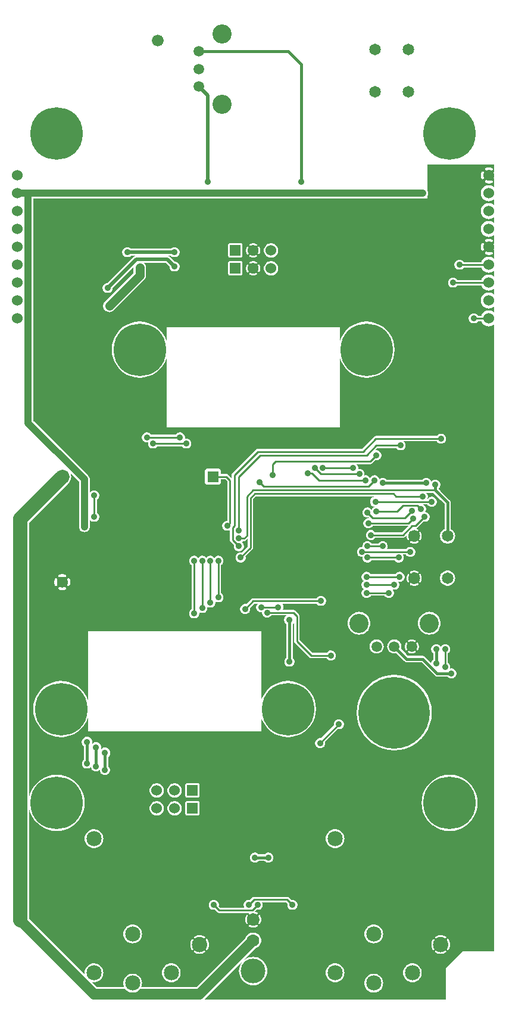
<source format=gbr>
G04 start of page 3 for group 1 idx 1 *
G04 Title: (unknown), bottom *
G04 Creator: pcb 20140316 *
G04 CreationDate: Tue 22 Aug 2017 02:05:26 AM GMT UTC *
G04 For: railfan *
G04 Format: Gerber/RS-274X *
G04 PCB-Dimensions (mil): 2750.00 5500.00 *
G04 PCB-Coordinate-Origin: lower left *
%MOIN*%
%FSLAX25Y25*%
%LNBOTTOM*%
%ADD75C,0.0380*%
%ADD74C,0.1180*%
%ADD73C,0.0350*%
%ADD72C,0.0550*%
%ADD71C,0.0870*%
%ADD70C,0.2500*%
%ADD69C,0.0390*%
%ADD68C,0.1285*%
%ADD67C,0.0660*%
%ADD66C,0.0360*%
%ADD65C,0.0700*%
%ADD64C,0.1380*%
%ADD63C,0.0650*%
%ADD62C,0.0850*%
%ADD61C,0.1070*%
%ADD60C,0.4000*%
%ADD59C,0.0590*%
%ADD58C,0.2937*%
%ADD57C,0.0600*%
%ADD56C,0.0800*%
%ADD55C,0.0500*%
%ADD54C,0.0200*%
%ADD53C,0.0400*%
%ADD52C,0.0150*%
%ADD51C,0.0100*%
%ADD50C,0.0001*%
G54D50*G36*
X89500Y225000D02*X60500D01*
Y302000D01*
X89500D01*
Y225000D01*
G37*
G36*
X197500Y450500D02*Y424500D01*
X150146D01*
X149858Y424746D01*
X149322Y425075D01*
X148740Y425316D01*
X148128Y425463D01*
X147500Y425512D01*
X146872Y425463D01*
X146260Y425316D01*
X145678Y425075D01*
X145142Y424746D01*
X144854Y424500D01*
X139672D01*
X139678Y424558D01*
X139674Y424636D01*
X139658Y424713D01*
X139630Y424787D01*
X139591Y424855D01*
X139542Y424916D01*
X139483Y424969D01*
X139417Y425011D01*
X139092Y425174D01*
X138752Y425303D01*
X138402Y425401D01*
X138044Y425467D01*
X137682Y425500D01*
X137318D01*
X136956Y425467D01*
X136598Y425401D01*
X136248Y425303D01*
X135908Y425174D01*
X135581Y425015D01*
X135515Y424972D01*
X135456Y424919D01*
X135406Y424857D01*
X135367Y424788D01*
X135339Y424714D01*
X135323Y424637D01*
X135319Y424558D01*
X135325Y424500D01*
X131491D01*
X131491Y424657D01*
X131454Y424810D01*
X131394Y424955D01*
X131312Y425090D01*
X131209Y425209D01*
X131090Y425312D01*
X130955Y425394D01*
X130810Y425454D01*
X130657Y425491D01*
X130500Y425500D01*
X124343Y425491D01*
X124190Y425454D01*
X124045Y425394D01*
X123910Y425312D01*
X123791Y425209D01*
X123688Y425090D01*
X123606Y424955D01*
X123546Y424810D01*
X123509Y424657D01*
X123500Y424500D01*
X77500D01*
Y450500D01*
X197500D01*
G37*
G36*
X269502Y448986D02*X270206Y449042D01*
X270895Y449207D01*
X271549Y449478D01*
X272153Y449848D01*
X272500Y450144D01*
Y447500D01*
X271585D01*
X271549Y447522D01*
X270895Y447793D01*
X270206Y447958D01*
X269502Y448014D01*
Y448986D01*
G37*
G36*
X272500Y469500D02*Y465496D01*
X272488Y465488D01*
X272404Y465405D01*
X272333Y465309D01*
X272279Y465204D01*
X272241Y465092D01*
X272222Y464975D01*
X272221Y464856D01*
X272239Y464739D01*
X272277Y464626D01*
X272376Y464355D01*
X272444Y464075D01*
X272486Y463789D01*
X272500Y463500D01*
X272486Y463211D01*
X272444Y462925D01*
X272376Y462645D01*
X272280Y462372D01*
X272242Y462261D01*
X272225Y462144D01*
X272225Y462026D01*
X272245Y461909D01*
X272282Y461797D01*
X272336Y461693D01*
X272406Y461598D01*
X272491Y461515D01*
X272500Y461508D01*
Y456856D01*
X272153Y457152D01*
X271549Y457522D01*
X270895Y457793D01*
X270206Y457958D01*
X269502Y458014D01*
Y458995D01*
X269933Y459016D01*
X270363Y459078D01*
X270784Y459182D01*
X271194Y459325D01*
X271300Y459378D01*
X271396Y459447D01*
X271481Y459530D01*
X271551Y459625D01*
X271606Y459731D01*
X271643Y459843D01*
X271663Y459960D01*
X271664Y460079D01*
X271646Y460196D01*
X271610Y460309D01*
X271557Y460415D01*
X271488Y460512D01*
X271405Y460596D01*
X271309Y460667D01*
X271204Y460721D01*
X271092Y460759D01*
X270975Y460778D01*
X270856Y460779D01*
X270739Y460761D01*
X270626Y460723D01*
X270355Y460624D01*
X270075Y460556D01*
X269789Y460514D01*
X269502Y460500D01*
Y466500D01*
X269789Y466486D01*
X270075Y466444D01*
X270355Y466376D01*
X270628Y466280D01*
X270739Y466242D01*
X270856Y466225D01*
X270974Y466225D01*
X271091Y466245D01*
X271203Y466282D01*
X271307Y466336D01*
X271402Y466406D01*
X271485Y466491D01*
X271554Y466587D01*
X271607Y466692D01*
X271643Y466805D01*
X271660Y466921D01*
X271659Y467039D01*
X271640Y467156D01*
X271603Y467268D01*
X271548Y467373D01*
X271478Y467468D01*
X271394Y467551D01*
X271298Y467619D01*
X271192Y467670D01*
X270784Y467818D01*
X270363Y467922D01*
X269933Y467984D01*
X269502Y468005D01*
Y469500D01*
X272500D01*
G37*
G36*
X265887Y450802D02*X266308Y450308D01*
X266847Y449848D01*
X267451Y449478D01*
X268105Y449207D01*
X268794Y449042D01*
X269500Y448986D01*
X269502Y448986D01*
Y448014D01*
X269500Y448014D01*
X268794Y447958D01*
X268105Y447793D01*
X267451Y447522D01*
X267415Y447500D01*
X265887D01*
Y450802D01*
G37*
G36*
X269502Y458014D02*X269500Y458014D01*
X268794Y457958D01*
X268105Y457793D01*
X267451Y457522D01*
X266847Y457152D01*
X266308Y456692D01*
X265887Y456198D01*
Y461349D01*
X265960Y461337D01*
X266079Y461336D01*
X266196Y461354D01*
X266309Y461390D01*
X266415Y461443D01*
X266512Y461512D01*
X266596Y461595D01*
X266667Y461691D01*
X266721Y461796D01*
X266759Y461908D01*
X266778Y462025D01*
X266779Y462144D01*
X266761Y462261D01*
X266723Y462374D01*
X266624Y462645D01*
X266556Y462925D01*
X266514Y463211D01*
X266500Y463500D01*
X266514Y463789D01*
X266556Y464075D01*
X266624Y464355D01*
X266720Y464628D01*
X266758Y464739D01*
X266775Y464856D01*
X266775Y464974D01*
X266755Y465091D01*
X266718Y465203D01*
X266664Y465307D01*
X266594Y465402D01*
X266509Y465485D01*
X266413Y465554D01*
X266308Y465607D01*
X266195Y465643D01*
X266079Y465660D01*
X265961Y465659D01*
X265887Y465647D01*
Y469500D01*
X269502D01*
Y468005D01*
X269500Y468005D01*
X269067Y467984D01*
X268637Y467922D01*
X268216Y467818D01*
X267806Y467675D01*
X267700Y467622D01*
X267604Y467553D01*
X267519Y467470D01*
X267449Y467375D01*
X267394Y467269D01*
X267357Y467157D01*
X267337Y467040D01*
X267336Y466921D01*
X267354Y466804D01*
X267390Y466691D01*
X267443Y466585D01*
X267512Y466488D01*
X267595Y466404D01*
X267691Y466333D01*
X267796Y466279D01*
X267908Y466241D01*
X268025Y466222D01*
X268144Y466221D01*
X268261Y466239D01*
X268374Y466277D01*
X268645Y466376D01*
X268925Y466444D01*
X269211Y466486D01*
X269500Y466500D01*
X269502Y466500D01*
Y460500D01*
X269500Y460500D01*
X269211Y460514D01*
X268925Y460556D01*
X268645Y460624D01*
X268372Y460720D01*
X268261Y460758D01*
X268144Y460775D01*
X268026Y460775D01*
X267909Y460755D01*
X267797Y460718D01*
X267693Y460664D01*
X267598Y460594D01*
X267515Y460509D01*
X267446Y460413D01*
X267393Y460308D01*
X267357Y460195D01*
X267340Y460079D01*
X267341Y459961D01*
X267360Y459844D01*
X267397Y459732D01*
X267452Y459627D01*
X267522Y459532D01*
X267606Y459449D01*
X267702Y459381D01*
X267808Y459330D01*
X268216Y459182D01*
X268637Y459078D01*
X269067Y459016D01*
X269500Y458995D01*
X269502Y458995D01*
Y458014D01*
G37*
G36*
X265887Y456198D02*X265848Y456153D01*
X265478Y455549D01*
X265207Y454895D01*
X265042Y454206D01*
X264986Y453500D01*
X265042Y452794D01*
X265207Y452105D01*
X265478Y451451D01*
X265848Y450847D01*
X265887Y450802D01*
Y447500D01*
X235000D01*
Y451838D01*
X235181Y452134D01*
X235362Y452570D01*
X235472Y453029D01*
X235509Y453500D01*
X235472Y453971D01*
X235362Y454430D01*
X235181Y454866D01*
X235000Y455162D01*
Y469500D01*
X265887D01*
Y465647D01*
X265844Y465640D01*
X265732Y465603D01*
X265627Y465548D01*
X265532Y465478D01*
X265449Y465394D01*
X265381Y465298D01*
X265330Y465192D01*
X265182Y464784D01*
X265078Y464363D01*
X265016Y463933D01*
X264995Y463500D01*
X265016Y463067D01*
X265078Y462637D01*
X265182Y462216D01*
X265325Y461806D01*
X265378Y461700D01*
X265447Y461604D01*
X265530Y461519D01*
X265625Y461449D01*
X265731Y461394D01*
X265843Y461357D01*
X265887Y461349D01*
Y456198D01*
G37*
G36*
X111246Y35360D02*X111262Y35333D01*
X111423Y34994D01*
X111553Y34641D01*
X111651Y34279D01*
X111717Y33909D01*
X111751Y33534D01*
Y33159D01*
X111717Y32784D01*
X111651Y32414D01*
X111553Y32052D01*
X111423Y31699D01*
X111262Y31360D01*
X111246Y31332D01*
Y35360D01*
G37*
G36*
X211996Y267500D02*X224379D01*
X220729Y263850D01*
X211996D01*
Y267500D01*
G37*
G36*
X242507Y282018D02*X244600Y279925D01*
Y265675D01*
X244415Y265598D01*
X243844Y265249D01*
X243336Y264814D01*
X242901Y264306D01*
X242552Y263735D01*
X242507Y263627D01*
Y282018D01*
G37*
G36*
X269502Y408986D02*X270206Y409042D01*
X270895Y409207D01*
X271549Y409478D01*
X272153Y409848D01*
X272500Y410144D01*
Y406856D01*
X272153Y407152D01*
X271549Y407522D01*
X270895Y407793D01*
X270206Y407958D01*
X269502Y408014D01*
Y408986D01*
G37*
G36*
Y428986D02*X270206Y429042D01*
X270895Y429207D01*
X271549Y429478D01*
X272153Y429848D01*
X272500Y430144D01*
Y425496D01*
X272488Y425488D01*
X272404Y425405D01*
X272333Y425309D01*
X272279Y425204D01*
X272241Y425092D01*
X272222Y424975D01*
X272221Y424856D01*
X272239Y424739D01*
X272277Y424626D01*
X272376Y424355D01*
X272444Y424075D01*
X272486Y423789D01*
X272500Y423500D01*
X272486Y423211D01*
X272444Y422925D01*
X272376Y422645D01*
X272280Y422372D01*
X272242Y422261D01*
X272225Y422144D01*
X272225Y422026D01*
X272245Y421909D01*
X272282Y421797D01*
X272336Y421693D01*
X272406Y421598D01*
X272491Y421515D01*
X272500Y421508D01*
Y416856D01*
X272153Y417152D01*
X271549Y417522D01*
X270895Y417793D01*
X270206Y417958D01*
X269502Y418014D01*
Y418995D01*
X269933Y419016D01*
X270363Y419078D01*
X270784Y419182D01*
X271194Y419325D01*
X271300Y419378D01*
X271396Y419447D01*
X271481Y419530D01*
X271551Y419625D01*
X271606Y419731D01*
X271643Y419843D01*
X271663Y419960D01*
X271664Y420079D01*
X271646Y420196D01*
X271610Y420309D01*
X271557Y420415D01*
X271488Y420512D01*
X271405Y420596D01*
X271309Y420667D01*
X271204Y420721D01*
X271092Y420759D01*
X270975Y420778D01*
X270856Y420779D01*
X270739Y420761D01*
X270626Y420723D01*
X270355Y420624D01*
X270075Y420556D01*
X269789Y420514D01*
X269502Y420500D01*
Y426500D01*
X269789Y426486D01*
X270075Y426444D01*
X270355Y426376D01*
X270628Y426280D01*
X270739Y426242D01*
X270856Y426225D01*
X270974Y426225D01*
X271091Y426245D01*
X271203Y426282D01*
X271307Y426336D01*
X271402Y426406D01*
X271485Y426491D01*
X271554Y426587D01*
X271607Y426692D01*
X271643Y426805D01*
X271660Y426921D01*
X271659Y427039D01*
X271640Y427156D01*
X271603Y427268D01*
X271548Y427373D01*
X271478Y427468D01*
X271394Y427551D01*
X271298Y427619D01*
X271192Y427670D01*
X270784Y427818D01*
X270363Y427922D01*
X269933Y427984D01*
X269502Y428005D01*
Y428986D01*
G37*
G36*
Y438986D02*X270206Y439042D01*
X270895Y439207D01*
X271549Y439478D01*
X272153Y439848D01*
X272500Y440144D01*
Y436856D01*
X272153Y437152D01*
X271549Y437522D01*
X270895Y437793D01*
X270206Y437958D01*
X269502Y438014D01*
Y438986D01*
G37*
G36*
Y448986D02*X270206Y449042D01*
X270895Y449207D01*
X271549Y449478D01*
X272153Y449848D01*
X272500Y450144D01*
Y446856D01*
X272153Y447152D01*
X271549Y447522D01*
X270895Y447793D01*
X270206Y447958D01*
X269502Y448014D01*
Y448986D01*
G37*
G36*
X265887Y410802D02*X266308Y410308D01*
X266847Y409848D01*
X267451Y409478D01*
X268105Y409207D01*
X268794Y409042D01*
X269500Y408986D01*
X269502Y408986D01*
Y408014D01*
X269500Y408014D01*
X268794Y407958D01*
X268105Y407793D01*
X267451Y407522D01*
X266847Y407152D01*
X266308Y406692D01*
X265887Y406198D01*
Y410802D01*
G37*
G36*
Y430802D02*X266308Y430308D01*
X266847Y429848D01*
X267451Y429478D01*
X268105Y429207D01*
X268794Y429042D01*
X269500Y428986D01*
X269502Y428986D01*
Y428005D01*
X269500Y428005D01*
X269067Y427984D01*
X268637Y427922D01*
X268216Y427818D01*
X267806Y427675D01*
X267700Y427622D01*
X267604Y427553D01*
X267519Y427470D01*
X267449Y427375D01*
X267394Y427269D01*
X267357Y427157D01*
X267337Y427040D01*
X267336Y426921D01*
X267354Y426804D01*
X267390Y426691D01*
X267443Y426585D01*
X267512Y426488D01*
X267595Y426404D01*
X267691Y426333D01*
X267796Y426279D01*
X267908Y426241D01*
X268025Y426222D01*
X268144Y426221D01*
X268261Y426239D01*
X268374Y426277D01*
X268645Y426376D01*
X268925Y426444D01*
X269211Y426486D01*
X269500Y426500D01*
X269502Y426500D01*
Y420500D01*
X269500Y420500D01*
X269211Y420514D01*
X268925Y420556D01*
X268645Y420624D01*
X268372Y420720D01*
X268261Y420758D01*
X268144Y420775D01*
X268026Y420775D01*
X267909Y420755D01*
X267797Y420718D01*
X267693Y420664D01*
X267598Y420594D01*
X267515Y420509D01*
X267446Y420413D01*
X267393Y420308D01*
X267357Y420195D01*
X267340Y420079D01*
X267341Y419961D01*
X267360Y419844D01*
X267397Y419732D01*
X267452Y419627D01*
X267522Y419532D01*
X267606Y419449D01*
X267702Y419381D01*
X267808Y419330D01*
X268216Y419182D01*
X268637Y419078D01*
X269067Y419016D01*
X269500Y418995D01*
X269502Y418995D01*
Y418014D01*
X269500Y418014D01*
X268794Y417958D01*
X268105Y417793D01*
X267451Y417522D01*
X266847Y417152D01*
X266308Y416692D01*
X265887Y416198D01*
Y421349D01*
X265960Y421337D01*
X266079Y421336D01*
X266196Y421354D01*
X266309Y421390D01*
X266415Y421443D01*
X266512Y421512D01*
X266596Y421595D01*
X266667Y421691D01*
X266721Y421796D01*
X266759Y421908D01*
X266778Y422025D01*
X266779Y422144D01*
X266761Y422261D01*
X266723Y422374D01*
X266624Y422645D01*
X266556Y422925D01*
X266514Y423211D01*
X266500Y423500D01*
X266514Y423789D01*
X266556Y424075D01*
X266624Y424355D01*
X266720Y424628D01*
X266758Y424739D01*
X266775Y424856D01*
X266775Y424974D01*
X266755Y425091D01*
X266718Y425203D01*
X266664Y425307D01*
X266594Y425402D01*
X266509Y425485D01*
X266413Y425554D01*
X266308Y425607D01*
X266195Y425643D01*
X266079Y425660D01*
X265961Y425659D01*
X265887Y425647D01*
Y430802D01*
G37*
G36*
Y440802D02*X266308Y440308D01*
X266847Y439848D01*
X267451Y439478D01*
X268105Y439207D01*
X268794Y439042D01*
X269500Y438986D01*
X269502Y438986D01*
Y438014D01*
X269500Y438014D01*
X268794Y437958D01*
X268105Y437793D01*
X267451Y437522D01*
X266847Y437152D01*
X266308Y436692D01*
X265887Y436198D01*
Y440802D01*
G37*
G36*
Y450500D02*X266144D01*
X266308Y450308D01*
X266847Y449848D01*
X267451Y449478D01*
X268105Y449207D01*
X268794Y449042D01*
X269500Y448986D01*
X269502Y448986D01*
Y448014D01*
X269500Y448014D01*
X268794Y447958D01*
X268105Y447793D01*
X267451Y447522D01*
X266847Y447152D01*
X266308Y446692D01*
X265887Y446198D01*
Y450500D01*
G37*
G36*
X246870D02*X265887D01*
Y446198D01*
X265848Y446153D01*
X265478Y445549D01*
X265207Y444895D01*
X265042Y444206D01*
X264986Y443500D01*
X265042Y442794D01*
X265207Y442105D01*
X265478Y441451D01*
X265848Y440847D01*
X265887Y440802D01*
Y436198D01*
X265848Y436153D01*
X265478Y435549D01*
X265207Y434895D01*
X265042Y434206D01*
X264986Y433500D01*
X265042Y432794D01*
X265207Y432105D01*
X265478Y431451D01*
X265848Y430847D01*
X265887Y430802D01*
Y425647D01*
X265844Y425640D01*
X265732Y425603D01*
X265627Y425548D01*
X265532Y425478D01*
X265449Y425394D01*
X265381Y425298D01*
X265330Y425192D01*
X265182Y424784D01*
X265078Y424363D01*
X265016Y423933D01*
X264995Y423500D01*
X265016Y423067D01*
X265078Y422637D01*
X265182Y422216D01*
X265325Y421806D01*
X265378Y421700D01*
X265447Y421604D01*
X265530Y421519D01*
X265625Y421449D01*
X265731Y421394D01*
X265843Y421357D01*
X265887Y421349D01*
Y416198D01*
X265848Y416153D01*
X265478Y415549D01*
X265251Y415000D01*
X255365D01*
X255272Y415151D01*
X254986Y415486D01*
X254651Y415772D01*
X254275Y416003D01*
X253868Y416171D01*
X253439Y416274D01*
X253000Y416309D01*
X252561Y416274D01*
X252132Y416171D01*
X251725Y416003D01*
X251349Y415772D01*
X251014Y415486D01*
X250728Y415151D01*
X250497Y414775D01*
X250329Y414368D01*
X250226Y413939D01*
X250191Y413500D01*
X250226Y413061D01*
X250329Y412632D01*
X250497Y412225D01*
X250728Y411849D01*
X251014Y411514D01*
X251349Y411228D01*
X251725Y410997D01*
X252132Y410829D01*
X252561Y410726D01*
X253000Y410691D01*
X253439Y410726D01*
X253868Y410829D01*
X254275Y410997D01*
X254651Y411228D01*
X254986Y411514D01*
X255272Y411849D01*
X255365Y412000D01*
X265251D01*
X265478Y411451D01*
X265848Y410847D01*
X265887Y410802D01*
Y406198D01*
X265848Y406153D01*
X265478Y405549D01*
X265251Y405000D01*
X251865D01*
X251772Y405151D01*
X251486Y405486D01*
X251151Y405772D01*
X250775Y406003D01*
X250368Y406171D01*
X249939Y406274D01*
X249500Y406309D01*
X249061Y406274D01*
X248632Y406171D01*
X248225Y406003D01*
X247849Y405772D01*
X247514Y405486D01*
X247228Y405151D01*
X246997Y404775D01*
X246870Y404468D01*
Y450500D01*
G37*
G36*
X265251Y385000D02*X263365D01*
X263272Y385151D01*
X262986Y385486D01*
X262651Y385772D01*
X262275Y386003D01*
X261868Y386171D01*
X261439Y386274D01*
X261000Y386309D01*
X260561Y386274D01*
X260132Y386171D01*
X259725Y386003D01*
X259349Y385772D01*
X259014Y385486D01*
X258728Y385151D01*
X258497Y384775D01*
X258329Y384368D01*
X258226Y383939D01*
X258191Y383500D01*
X258226Y383061D01*
X258329Y382632D01*
X258497Y382225D01*
X258728Y381849D01*
X259014Y381514D01*
X259349Y381228D01*
X259725Y380997D01*
X260132Y380829D01*
X260561Y380726D01*
X261000Y380691D01*
X261439Y380726D01*
X261868Y380829D01*
X262275Y380997D01*
X262651Y381228D01*
X262986Y381514D01*
X263272Y381849D01*
X263365Y382000D01*
X265251D01*
X265478Y381451D01*
X265848Y380847D01*
X266308Y380308D01*
X266847Y379848D01*
X267451Y379478D01*
X268105Y379207D01*
X268794Y379042D01*
X269500Y378986D01*
X270206Y379042D01*
X270895Y379207D01*
X271549Y379478D01*
X272153Y379848D01*
X272500Y380144D01*
Y29500D01*
X255000D01*
X246870Y21370D01*
Y30437D01*
X246911Y30492D01*
X247150Y30890D01*
X247349Y31310D01*
X247510Y31746D01*
X247632Y32194D01*
X247714Y32651D01*
X247755Y33114D01*
Y33579D01*
X247714Y34042D01*
X247632Y34499D01*
X247510Y34947D01*
X247349Y35383D01*
X247150Y35803D01*
X246915Y36204D01*
X246870Y36263D01*
Y96817D01*
X247500Y96768D01*
X249961Y96961D01*
X252362Y97538D01*
X254642Y98482D01*
X256747Y99772D01*
X258624Y101376D01*
X260228Y103253D01*
X261518Y105358D01*
X262462Y107638D01*
X263039Y110039D01*
X263184Y112500D01*
X263039Y114961D01*
X262462Y117362D01*
X261518Y119642D01*
X260228Y121747D01*
X258624Y123624D01*
X256747Y125228D01*
X254642Y126518D01*
X252362Y127462D01*
X249961Y128039D01*
X247500Y128232D01*
X246870Y128183D01*
Y182715D01*
X247225Y182497D01*
X247632Y182329D01*
X248061Y182226D01*
X248500Y182191D01*
X248939Y182226D01*
X249368Y182329D01*
X249775Y182497D01*
X250151Y182728D01*
X250486Y183014D01*
X250772Y183349D01*
X251003Y183725D01*
X251171Y184132D01*
X251274Y184561D01*
X251300Y185000D01*
X251274Y185439D01*
X251171Y185868D01*
X251003Y186275D01*
X250772Y186651D01*
X250486Y186986D01*
X250151Y187272D01*
X249775Y187503D01*
X249368Y187671D01*
X248939Y187774D01*
X248500Y187809D01*
X248061Y187774D01*
X247684Y187684D01*
X247774Y188061D01*
X247800Y188500D01*
X247774Y188939D01*
X247671Y189368D01*
X247503Y189775D01*
X247272Y190151D01*
X246986Y190486D01*
X246870Y190585D01*
Y196415D01*
X246986Y196514D01*
X247272Y196849D01*
X247503Y197225D01*
X247671Y197632D01*
X247774Y198061D01*
X247800Y198500D01*
X247774Y198939D01*
X247671Y199368D01*
X247503Y199775D01*
X247272Y200151D01*
X246986Y200486D01*
X246870Y200585D01*
Y233978D01*
X247017Y233989D01*
X247667Y234146D01*
X248285Y234402D01*
X248856Y234751D01*
X249364Y235186D01*
X249799Y235694D01*
X250148Y236265D01*
X250404Y236883D01*
X250561Y237533D01*
X250600Y238200D01*
X250561Y238867D01*
X250404Y239517D01*
X250148Y240135D01*
X249799Y240706D01*
X249364Y241214D01*
X248856Y241649D01*
X248285Y241998D01*
X247667Y242254D01*
X247017Y242411D01*
X246870Y242422D01*
Y257578D01*
X247017Y257589D01*
X247667Y257746D01*
X248285Y258002D01*
X248856Y258351D01*
X249364Y258786D01*
X249799Y259294D01*
X250148Y259865D01*
X250404Y260483D01*
X250561Y261133D01*
X250600Y261800D01*
X250561Y262467D01*
X250404Y263117D01*
X250148Y263735D01*
X249799Y264306D01*
X249364Y264814D01*
X248856Y265249D01*
X248285Y265598D01*
X248100Y265675D01*
Y280581D01*
X248105Y280650D01*
X248084Y280924D01*
X248084Y280925D01*
X248019Y281192D01*
X247914Y281447D01*
X247770Y281682D01*
X247591Y281891D01*
X247539Y281936D01*
X246870Y282604D01*
Y402532D01*
X246997Y402225D01*
X247228Y401849D01*
X247514Y401514D01*
X247849Y401228D01*
X248225Y400997D01*
X248632Y400829D01*
X249061Y400726D01*
X249500Y400691D01*
X249939Y400726D01*
X250368Y400829D01*
X250775Y400997D01*
X251151Y401228D01*
X251486Y401514D01*
X251772Y401849D01*
X251865Y402000D01*
X265251D01*
X265478Y401451D01*
X265848Y400847D01*
X266308Y400308D01*
X266847Y399848D01*
X267451Y399478D01*
X268105Y399207D01*
X268794Y399042D01*
X269500Y398986D01*
X270206Y399042D01*
X270895Y399207D01*
X271549Y399478D01*
X272153Y399848D01*
X272500Y400144D01*
Y396856D01*
X272153Y397152D01*
X271549Y397522D01*
X270895Y397793D01*
X270206Y397958D01*
X269500Y398014D01*
X268794Y397958D01*
X268105Y397793D01*
X267451Y397522D01*
X266847Y397152D01*
X266308Y396692D01*
X265848Y396153D01*
X265478Y395549D01*
X265207Y394895D01*
X265042Y394206D01*
X264986Y393500D01*
X265042Y392794D01*
X265207Y392105D01*
X265478Y391451D01*
X265848Y390847D01*
X266308Y390308D01*
X266847Y389848D01*
X267451Y389478D01*
X268105Y389207D01*
X268794Y389042D01*
X269500Y388986D01*
X270206Y389042D01*
X270895Y389207D01*
X271549Y389478D01*
X272153Y389848D01*
X272500Y390144D01*
Y386856D01*
X272153Y387152D01*
X271549Y387522D01*
X270895Y387793D01*
X270206Y387958D01*
X269500Y388014D01*
X268794Y387958D01*
X268105Y387793D01*
X267451Y387522D01*
X266847Y387152D01*
X266308Y386692D01*
X265848Y386153D01*
X265478Y385549D01*
X265251Y385000D01*
G37*
G36*
X246870Y282604D02*X242507Y286968D01*
Y313407D01*
X242700Y313391D01*
X243139Y313426D01*
X243568Y313529D01*
X243975Y313697D01*
X244351Y313928D01*
X244686Y314214D01*
X244972Y314549D01*
X245203Y314925D01*
X245371Y315332D01*
X245474Y315761D01*
X245500Y316200D01*
X245474Y316639D01*
X245371Y317068D01*
X245203Y317475D01*
X244972Y317851D01*
X244686Y318186D01*
X244351Y318472D01*
X243975Y318703D01*
X243568Y318871D01*
X243139Y318974D01*
X242700Y319009D01*
X242507Y318993D01*
Y450500D01*
X246870D01*
Y404468D01*
X246829Y404368D01*
X246726Y403939D01*
X246691Y403500D01*
X246726Y403061D01*
X246829Y402632D01*
X246870Y402532D01*
Y282604D01*
G37*
G36*
Y242422D02*X246350Y242463D01*
X245683Y242411D01*
X245033Y242254D01*
X244415Y241998D01*
X243844Y241649D01*
X243336Y241214D01*
X242901Y240706D01*
X242552Y240135D01*
X242507Y240027D01*
Y259973D01*
X242552Y259865D01*
X242901Y259294D01*
X243336Y258786D01*
X243844Y258351D01*
X244415Y258002D01*
X245033Y257746D01*
X245683Y257589D01*
X246350Y257537D01*
X246870Y257578D01*
Y242422D01*
G37*
G36*
Y200585D02*X246651Y200772D01*
X246275Y201003D01*
X245868Y201171D01*
X245439Y201274D01*
X245000Y201309D01*
X244561Y201274D01*
X244132Y201171D01*
X243725Y201003D01*
X243349Y200772D01*
X243014Y200486D01*
X242728Y200151D01*
X242507Y199790D01*
Y212515D01*
X242535Y212992D01*
X242507Y213469D01*
Y236373D01*
X242552Y236265D01*
X242901Y235694D01*
X243336Y235186D01*
X243844Y234751D01*
X244415Y234402D01*
X245033Y234146D01*
X245683Y233989D01*
X246350Y233937D01*
X246870Y233978D01*
Y200585D01*
G37*
G36*
Y190585D02*X246651Y190772D01*
X246500Y190865D01*
Y196135D01*
X246651Y196228D01*
X246870Y196415D01*
Y190585D01*
G37*
G36*
Y128183D02*X245039Y128039D01*
X242638Y127462D01*
X242507Y127408D01*
Y183250D01*
X246312D01*
X246514Y183014D01*
X246849Y182728D01*
X246870Y182715D01*
Y128183D01*
G37*
G36*
Y21370D02*X245500Y20000D01*
Y2500D01*
X242507D01*
Y28096D01*
X242737D01*
X243200Y28138D01*
X243657Y28219D01*
X244106Y28341D01*
X244541Y28502D01*
X244961Y28701D01*
X245362Y28936D01*
X245425Y28984D01*
X245480Y29041D01*
X245525Y29107D01*
X245559Y29178D01*
X245582Y29254D01*
X245592Y29333D01*
X245590Y29412D01*
X245576Y29490D01*
X245550Y29565D01*
X245512Y29635D01*
X245464Y29698D01*
X245406Y29753D01*
X245341Y29798D01*
X245269Y29832D01*
X245193Y29855D01*
X245114Y29865D01*
X245035Y29863D01*
X244957Y29849D01*
X244882Y29822D01*
X244813Y29783D01*
X244491Y29589D01*
X244152Y29429D01*
X243799Y29298D01*
X243437Y29200D01*
X243067Y29134D01*
X242693Y29101D01*
X242507D01*
Y37592D01*
X242693D01*
X243067Y37559D01*
X243437Y37493D01*
X243799Y37394D01*
X244152Y37264D01*
X244491Y37103D01*
X244816Y36913D01*
X244884Y36875D01*
X244958Y36848D01*
X245036Y36834D01*
X245114Y36832D01*
X245192Y36842D01*
X245268Y36865D01*
X245339Y36899D01*
X245403Y36944D01*
X245461Y36998D01*
X245508Y37060D01*
X245546Y37129D01*
X245572Y37204D01*
X245586Y37281D01*
X245588Y37360D01*
X245578Y37438D01*
X245555Y37513D01*
X245521Y37584D01*
X245477Y37649D01*
X245423Y37706D01*
X245359Y37753D01*
X244961Y37992D01*
X244541Y38191D01*
X244106Y38352D01*
X243657Y38474D01*
X243200Y38555D01*
X242737Y38596D01*
X242507D01*
Y97592D01*
X242638Y97538D01*
X245039Y96961D01*
X246870Y96817D01*
Y36263D01*
X246867Y36267D01*
X246810Y36322D01*
X246745Y36367D01*
X246673Y36401D01*
X246597Y36424D01*
X246518Y36434D01*
X246439Y36432D01*
X246361Y36418D01*
X246286Y36391D01*
X246216Y36354D01*
X246153Y36305D01*
X246099Y36248D01*
X246054Y36182D01*
X246019Y36111D01*
X245997Y36035D01*
X245986Y35956D01*
X245988Y35877D01*
X246003Y35799D01*
X246029Y35724D01*
X246068Y35655D01*
X246262Y35333D01*
X246423Y34994D01*
X246553Y34641D01*
X246651Y34279D01*
X246717Y33909D01*
X246751Y33534D01*
Y33159D01*
X246717Y32784D01*
X246651Y32414D01*
X246553Y32052D01*
X246423Y31699D01*
X246262Y31360D01*
X246072Y31036D01*
X246033Y30967D01*
X246007Y30893D01*
X245992Y30816D01*
X245990Y30737D01*
X246001Y30659D01*
X246023Y30584D01*
X246057Y30513D01*
X246102Y30448D01*
X246156Y30391D01*
X246219Y30343D01*
X246288Y30305D01*
X246362Y30279D01*
X246439Y30265D01*
X246518Y30263D01*
X246596Y30273D01*
X246671Y30296D01*
X246742Y30330D01*
X246807Y30374D01*
X246864Y30429D01*
X246870Y30437D01*
Y21370D01*
G37*
G36*
X242507Y318993D02*X242261Y318974D01*
X241832Y318871D01*
X241425Y318703D01*
X241049Y318472D01*
X240714Y318186D01*
X240428Y317851D01*
X240335Y317700D01*
X231919D01*
Y450500D01*
X242507D01*
Y318993D01*
G37*
G36*
Y286968D02*X241250Y288225D01*
Y288312D01*
X241486Y288514D01*
X241772Y288849D01*
X242003Y289225D01*
X242171Y289632D01*
X242274Y290061D01*
X242300Y290500D01*
X242274Y290939D01*
X242171Y291368D01*
X242003Y291775D01*
X241772Y292151D01*
X241486Y292486D01*
X241151Y292772D01*
X240775Y293003D01*
X240368Y293171D01*
X239939Y293274D01*
X239500Y293309D01*
X239061Y293274D01*
X238632Y293171D01*
X238225Y293003D01*
X237849Y292772D01*
X237514Y292486D01*
X237228Y292151D01*
X237225Y292146D01*
X237171Y292368D01*
X237003Y292775D01*
X236772Y293151D01*
X236486Y293486D01*
X236151Y293772D01*
X235775Y294003D01*
X235368Y294171D01*
X234939Y294274D01*
X234500Y294309D01*
X234061Y294274D01*
X233632Y294171D01*
X233225Y294003D01*
X232849Y293772D01*
X232514Y293486D01*
X232312Y293250D01*
X231919D01*
Y314700D01*
X240335D01*
X240428Y314549D01*
X240714Y314214D01*
X241049Y313928D01*
X241425Y313697D01*
X241832Y313529D01*
X242261Y313426D01*
X242507Y313407D01*
Y286968D01*
G37*
G36*
Y213469D02*X242476Y213988D01*
X242243Y214960D01*
X241860Y215884D01*
X241338Y216736D01*
X240689Y217496D01*
X239929Y218145D01*
X239077Y218667D01*
X238153Y219050D01*
X237181Y219283D01*
X236185Y219362D01*
X235189Y219283D01*
X234217Y219050D01*
X233293Y218667D01*
X232441Y218145D01*
X231919Y217699D01*
Y268798D01*
X232889Y269767D01*
X233061Y269726D01*
X233500Y269691D01*
X233939Y269726D01*
X234368Y269829D01*
X234775Y269997D01*
X235151Y270228D01*
X235486Y270514D01*
X235772Y270849D01*
X236003Y271225D01*
X236171Y271632D01*
X236274Y272061D01*
X236300Y272500D01*
X236274Y272939D01*
X236171Y273368D01*
X236003Y273775D01*
X235772Y274151D01*
X235486Y274486D01*
X235151Y274772D01*
X234775Y275003D01*
X234368Y275171D01*
X233939Y275274D01*
X233723Y275291D01*
X233772Y275349D01*
X234003Y275725D01*
X234171Y276132D01*
X234274Y276561D01*
X234300Y277000D01*
X234274Y277439D01*
X234171Y277868D01*
X234003Y278275D01*
X233772Y278651D01*
X233486Y278986D01*
X233151Y279272D01*
X232779Y279500D01*
X235135D01*
X235228Y279349D01*
X235514Y279014D01*
X235849Y278728D01*
X236225Y278497D01*
X236632Y278329D01*
X237061Y278226D01*
X237500Y278191D01*
X237939Y278226D01*
X238368Y278329D01*
X238775Y278497D01*
X239151Y278728D01*
X239486Y279014D01*
X239772Y279349D01*
X240003Y279725D01*
X240171Y280132D01*
X240274Y280561D01*
X240300Y281000D01*
X240274Y281439D01*
X240171Y281868D01*
X240003Y282275D01*
X239772Y282651D01*
X239486Y282986D01*
X239151Y283272D01*
X238775Y283503D01*
X238368Y283671D01*
X237939Y283774D01*
X237500Y283809D01*
X237061Y283774D01*
X236632Y283671D01*
X236225Y283503D01*
X235849Y283272D01*
X235514Y282986D01*
X235228Y282651D01*
X235135Y282500D01*
X234865D01*
X235003Y282725D01*
X235171Y283132D01*
X235274Y283561D01*
X235300Y284000D01*
X235274Y284439D01*
X235171Y284868D01*
X235003Y285275D01*
X234772Y285651D01*
X234486Y285986D01*
X234470Y286000D01*
X238525D01*
X242507Y282018D01*
Y263627D01*
X242296Y263117D01*
X242139Y262467D01*
X242087Y261800D01*
X242139Y261133D01*
X242296Y260483D01*
X242507Y259973D01*
Y240027D01*
X242296Y239517D01*
X242139Y238867D01*
X242087Y238200D01*
X242139Y237533D01*
X242296Y236883D01*
X242507Y236373D01*
Y213469D01*
G37*
G36*
Y199790D02*X242500Y199779D01*
X242272Y200151D01*
X241986Y200486D01*
X241651Y200772D01*
X241275Y201003D01*
X240868Y201171D01*
X240439Y201274D01*
X240000Y201309D01*
X239561Y201274D01*
X239132Y201171D01*
X238725Y201003D01*
X238349Y200772D01*
X238014Y200486D01*
X237728Y200151D01*
X237497Y199775D01*
X237329Y199368D01*
X237226Y198939D01*
X237191Y198500D01*
X237226Y198061D01*
X237329Y197632D01*
X237497Y197225D01*
X237728Y196849D01*
X238014Y196514D01*
X238250Y196312D01*
Y192688D01*
X238014Y192486D01*
X237728Y192151D01*
X237497Y191775D01*
X237329Y191368D01*
X237226Y190939D01*
X237212Y190763D01*
X233786Y194189D01*
X233741Y194241D01*
X233532Y194420D01*
X233297Y194564D01*
X233042Y194669D01*
X232775Y194734D01*
X232774Y194734D01*
X232500Y194755D01*
X232431Y194750D01*
X231919D01*
Y208285D01*
X232441Y207839D01*
X233293Y207317D01*
X234217Y206934D01*
X235189Y206701D01*
X236185Y206622D01*
X237181Y206701D01*
X238153Y206934D01*
X239077Y207317D01*
X239929Y207839D01*
X240689Y208488D01*
X241338Y209248D01*
X241860Y210100D01*
X242243Y211024D01*
X242476Y211996D01*
X242507Y212515D01*
Y199790D01*
G37*
G36*
Y127408D02*X240358Y126518D01*
X238253Y125228D01*
X236376Y123624D01*
X234772Y121747D01*
X233482Y119642D01*
X232538Y117362D01*
X231961Y114961D01*
X231919Y114422D01*
Y148718D01*
X233542Y150618D01*
X235269Y153437D01*
X236534Y156491D01*
X237305Y159705D01*
X237500Y163000D01*
X237305Y166295D01*
X236534Y169509D01*
X235269Y172563D01*
X233542Y175382D01*
X231919Y177282D01*
Y191106D01*
X239214Y183811D01*
X239259Y183759D01*
X239468Y183580D01*
X239468Y183580D01*
X239703Y183436D01*
X239958Y183331D01*
X240225Y183266D01*
X240500Y183245D01*
X240569Y183250D01*
X242507D01*
Y127408D01*
G37*
G36*
Y2500D02*X238139D01*
Y30430D01*
X238142Y30426D01*
X238200Y30371D01*
X238265Y30326D01*
X238336Y30292D01*
X238413Y30269D01*
X238491Y30259D01*
X238571Y30261D01*
X238649Y30275D01*
X238723Y30302D01*
X238793Y30339D01*
X238856Y30388D01*
X238911Y30445D01*
X238956Y30510D01*
X238990Y30582D01*
X239013Y30658D01*
X239023Y30737D01*
X239021Y30816D01*
X239007Y30894D01*
X238980Y30969D01*
X238941Y31038D01*
X238748Y31360D01*
X238587Y31699D01*
X238457Y32052D01*
X238358Y32414D01*
X238292Y32784D01*
X238259Y33159D01*
Y33534D01*
X238292Y33909D01*
X238358Y34279D01*
X238457Y34641D01*
X238587Y34994D01*
X238748Y35333D01*
X238938Y35657D01*
X238977Y35726D01*
X239003Y35800D01*
X239017Y35877D01*
X239019Y35956D01*
X239009Y36034D01*
X238986Y36109D01*
X238952Y36180D01*
X238908Y36245D01*
X238853Y36302D01*
X238791Y36350D01*
X238722Y36388D01*
X238648Y36414D01*
X238570Y36428D01*
X238491Y36430D01*
X238413Y36420D01*
X238338Y36397D01*
X238267Y36363D01*
X238202Y36319D01*
X238145Y36264D01*
X238139Y36256D01*
Y99869D01*
X238253Y99772D01*
X240358Y98482D01*
X242507Y97592D01*
Y38596D01*
X242272D01*
X241810Y38555D01*
X241352Y38474D01*
X240904Y38352D01*
X240468Y38191D01*
X240048Y37992D01*
X239647Y37757D01*
X239584Y37709D01*
X239529Y37652D01*
X239484Y37586D01*
X239450Y37515D01*
X239427Y37439D01*
X239417Y37360D01*
X239419Y37281D01*
X239433Y37203D01*
X239460Y37128D01*
X239498Y37058D01*
X239546Y36995D01*
X239603Y36940D01*
X239669Y36895D01*
X239740Y36861D01*
X239816Y36838D01*
X239895Y36828D01*
X239974Y36830D01*
X240052Y36844D01*
X240127Y36871D01*
X240196Y36910D01*
X240518Y37103D01*
X240858Y37264D01*
X241210Y37394D01*
X241573Y37493D01*
X241943Y37559D01*
X242317Y37592D01*
X242507D01*
Y29101D01*
X242317D01*
X241943Y29134D01*
X241573Y29200D01*
X241210Y29298D01*
X240858Y29429D01*
X240518Y29589D01*
X240194Y29780D01*
X240126Y29818D01*
X240051Y29845D01*
X239974Y29859D01*
X239895Y29861D01*
X239817Y29850D01*
X239742Y29828D01*
X239671Y29794D01*
X239606Y29749D01*
X239549Y29695D01*
X239501Y29633D01*
X239464Y29563D01*
X239437Y29489D01*
X239423Y29412D01*
X239421Y29333D01*
X239432Y29255D01*
X239454Y29180D01*
X239488Y29109D01*
X239533Y29044D01*
X239587Y28987D01*
X239650Y28940D01*
X240048Y28701D01*
X240468Y28502D01*
X240904Y28341D01*
X241352Y28219D01*
X241810Y28138D01*
X242272Y28096D01*
X242507D01*
Y2500D01*
G37*
G36*
X238139D02*X231919D01*
Y110578D01*
X231961Y110039D01*
X232538Y107638D01*
X233482Y105358D01*
X234772Y103253D01*
X236376Y101376D01*
X238139Y99869D01*
Y36256D01*
X238099Y36201D01*
X237859Y35803D01*
X237660Y35383D01*
X237499Y34947D01*
X237378Y34499D01*
X237296Y34042D01*
X237255Y33579D01*
Y33114D01*
X237296Y32651D01*
X237378Y32194D01*
X237499Y31746D01*
X237660Y31310D01*
X237859Y30890D01*
X238094Y30489D01*
X238139Y30430D01*
Y2500D01*
G37*
G36*
X231919Y317700D02*X211996D01*
Y354766D01*
X212124Y354876D01*
X213728Y356753D01*
X215018Y358858D01*
X215962Y361138D01*
X216539Y363539D01*
X216684Y366000D01*
X216539Y368461D01*
X215962Y370862D01*
X215018Y373142D01*
X213728Y375247D01*
X212124Y377124D01*
X211996Y377234D01*
Y450500D01*
X231919D01*
Y317700D01*
G37*
G36*
Y293250D02*X212188D01*
X211996Y293475D01*
Y311000D01*
X217635D01*
X217728Y310849D01*
X218014Y310514D01*
X218349Y310228D01*
X218725Y309997D01*
X219132Y309829D01*
X219561Y309726D01*
X220000Y309691D01*
X220439Y309726D01*
X220868Y309829D01*
X221275Y309997D01*
X221651Y310228D01*
X221986Y310514D01*
X222272Y310849D01*
X222503Y311225D01*
X222671Y311632D01*
X222774Y312061D01*
X222800Y312500D01*
X222774Y312939D01*
X222671Y313368D01*
X222503Y313775D01*
X222272Y314151D01*
X221986Y314486D01*
X221735Y314700D01*
X231919D01*
Y293250D01*
G37*
G36*
X231151Y209109D02*X231681Y208488D01*
X231919Y208285D01*
Y194750D01*
X231151D01*
Y209109D01*
G37*
G36*
Y268030D02*X231919Y268798D01*
Y217699D01*
X231681Y217496D01*
X231151Y216875D01*
Y235905D01*
X231182Y235922D01*
X231244Y235970D01*
X231298Y236027D01*
X231341Y236093D01*
X231527Y236448D01*
X231675Y236821D01*
X231787Y237206D01*
X231862Y237600D01*
X231900Y237999D01*
Y238401D01*
X231862Y238800D01*
X231787Y239194D01*
X231675Y239579D01*
X231527Y239952D01*
X231345Y240309D01*
X231301Y240375D01*
X231247Y240433D01*
X231184Y240481D01*
X231151Y240500D01*
Y259505D01*
X231182Y259522D01*
X231244Y259570D01*
X231298Y259627D01*
X231341Y259693D01*
X231527Y260048D01*
X231675Y260421D01*
X231787Y260806D01*
X231862Y261200D01*
X231900Y261599D01*
Y262001D01*
X231862Y262400D01*
X231787Y262794D01*
X231675Y263179D01*
X231527Y263552D01*
X231345Y263909D01*
X231301Y263975D01*
X231247Y264033D01*
X231184Y264081D01*
X231151Y264100D01*
Y268030D01*
G37*
G36*
X229583Y258015D02*X229759Y258105D01*
X229825Y258149D01*
X229883Y258203D01*
X229931Y258266D01*
X229970Y258336D01*
X229996Y258410D01*
X230011Y258488D01*
X230014Y258567D01*
X230004Y258646D01*
X229982Y258722D01*
X229948Y258794D01*
X229903Y258859D01*
X229849Y258917D01*
X229786Y258966D01*
X229717Y259004D01*
X229642Y259031D01*
X229583Y259042D01*
Y264562D01*
X229641Y264573D01*
X229715Y264600D01*
X229784Y264637D01*
X229847Y264686D01*
X229900Y264743D01*
X229945Y264808D01*
X229978Y264879D01*
X230000Y264955D01*
X230010Y265033D01*
X230008Y265112D01*
X229993Y265189D01*
X229966Y265263D01*
X229928Y265332D01*
X229880Y265394D01*
X229823Y265448D01*
X229757Y265491D01*
X229583Y265582D01*
Y266459D01*
X229602Y266481D01*
X231151Y268030D01*
Y264100D01*
X231114Y264120D01*
X231040Y264146D01*
X230962Y264161D01*
X230883Y264164D01*
X230804Y264154D01*
X230728Y264132D01*
X230656Y264098D01*
X230591Y264053D01*
X230533Y263999D01*
X230484Y263936D01*
X230446Y263867D01*
X230419Y263792D01*
X230405Y263714D01*
X230402Y263635D01*
X230412Y263557D01*
X230434Y263480D01*
X230469Y263409D01*
X230612Y263138D01*
X230725Y262853D01*
X230810Y262559D01*
X230868Y262258D01*
X230896Y261953D01*
Y261647D01*
X230868Y261342D01*
X230810Y261041D01*
X230725Y260747D01*
X230612Y260462D01*
X230472Y260189D01*
X230438Y260118D01*
X230416Y260043D01*
X230406Y259965D01*
X230408Y259886D01*
X230423Y259809D01*
X230450Y259735D01*
X230487Y259666D01*
X230536Y259603D01*
X230593Y259550D01*
X230658Y259505D01*
X230729Y259472D01*
X230805Y259450D01*
X230883Y259440D01*
X230962Y259442D01*
X231039Y259457D01*
X231113Y259484D01*
X231151Y259505D01*
Y240500D01*
X231114Y240520D01*
X231040Y240546D01*
X230962Y240561D01*
X230883Y240564D01*
X230804Y240554D01*
X230728Y240532D01*
X230656Y240498D01*
X230591Y240453D01*
X230533Y240399D01*
X230484Y240336D01*
X230446Y240267D01*
X230419Y240192D01*
X230405Y240114D01*
X230402Y240035D01*
X230412Y239957D01*
X230434Y239880D01*
X230469Y239809D01*
X230612Y239538D01*
X230725Y239253D01*
X230810Y238959D01*
X230868Y238658D01*
X230896Y238353D01*
Y238047D01*
X230868Y237742D01*
X230810Y237441D01*
X230725Y237147D01*
X230612Y236862D01*
X230472Y236589D01*
X230438Y236518D01*
X230416Y236443D01*
X230406Y236365D01*
X230408Y236286D01*
X230423Y236209D01*
X230450Y236135D01*
X230487Y236066D01*
X230536Y236003D01*
X230593Y235950D01*
X230658Y235905D01*
X230729Y235872D01*
X230805Y235850D01*
X230883Y235840D01*
X230962Y235842D01*
X231039Y235857D01*
X231113Y235884D01*
X231151Y235905D01*
Y216875D01*
X231032Y216736D01*
X230510Y215884D01*
X230127Y214960D01*
X229894Y213988D01*
X229815Y212992D01*
X229894Y211996D01*
X230127Y211024D01*
X230510Y210100D01*
X231032Y209248D01*
X231151Y209109D01*
Y194750D01*
X229583D01*
Y197903D01*
X229595Y197907D01*
X229663Y197947D01*
X229724Y197996D01*
X229776Y198055D01*
X229818Y198122D01*
X229976Y198440D01*
X230102Y198774D01*
X230197Y199117D01*
X230261Y199467D01*
X230293Y199822D01*
Y200178D01*
X230261Y200533D01*
X230197Y200883D01*
X230102Y201226D01*
X229976Y201560D01*
X229821Y201880D01*
X229779Y201947D01*
X229726Y202006D01*
X229665Y202056D01*
X229596Y202095D01*
X229583Y202100D01*
Y234415D01*
X229759Y234505D01*
X229825Y234549D01*
X229883Y234603D01*
X229931Y234666D01*
X229970Y234736D01*
X229996Y234810D01*
X230011Y234888D01*
X230014Y234967D01*
X230004Y235046D01*
X229982Y235122D01*
X229948Y235194D01*
X229903Y235259D01*
X229849Y235317D01*
X229786Y235366D01*
X229717Y235404D01*
X229642Y235431D01*
X229583Y235442D01*
Y240962D01*
X229641Y240973D01*
X229715Y241000D01*
X229784Y241037D01*
X229847Y241086D01*
X229900Y241143D01*
X229945Y241208D01*
X229978Y241279D01*
X230000Y241355D01*
X230010Y241433D01*
X230008Y241512D01*
X229993Y241589D01*
X229966Y241663D01*
X229928Y241732D01*
X229880Y241794D01*
X229823Y241848D01*
X229757Y241891D01*
X229583Y241982D01*
Y258015D01*
G37*
G36*
Y235442D02*X229564Y235445D01*
X229485Y235448D01*
X229407Y235438D01*
X229330Y235416D01*
X229259Y235381D01*
X228988Y235238D01*
X228703Y235125D01*
X228409Y235040D01*
X228108Y234982D01*
X227803Y234954D01*
X227497D01*
X227192Y234982D01*
X226891Y235040D01*
X226597Y235125D01*
X226345Y235225D01*
Y241175D01*
X226597Y241275D01*
X226891Y241360D01*
X227192Y241418D01*
X227497Y241446D01*
X227803D01*
X228108Y241418D01*
X228409Y241360D01*
X228703Y241275D01*
X228988Y241162D01*
X229261Y241022D01*
X229332Y240988D01*
X229407Y240966D01*
X229485Y240956D01*
X229564Y240958D01*
X229583Y240962D01*
Y235442D01*
G37*
G36*
Y194750D02*X226345D01*
Y196050D01*
X226521D01*
X226876Y196082D01*
X227226Y196146D01*
X227569Y196241D01*
X227903Y196367D01*
X228223Y196522D01*
X228290Y196564D01*
X228349Y196617D01*
X228399Y196678D01*
X228438Y196747D01*
X228467Y196821D01*
X228484Y196898D01*
X228488Y196977D01*
X228480Y197056D01*
X228459Y197133D01*
X228427Y197205D01*
X228384Y197271D01*
X228331Y197330D01*
X228270Y197380D01*
X228202Y197420D01*
X228128Y197448D01*
X228050Y197465D01*
X227971Y197469D01*
X227892Y197461D01*
X227816Y197441D01*
X227744Y197407D01*
X227507Y197289D01*
X227258Y197195D01*
X227002Y197125D01*
X226740Y197077D01*
X226476Y197053D01*
X226345D01*
Y202947D01*
X226476D01*
X226740Y202923D01*
X227002Y202875D01*
X227258Y202805D01*
X227507Y202711D01*
X227746Y202595D01*
X227817Y202562D01*
X227893Y202542D01*
X227971Y202534D01*
X228050Y202538D01*
X228127Y202554D01*
X228200Y202583D01*
X228268Y202622D01*
X228329Y202672D01*
X228382Y202730D01*
X228425Y202797D01*
X228457Y202868D01*
X228477Y202945D01*
X228485Y203023D01*
X228481Y203101D01*
X228464Y203178D01*
X228436Y203252D01*
X228396Y203320D01*
X228347Y203381D01*
X228288Y203433D01*
X228221Y203475D01*
X227903Y203633D01*
X227569Y203759D01*
X227226Y203854D01*
X226876Y203918D01*
X226521Y203950D01*
X226345D01*
Y234154D01*
X226656Y234063D01*
X227050Y233988D01*
X227449Y233950D01*
X227851D01*
X228250Y233988D01*
X228644Y234063D01*
X229029Y234175D01*
X229402Y234323D01*
X229583Y234415D01*
Y202100D01*
X229522Y202124D01*
X229445Y202141D01*
X229366Y202145D01*
X229287Y202137D01*
X229210Y202116D01*
X229138Y202084D01*
X229072Y202041D01*
X229013Y201988D01*
X228963Y201927D01*
X228923Y201859D01*
X228895Y201785D01*
X228878Y201707D01*
X228874Y201628D01*
X228882Y201549D01*
X228902Y201473D01*
X228936Y201401D01*
X229054Y201164D01*
X229148Y200915D01*
X229218Y200659D01*
X229266Y200397D01*
X229290Y200133D01*
Y199867D01*
X229266Y199603D01*
X229218Y199341D01*
X229148Y199085D01*
X229054Y198836D01*
X228938Y198597D01*
X228905Y198526D01*
X228885Y198450D01*
X228877Y198372D01*
X228881Y198293D01*
X228897Y198216D01*
X228926Y198143D01*
X228965Y198075D01*
X229015Y198014D01*
X229073Y197961D01*
X229140Y197918D01*
X229211Y197886D01*
X229288Y197866D01*
X229366Y197858D01*
X229444Y197862D01*
X229521Y197879D01*
X229583Y197903D01*
Y194750D01*
G37*
G36*
Y265582D02*X229402Y265677D01*
X229029Y265825D01*
X228644Y265937D01*
X228314Y266000D01*
X228441D01*
X228500Y265995D01*
X228735Y266014D01*
X228735Y266014D01*
X228965Y266069D01*
X229183Y266159D01*
X229384Y266283D01*
X229564Y266436D01*
X229583Y266459D01*
Y265582D01*
G37*
G36*
Y259042D02*X229564Y259045D01*
X229485Y259048D01*
X229407Y259038D01*
X229330Y259016D01*
X229259Y258981D01*
X228988Y258838D01*
X228703Y258725D01*
X228409Y258640D01*
X228108Y258582D01*
X227803Y258554D01*
X227497D01*
X227192Y258582D01*
X226891Y258640D01*
X226597Y258725D01*
X226345Y258825D01*
Y264775D01*
X226597Y264875D01*
X226891Y264960D01*
X227192Y265018D01*
X227497Y265046D01*
X227803D01*
X228108Y265018D01*
X228409Y264960D01*
X228703Y264875D01*
X228988Y264762D01*
X229261Y264622D01*
X229332Y264588D01*
X229407Y264566D01*
X229485Y264556D01*
X229564Y264558D01*
X229583Y264562D01*
Y259042D01*
G37*
G36*
X226345Y250224D02*X226368Y250230D01*
X226775Y250399D01*
X227151Y250629D01*
X227486Y250915D01*
X227772Y251250D01*
X228003Y251626D01*
X228171Y252033D01*
X228274Y252462D01*
X228300Y252901D01*
X228274Y253341D01*
X228171Y253769D01*
X228003Y254176D01*
X227772Y254552D01*
X227486Y254887D01*
X227151Y255173D01*
X226775Y255404D01*
X226368Y255572D01*
X226345Y255578D01*
Y257754D01*
X226656Y257663D01*
X227050Y257588D01*
X227449Y257550D01*
X227851D01*
X228250Y257588D01*
X228644Y257663D01*
X229029Y257775D01*
X229402Y257923D01*
X229583Y258015D01*
Y241982D01*
X229402Y242077D01*
X229029Y242225D01*
X228644Y242337D01*
X228250Y242412D01*
X227851Y242450D01*
X227449D01*
X227050Y242412D01*
X226656Y242337D01*
X226345Y242246D01*
Y250224D01*
G37*
G36*
X231919Y177282D02*X231395Y177895D01*
X228882Y180042D01*
X226345Y181596D01*
Y191250D01*
X231775D01*
X231919Y191106D01*
Y177282D01*
G37*
G36*
X226345Y255578D02*X225939Y255675D01*
X225500Y255710D01*
X225061Y255675D01*
X224632Y255572D01*
X224225Y255404D01*
X223849Y255173D01*
X223514Y254887D01*
X223228Y254552D01*
X223135Y254401D01*
X212273D01*
X212503Y254776D01*
X212671Y255183D01*
X212774Y255612D01*
X212800Y256051D01*
X212774Y256491D01*
X212671Y256919D01*
X212503Y257326D01*
X212272Y257702D01*
X211996Y258026D01*
Y260850D01*
X221291D01*
X221350Y260845D01*
X221585Y260864D01*
X221585Y260864D01*
X221815Y260919D01*
X222033Y261009D01*
X222234Y261133D01*
X222414Y261286D01*
X222452Y261331D01*
X223429Y262308D01*
X223400Y262001D01*
Y261599D01*
X223438Y261200D01*
X223513Y260806D01*
X223625Y260421D01*
X223773Y260048D01*
X223955Y259691D01*
X223999Y259625D01*
X224053Y259567D01*
X224116Y259519D01*
X224186Y259480D01*
X224260Y259454D01*
X224338Y259439D01*
X224417Y259436D01*
X224496Y259446D01*
X224572Y259468D01*
X224644Y259502D01*
X224709Y259547D01*
X224767Y259601D01*
X224816Y259664D01*
X224854Y259733D01*
X224881Y259808D01*
X224895Y259886D01*
X224898Y259965D01*
X224888Y260043D01*
X224866Y260120D01*
X224831Y260191D01*
X224688Y260462D01*
X224575Y260747D01*
X224490Y261041D01*
X224432Y261342D01*
X224404Y261647D01*
Y261953D01*
X224432Y262258D01*
X224490Y262559D01*
X224575Y262853D01*
X224688Y263138D01*
X224828Y263411D01*
X224862Y263482D01*
X224884Y263557D01*
X224894Y263635D01*
X224892Y263714D01*
X224883Y263761D01*
X225685Y264564D01*
X225736Y264555D01*
X225815Y264552D01*
X225893Y264562D01*
X225970Y264584D01*
X226041Y264619D01*
X226312Y264762D01*
X226345Y264775D01*
Y258825D01*
X226312Y258838D01*
X226039Y258978D01*
X225968Y259012D01*
X225893Y259034D01*
X225815Y259044D01*
X225736Y259042D01*
X225659Y259027D01*
X225585Y259000D01*
X225516Y258963D01*
X225453Y258914D01*
X225400Y258857D01*
X225355Y258792D01*
X225322Y258721D01*
X225300Y258645D01*
X225290Y258567D01*
X225292Y258488D01*
X225307Y258411D01*
X225334Y258337D01*
X225372Y258268D01*
X225420Y258206D01*
X225477Y258152D01*
X225543Y258109D01*
X225898Y257923D01*
X226271Y257775D01*
X226345Y257754D01*
Y255578D01*
G37*
G36*
X224149Y250445D02*X224225Y250399D01*
X224632Y250230D01*
X225061Y250127D01*
X225500Y250093D01*
X225939Y250127D01*
X226345Y250224D01*
Y242246D01*
X226271Y242225D01*
X225898Y242077D01*
X225541Y241895D01*
X225475Y241851D01*
X225417Y241797D01*
X225369Y241734D01*
X225330Y241664D01*
X225304Y241590D01*
X225289Y241512D01*
X225286Y241433D01*
X225296Y241354D01*
X225318Y241278D01*
X225352Y241206D01*
X225397Y241141D01*
X225451Y241083D01*
X225514Y241034D01*
X225583Y240996D01*
X225658Y240969D01*
X225736Y240955D01*
X225815Y240952D01*
X225893Y240962D01*
X225970Y240984D01*
X226041Y241019D01*
X226312Y241162D01*
X226345Y241175D01*
Y235225D01*
X226312Y235238D01*
X226039Y235378D01*
X225968Y235412D01*
X225893Y235434D01*
X225815Y235444D01*
X225736Y235442D01*
X225659Y235427D01*
X225585Y235400D01*
X225516Y235363D01*
X225453Y235314D01*
X225400Y235257D01*
X225355Y235192D01*
X225322Y235121D01*
X225300Y235045D01*
X225290Y234967D01*
X225292Y234888D01*
X225307Y234811D01*
X225334Y234737D01*
X225372Y234668D01*
X225420Y234606D01*
X225477Y234552D01*
X225543Y234509D01*
X225898Y234323D01*
X226271Y234175D01*
X226345Y234154D01*
Y203950D01*
X226165D01*
X225810Y203918D01*
X225460Y203854D01*
X225117Y203759D01*
X224783Y203633D01*
X224463Y203478D01*
X224396Y203436D01*
X224337Y203383D01*
X224287Y203322D01*
X224248Y203253D01*
X224219Y203179D01*
X224202Y203102D01*
X224198Y203023D01*
X224206Y202944D01*
X224227Y202867D01*
X224259Y202795D01*
X224302Y202729D01*
X224354Y202670D01*
X224416Y202620D01*
X224484Y202580D01*
X224558Y202552D01*
X224636Y202535D01*
X224715Y202531D01*
X224794Y202539D01*
X224870Y202559D01*
X224942Y202593D01*
X225179Y202711D01*
X225428Y202805D01*
X225684Y202875D01*
X225946Y202923D01*
X226210Y202947D01*
X226345D01*
Y197053D01*
X226210D01*
X225946Y197077D01*
X225684Y197125D01*
X225428Y197195D01*
X225179Y197289D01*
X224940Y197405D01*
X224869Y197438D01*
X224793Y197458D01*
X224715Y197466D01*
X224636Y197462D01*
X224559Y197446D01*
X224486Y197417D01*
X224418Y197378D01*
X224357Y197328D01*
X224304Y197270D01*
X224261Y197203D01*
X224229Y197132D01*
X224209Y197055D01*
X224201Y196977D01*
X224205Y196899D01*
X224222Y196822D01*
X224250Y196748D01*
X224290Y196680D01*
X224339Y196619D01*
X224398Y196567D01*
X224465Y196525D01*
X224783Y196367D01*
X225117Y196241D01*
X225460Y196146D01*
X225810Y196082D01*
X226165Y196050D01*
X226345D01*
Y194750D01*
X224225D01*
X224149Y194826D01*
Y235900D01*
X224186Y235880D01*
X224260Y235854D01*
X224338Y235839D01*
X224417Y235836D01*
X224496Y235846D01*
X224572Y235868D01*
X224644Y235902D01*
X224709Y235947D01*
X224767Y236001D01*
X224816Y236064D01*
X224854Y236133D01*
X224881Y236208D01*
X224895Y236286D01*
X224898Y236365D01*
X224888Y236443D01*
X224866Y236520D01*
X224831Y236591D01*
X224688Y236862D01*
X224575Y237147D01*
X224490Y237441D01*
X224432Y237742D01*
X224404Y238047D01*
Y238353D01*
X224432Y238658D01*
X224490Y238959D01*
X224575Y239253D01*
X224688Y239538D01*
X224828Y239811D01*
X224862Y239882D01*
X224884Y239957D01*
X224894Y240035D01*
X224892Y240114D01*
X224877Y240191D01*
X224850Y240265D01*
X224813Y240334D01*
X224764Y240397D01*
X224707Y240450D01*
X224642Y240495D01*
X224571Y240528D01*
X224495Y240550D01*
X224417Y240560D01*
X224338Y240558D01*
X224261Y240543D01*
X224187Y240516D01*
X224149Y240495D01*
Y250445D01*
G37*
G36*
X223103Y251401D02*X223135D01*
X223228Y251250D01*
X223514Y250915D01*
X223849Y250629D01*
X224149Y250445D01*
Y240495D01*
X224118Y240478D01*
X224056Y240430D01*
X224002Y240373D01*
X223959Y240307D01*
X223773Y239952D01*
X223625Y239579D01*
X223513Y239194D01*
X223438Y238800D01*
X223400Y238401D01*
Y237999D01*
X223438Y237600D01*
X223513Y237206D01*
X223625Y236821D01*
X223773Y236448D01*
X223955Y236091D01*
X223999Y236025D01*
X224053Y235967D01*
X224116Y235919D01*
X224149Y235900D01*
Y194826D01*
X223103Y195872D01*
Y197900D01*
X223164Y197876D01*
X223241Y197859D01*
X223320Y197855D01*
X223399Y197863D01*
X223476Y197884D01*
X223548Y197916D01*
X223614Y197959D01*
X223673Y198012D01*
X223723Y198073D01*
X223763Y198141D01*
X223791Y198215D01*
X223808Y198293D01*
X223812Y198372D01*
X223804Y198451D01*
X223784Y198527D01*
X223750Y198599D01*
X223632Y198836D01*
X223538Y199085D01*
X223468Y199341D01*
X223420Y199603D01*
X223396Y199867D01*
Y200133D01*
X223420Y200397D01*
X223468Y200659D01*
X223538Y200915D01*
X223632Y201164D01*
X223748Y201403D01*
X223781Y201474D01*
X223801Y201550D01*
X223809Y201628D01*
X223805Y201707D01*
X223789Y201784D01*
X223760Y201857D01*
X223721Y201925D01*
X223671Y201986D01*
X223613Y202039D01*
X223546Y202082D01*
X223475Y202114D01*
X223398Y202134D01*
X223320Y202142D01*
X223242Y202138D01*
X223165Y202121D01*
X223103Y202097D01*
Y251401D01*
G37*
G36*
X226345Y181596D02*X226063Y181769D01*
X223103Y182995D01*
Y191296D01*
X223225Y191266D01*
X223500Y191245D01*
X223569Y191250D01*
X226345D01*
Y181596D01*
G37*
G36*
X223103Y182995D02*X223009Y183034D01*
X219795Y183805D01*
X216500Y184065D01*
X213205Y183805D01*
X211996Y183515D01*
Y227638D01*
X212225Y227497D01*
X212632Y227329D01*
X213061Y227226D01*
X213500Y227191D01*
X213939Y227226D01*
X214368Y227329D01*
X214775Y227497D01*
X215151Y227728D01*
X215486Y228014D01*
X215772Y228349D01*
X216003Y228725D01*
X216171Y229132D01*
X216274Y229561D01*
X216300Y230000D01*
X216274Y230439D01*
X216171Y230868D01*
X216003Y231275D01*
X215772Y231651D01*
X215614Y231836D01*
X215632Y231829D01*
X216061Y231726D01*
X216500Y231691D01*
X216939Y231726D01*
X217368Y231829D01*
X217775Y231997D01*
X218151Y232228D01*
X218486Y232514D01*
X218772Y232849D01*
X219003Y233225D01*
X219171Y233632D01*
X219274Y234061D01*
X219300Y234500D01*
X219274Y234939D01*
X219171Y235368D01*
X219003Y235775D01*
X218772Y236151D01*
X218614Y236336D01*
X218632Y236329D01*
X219061Y236226D01*
X219500Y236191D01*
X219939Y236226D01*
X220368Y236329D01*
X220775Y236497D01*
X221151Y236728D01*
X221486Y237014D01*
X221772Y237349D01*
X222003Y237725D01*
X222171Y238132D01*
X222274Y238561D01*
X222300Y239000D01*
X222274Y239439D01*
X222171Y239868D01*
X222003Y240275D01*
X221772Y240651D01*
X221486Y240986D01*
X221151Y241272D01*
X220775Y241503D01*
X220368Y241671D01*
X219939Y241774D01*
X219500Y241809D01*
X219061Y241774D01*
X218632Y241671D01*
X218225Y241503D01*
X217849Y241272D01*
X217514Y240986D01*
X217228Y240651D01*
X217135Y240500D01*
X211996D01*
Y248252D01*
X216635D01*
X216728Y248101D01*
X217014Y247766D01*
X217349Y247480D01*
X217725Y247249D01*
X218132Y247081D01*
X218561Y246978D01*
X219000Y246943D01*
X219439Y246978D01*
X219868Y247081D01*
X220275Y247249D01*
X220651Y247480D01*
X220986Y247766D01*
X221272Y248101D01*
X221503Y248477D01*
X221671Y248884D01*
X221774Y249313D01*
X221800Y249752D01*
X221774Y250191D01*
X221671Y250620D01*
X221503Y251027D01*
X221273Y251401D01*
X223103D01*
Y202097D01*
X223091Y202093D01*
X223023Y202053D01*
X222962Y202004D01*
X222910Y201945D01*
X222868Y201878D01*
X222710Y201560D01*
X222584Y201226D01*
X222489Y200883D01*
X222425Y200533D01*
X222393Y200178D01*
Y199822D01*
X222425Y199467D01*
X222489Y199117D01*
X222584Y198774D01*
X222710Y198440D01*
X222865Y198120D01*
X222907Y198053D01*
X222960Y197994D01*
X223021Y197944D01*
X223090Y197905D01*
X223103Y197900D01*
Y195872D01*
X220248Y198727D01*
X220268Y198776D01*
X220413Y199380D01*
X220450Y200000D01*
X220413Y200620D01*
X220268Y201224D01*
X220030Y201799D01*
X219705Y202329D01*
X219302Y202802D01*
X218829Y203205D01*
X218299Y203530D01*
X217724Y203768D01*
X217120Y203913D01*
X216500Y203962D01*
X215880Y203913D01*
X215276Y203768D01*
X214701Y203530D01*
X214171Y203205D01*
X213698Y202802D01*
X213295Y202329D01*
X212970Y201799D01*
X212732Y201224D01*
X212587Y200620D01*
X212538Y200000D01*
X212587Y199380D01*
X212732Y198776D01*
X212970Y198201D01*
X213295Y197671D01*
X213698Y197198D01*
X214171Y196795D01*
X214701Y196470D01*
X215276Y196232D01*
X215880Y196087D01*
X216500Y196038D01*
X217120Y196087D01*
X217724Y196232D01*
X217773Y196252D01*
X222214Y191811D01*
X222259Y191759D01*
X222468Y191580D01*
X222468Y191580D01*
X222703Y191436D01*
X222958Y191331D01*
X223103Y191296D01*
Y182995D01*
G37*
G36*
X231919Y2500D02*X226645D01*
Y12230D01*
X226654Y12229D01*
X227477Y12294D01*
X228281Y12487D01*
X229044Y12803D01*
X229749Y13235D01*
X230377Y13772D01*
X230914Y14400D01*
X231346Y15104D01*
X231662Y15868D01*
X231855Y16671D01*
X231904Y17495D01*
X231855Y18319D01*
X231662Y19123D01*
X231346Y19886D01*
X230914Y20591D01*
X230377Y21219D01*
X229749Y21756D01*
X229044Y22187D01*
X228281Y22504D01*
X227477Y22697D01*
X226654Y22761D01*
X226645Y22761D01*
Y144588D01*
X228882Y145958D01*
X231395Y148105D01*
X231919Y148718D01*
Y114422D01*
X231768Y112500D01*
X231919Y110578D01*
Y2500D01*
G37*
G36*
X226645D02*X211996D01*
Y142485D01*
X213205Y142195D01*
X216500Y141935D01*
X219795Y142195D01*
X223009Y142966D01*
X226063Y144231D01*
X226645Y144588D01*
Y22761D01*
X225830Y22697D01*
X225026Y22504D01*
X224263Y22187D01*
X223558Y21756D01*
X222930Y21219D01*
X222393Y20591D01*
X221961Y19886D01*
X221645Y19123D01*
X221452Y18319D01*
X221387Y17495D01*
X221452Y16671D01*
X221645Y15868D01*
X221961Y15104D01*
X222393Y14400D01*
X222930Y13772D01*
X223558Y13235D01*
X224263Y12803D01*
X225026Y12487D01*
X225830Y12294D01*
X226645Y12230D01*
Y2500D01*
G37*
G36*
X211996Y377234D02*X210247Y378728D01*
X208142Y380018D01*
X205862Y380962D01*
X203461Y381539D01*
X201000Y381732D01*
X198539Y381539D01*
X196138Y380962D01*
X193858Y380018D01*
X191753Y378728D01*
X189876Y377124D01*
X188272Y375247D01*
X186982Y373142D01*
X186038Y370862D01*
X186000Y370705D01*
Y378500D01*
X180246D01*
Y427000D01*
X195000D01*
Y450500D01*
X211996D01*
Y377234D01*
G37*
G36*
Y317700D02*X206259D01*
X206200Y317705D01*
X205965Y317686D01*
X205735Y317631D01*
X205517Y317541D01*
X205316Y317417D01*
X205315Y317417D01*
X205136Y317264D01*
X205098Y317219D01*
X198379Y310500D01*
X180246D01*
Y322500D01*
X186000D01*
Y361295D01*
X186038Y361138D01*
X186982Y358858D01*
X188272Y356753D01*
X189876Y354876D01*
X191753Y353272D01*
X193858Y351982D01*
X196138Y351038D01*
X198539Y350461D01*
X201000Y350268D01*
X203461Y350461D01*
X205862Y351038D01*
X208142Y351982D01*
X210247Y353272D01*
X211996Y354766D01*
Y317700D01*
G37*
G36*
Y293475D02*X211986Y293486D01*
X211651Y293772D01*
X211275Y294003D01*
X210868Y294171D01*
X210439Y294274D01*
X210000Y294309D01*
X209561Y294274D01*
X209132Y294171D01*
X208725Y294003D01*
X208349Y293772D01*
X208221Y293662D01*
X208171Y293868D01*
X208003Y294275D01*
X207772Y294651D01*
X207486Y294986D01*
X207151Y295272D01*
X206775Y295503D01*
X206368Y295671D01*
X205939Y295774D01*
X205500Y295809D01*
X205061Y295774D01*
X204632Y295671D01*
X204225Y295503D01*
X203849Y295272D01*
X203514Y294986D01*
X203228Y294651D01*
X203000Y294279D01*
X202772Y294651D01*
X202486Y294986D01*
X202151Y295272D01*
X201775Y295503D01*
X201368Y295671D01*
X200939Y295774D01*
X200500Y295809D01*
X200061Y295774D01*
X199684Y295684D01*
X199774Y296061D01*
X199800Y296500D01*
X199774Y296939D01*
X199671Y297368D01*
X199503Y297775D01*
X199272Y298151D01*
X198986Y298486D01*
X198651Y298772D01*
X198275Y299003D01*
X197868Y299171D01*
X197439Y299274D01*
X197000Y299309D01*
X196561Y299274D01*
X196184Y299184D01*
X196274Y299561D01*
X196300Y300000D01*
X196274Y300439D01*
X196171Y300868D01*
X196003Y301275D01*
X195772Y301651D01*
X195486Y301986D01*
X195470Y302000D01*
X202941D01*
X203000Y301995D01*
X203235Y302014D01*
X203235Y302014D01*
X203465Y302069D01*
X203683Y302159D01*
X203884Y302283D01*
X204064Y302436D01*
X204102Y302481D01*
X205889Y304267D01*
X206061Y304226D01*
X206500Y304191D01*
X206939Y304226D01*
X207368Y304329D01*
X207775Y304497D01*
X208151Y304728D01*
X208486Y305014D01*
X208772Y305349D01*
X209003Y305725D01*
X209171Y306132D01*
X209274Y306561D01*
X209300Y307000D01*
X209274Y307439D01*
X209171Y307868D01*
X209003Y308275D01*
X208772Y308651D01*
X208486Y308986D01*
X208151Y309272D01*
X207775Y309503D01*
X207368Y309671D01*
X206939Y309774D01*
X206500Y309809D01*
X206061Y309774D01*
X205843Y309722D01*
X207121Y311000D01*
X211996D01*
Y293475D01*
G37*
G36*
X206651Y228500D02*X211135D01*
X211228Y228349D01*
X211514Y228014D01*
X211849Y227728D01*
X211996Y227638D01*
Y183515D01*
X209991Y183034D01*
X206937Y181769D01*
X206651Y181594D01*
Y196038D01*
X206657Y196038D01*
X207277Y196087D01*
X207881Y196232D01*
X208456Y196470D01*
X208986Y196795D01*
X209459Y197198D01*
X209862Y197671D01*
X210187Y198201D01*
X210425Y198776D01*
X210570Y199380D01*
X210607Y200000D01*
X210570Y200620D01*
X210425Y201224D01*
X210187Y201799D01*
X209862Y202329D01*
X209459Y202802D01*
X208986Y203205D01*
X208456Y203530D01*
X207881Y203768D01*
X207277Y203913D01*
X206657Y203962D01*
X206651Y203962D01*
Y228500D01*
G37*
G36*
Y248252D02*X211996D01*
Y240500D01*
X206651D01*
Y248252D01*
G37*
G36*
Y260850D02*X211996D01*
Y258026D01*
X211986Y258037D01*
X211651Y258323D01*
X211275Y258554D01*
X210868Y258722D01*
X210439Y258825D01*
X210000Y258860D01*
X209561Y258825D01*
X209132Y258722D01*
X208725Y258554D01*
X208349Y258323D01*
X208014Y258037D01*
X207728Y257702D01*
X207635Y257551D01*
X206651D01*
Y260850D01*
G37*
G36*
Y267500D02*X211996D01*
Y263850D01*
X206651D01*
Y267500D01*
G37*
G36*
X211996Y2500D02*X206651D01*
Y6694D01*
X207391Y7001D01*
X208095Y7432D01*
X208724Y7969D01*
X209260Y8598D01*
X209692Y9302D01*
X210008Y10066D01*
X210201Y10869D01*
X210250Y11693D01*
X210201Y12517D01*
X210008Y13320D01*
X209692Y14084D01*
X209260Y14788D01*
X208724Y15417D01*
X208095Y15953D01*
X207391Y16385D01*
X206651Y16692D01*
Y34253D01*
X207391Y34560D01*
X208095Y34992D01*
X208724Y35528D01*
X209260Y36157D01*
X209692Y36861D01*
X210008Y37625D01*
X210201Y38428D01*
X210250Y39252D01*
X210201Y40076D01*
X210008Y40879D01*
X209692Y41643D01*
X209260Y42347D01*
X208724Y42976D01*
X208095Y43512D01*
X207391Y43944D01*
X206651Y44251D01*
Y144406D01*
X206937Y144231D01*
X209991Y142966D01*
X211996Y142485D01*
Y2500D01*
G37*
G36*
X196805Y250666D02*X196849Y250629D01*
X197225Y250399D01*
X197632Y250230D01*
X198061Y250127D01*
X198500Y250093D01*
X198720Y250110D01*
X198691Y249752D01*
X198726Y249313D01*
X198829Y248884D01*
X198997Y248477D01*
X199228Y248101D01*
X199514Y247766D01*
X199849Y247480D01*
X200225Y247249D01*
X200632Y247081D01*
X201061Y246978D01*
X201500Y246943D01*
X201939Y246978D01*
X202368Y247081D01*
X202775Y247249D01*
X203151Y247480D01*
X203486Y247766D01*
X203772Y248101D01*
X203865Y248252D01*
X206651D01*
Y240500D01*
X203365D01*
X203272Y240651D01*
X202986Y240986D01*
X202651Y241272D01*
X202275Y241503D01*
X201868Y241671D01*
X201439Y241774D01*
X201000Y241809D01*
X200561Y241774D01*
X200132Y241671D01*
X199725Y241503D01*
X199349Y241272D01*
X199014Y240986D01*
X198728Y240651D01*
X198497Y240275D01*
X198329Y239868D01*
X198226Y239439D01*
X198191Y239000D01*
X198226Y238561D01*
X198329Y238132D01*
X198497Y237725D01*
X198728Y237349D01*
X199014Y237014D01*
X199323Y236750D01*
X199014Y236486D01*
X198728Y236151D01*
X198497Y235775D01*
X198329Y235368D01*
X198226Y234939D01*
X198191Y234500D01*
X198226Y234061D01*
X198329Y233632D01*
X198497Y233225D01*
X198728Y232849D01*
X199014Y232514D01*
X199323Y232250D01*
X199014Y231986D01*
X198728Y231651D01*
X198497Y231275D01*
X198329Y230868D01*
X198226Y230439D01*
X198191Y230000D01*
X198226Y229561D01*
X198329Y229132D01*
X198497Y228725D01*
X198728Y228349D01*
X199014Y228014D01*
X199349Y227728D01*
X199725Y227497D01*
X200132Y227329D01*
X200561Y227226D01*
X201000Y227191D01*
X201439Y227226D01*
X201868Y227329D01*
X202275Y227497D01*
X202651Y227728D01*
X202986Y228014D01*
X203272Y228349D01*
X203365Y228500D01*
X206651D01*
Y203962D01*
X206037Y203913D01*
X205433Y203768D01*
X204858Y203530D01*
X204328Y203205D01*
X203855Y202802D01*
X203452Y202329D01*
X203127Y201799D01*
X202889Y201224D01*
X202744Y200620D01*
X202695Y200000D01*
X202744Y199380D01*
X202889Y198776D01*
X203127Y198201D01*
X203452Y197671D01*
X203855Y197198D01*
X204328Y196795D01*
X204858Y196470D01*
X205433Y196232D01*
X206037Y196087D01*
X206651Y196038D01*
Y181594D01*
X204118Y180042D01*
X201605Y177895D01*
X199458Y175382D01*
X197731Y172563D01*
X196805Y170328D01*
Y206623D01*
X196815Y206622D01*
X197811Y206701D01*
X198783Y206934D01*
X199707Y207317D01*
X200559Y207839D01*
X201319Y208488D01*
X201968Y209248D01*
X202490Y210100D01*
X202873Y211024D01*
X203106Y211996D01*
X203165Y212992D01*
X203106Y213988D01*
X202873Y214960D01*
X202490Y215884D01*
X201968Y216736D01*
X201319Y217496D01*
X200559Y218145D01*
X199707Y218667D01*
X198783Y219050D01*
X197811Y219283D01*
X196815Y219362D01*
X196805Y219361D01*
Y250666D01*
G37*
G36*
Y284000D02*X205882D01*
X205529Y283972D01*
X205070Y283862D01*
X204634Y283681D01*
X204231Y283435D01*
X203872Y283128D01*
X203565Y282769D01*
X203319Y282366D01*
X203138Y281930D01*
X203028Y281471D01*
X202991Y281000D01*
X203028Y280529D01*
X203138Y280070D01*
X203319Y279634D01*
X203565Y279231D01*
X203872Y278872D01*
X204231Y278565D01*
X204634Y278319D01*
X205070Y278138D01*
X205375Y278065D01*
X205225Y278003D01*
X204849Y277772D01*
X204514Y277486D01*
X204228Y277151D01*
X203997Y276775D01*
X203884Y276501D01*
X203824Y276599D01*
X203538Y276934D01*
X203203Y277220D01*
X202827Y277451D01*
X202420Y277619D01*
X201991Y277722D01*
X201552Y277757D01*
X201113Y277722D01*
X200684Y277619D01*
X200277Y277451D01*
X199901Y277220D01*
X199566Y276934D01*
X199280Y276599D01*
X199049Y276223D01*
X198881Y275816D01*
X198778Y275387D01*
X198743Y274948D01*
X198778Y274509D01*
X198881Y274080D01*
X199049Y273673D01*
X199280Y273297D01*
X199566Y272962D01*
X199901Y272676D01*
X200277Y272446D01*
X200684Y272277D01*
X201113Y272174D01*
X201552Y272139D01*
X201991Y272174D01*
X202163Y272215D01*
X202657Y271722D01*
X202439Y271774D01*
X202000Y271809D01*
X201561Y271774D01*
X201132Y271671D01*
X200725Y271503D01*
X200349Y271272D01*
X200014Y270986D01*
X199728Y270651D01*
X199497Y270275D01*
X199329Y269868D01*
X199226Y269439D01*
X199191Y269000D01*
X199226Y268561D01*
X199329Y268132D01*
X199497Y267725D01*
X199728Y267349D01*
X200014Y267014D01*
X200349Y266728D01*
X200725Y266497D01*
X201132Y266329D01*
X201561Y266226D01*
X202000Y266191D01*
X202439Y266226D01*
X202868Y266329D01*
X203275Y266497D01*
X203651Y266728D01*
X203986Y267014D01*
X204272Y267349D01*
X204365Y267500D01*
X206651D01*
Y263850D01*
X205865D01*
X205772Y264001D01*
X205486Y264336D01*
X205151Y264622D01*
X204775Y264853D01*
X204368Y265021D01*
X203939Y265124D01*
X203500Y265159D01*
X203061Y265124D01*
X202632Y265021D01*
X202225Y264853D01*
X201849Y264622D01*
X201514Y264336D01*
X201228Y264001D01*
X200997Y263625D01*
X200829Y263218D01*
X200726Y262789D01*
X200691Y262350D01*
X200726Y261911D01*
X200829Y261482D01*
X200997Y261075D01*
X201228Y260699D01*
X201514Y260364D01*
X201849Y260078D01*
X202225Y259847D01*
X202632Y259679D01*
X203061Y259576D01*
X203500Y259541D01*
X203939Y259576D01*
X204368Y259679D01*
X204775Y259847D01*
X205151Y260078D01*
X205486Y260364D01*
X205772Y260699D01*
X205865Y260850D01*
X206651D01*
Y257551D01*
X203865D01*
X203772Y257702D01*
X203486Y258037D01*
X203151Y258323D01*
X202775Y258554D01*
X202368Y258722D01*
X201939Y258825D01*
X201500Y258860D01*
X201061Y258825D01*
X200632Y258722D01*
X200225Y258554D01*
X199849Y258323D01*
X199514Y258037D01*
X199228Y257702D01*
X198997Y257326D01*
X198829Y256919D01*
X198726Y256491D01*
X198691Y256051D01*
X198720Y255693D01*
X198500Y255710D01*
X198061Y255675D01*
X197632Y255572D01*
X197225Y255404D01*
X196849Y255173D01*
X196805Y255136D01*
Y284000D01*
G37*
G36*
X206651Y2500D02*X196805D01*
Y155672D01*
X197731Y153437D01*
X199458Y150618D01*
X201605Y148105D01*
X204118Y145958D01*
X206651Y144406D01*
Y44251D01*
X206627Y44260D01*
X205824Y44453D01*
X205000Y44518D01*
X204176Y44453D01*
X203373Y44260D01*
X202609Y43944D01*
X201905Y43512D01*
X201276Y42976D01*
X200740Y42347D01*
X200308Y41643D01*
X199992Y40879D01*
X199799Y40076D01*
X199734Y39252D01*
X199799Y38428D01*
X199992Y37625D01*
X200308Y36861D01*
X200740Y36157D01*
X201276Y35528D01*
X201905Y34992D01*
X202609Y34560D01*
X203373Y34244D01*
X204176Y34051D01*
X205000Y33986D01*
X205824Y34051D01*
X206627Y34244D01*
X206651Y34253D01*
Y16692D01*
X206627Y16701D01*
X205824Y16894D01*
X205000Y16959D01*
X204176Y16894D01*
X203373Y16701D01*
X202609Y16385D01*
X201905Y15953D01*
X201276Y15417D01*
X200740Y14788D01*
X200308Y14084D01*
X199992Y13320D01*
X199799Y12517D01*
X199734Y11693D01*
X199799Y10869D01*
X199992Y10066D01*
X200308Y9302D01*
X200740Y8598D01*
X201276Y7969D01*
X201905Y7432D01*
X202609Y7001D01*
X203373Y6684D01*
X204176Y6492D01*
X205000Y6427D01*
X205824Y6492D01*
X206627Y6684D01*
X206651Y6694D01*
Y2500D01*
G37*
G36*
X196805D02*X180246D01*
Y13239D01*
X180251Y13235D01*
X180956Y12803D01*
X181719Y12487D01*
X182523Y12294D01*
X183346Y12229D01*
X184170Y12294D01*
X184974Y12487D01*
X185737Y12803D01*
X186442Y13235D01*
X187070Y13772D01*
X187607Y14400D01*
X188039Y15104D01*
X188355Y15868D01*
X188548Y16671D01*
X188596Y17495D01*
X188548Y18319D01*
X188355Y19123D01*
X188039Y19886D01*
X187607Y20591D01*
X187070Y21219D01*
X186442Y21756D01*
X185737Y22187D01*
X184974Y22504D01*
X184170Y22697D01*
X183346Y22761D01*
X182523Y22697D01*
X181719Y22504D01*
X180956Y22187D01*
X180251Y21756D01*
X180246Y21751D01*
Y88249D01*
X180251Y88245D01*
X180956Y87813D01*
X181719Y87497D01*
X182523Y87304D01*
X183346Y87239D01*
X184170Y87304D01*
X184974Y87497D01*
X185737Y87813D01*
X186442Y88245D01*
X187070Y88781D01*
X187607Y89410D01*
X188039Y90114D01*
X188355Y90878D01*
X188548Y91681D01*
X188596Y92505D01*
X188548Y93329D01*
X188355Y94132D01*
X188039Y94896D01*
X187607Y95601D01*
X187070Y96229D01*
X186442Y96766D01*
X185737Y97197D01*
X184974Y97514D01*
X184170Y97706D01*
X183346Y97771D01*
X182523Y97706D01*
X181719Y97514D01*
X180956Y97197D01*
X180251Y96766D01*
X180246Y96761D01*
Y149124D01*
X184889Y153767D01*
X185061Y153726D01*
X185500Y153691D01*
X185939Y153726D01*
X186368Y153829D01*
X186775Y153997D01*
X187151Y154228D01*
X187486Y154514D01*
X187772Y154849D01*
X188003Y155225D01*
X188171Y155632D01*
X188274Y156061D01*
X188300Y156500D01*
X188274Y156939D01*
X188171Y157368D01*
X188003Y157775D01*
X187772Y158151D01*
X187486Y158486D01*
X187151Y158772D01*
X186775Y159003D01*
X186368Y159171D01*
X185939Y159274D01*
X185500Y159309D01*
X185061Y159274D01*
X184632Y159171D01*
X184225Y159003D01*
X183849Y158772D01*
X183514Y158486D01*
X183228Y158151D01*
X182997Y157775D01*
X182829Y157368D01*
X182726Y156939D01*
X182691Y156500D01*
X182726Y156061D01*
X182767Y155889D01*
X180246Y153367D01*
Y192302D01*
X180561Y192226D01*
X181000Y192191D01*
X181439Y192226D01*
X181868Y192329D01*
X182275Y192497D01*
X182651Y192728D01*
X182986Y193014D01*
X183272Y193349D01*
X183503Y193725D01*
X183671Y194132D01*
X183774Y194561D01*
X183800Y195000D01*
X183774Y195439D01*
X183671Y195868D01*
X183503Y196275D01*
X183272Y196651D01*
X182986Y196986D01*
X182651Y197272D01*
X182275Y197503D01*
X181868Y197671D01*
X181439Y197774D01*
X181000Y197809D01*
X180561Y197774D01*
X180246Y197698D01*
Y284000D01*
X196805D01*
Y255136D01*
X196514Y254887D01*
X196228Y254552D01*
X195997Y254176D01*
X195829Y253769D01*
X195726Y253341D01*
X195691Y252901D01*
X195726Y252462D01*
X195829Y252033D01*
X195997Y251626D01*
X196228Y251250D01*
X196514Y250915D01*
X196805Y250666D01*
Y219361D01*
X195819Y219283D01*
X194847Y219050D01*
X193923Y218667D01*
X193071Y218145D01*
X192311Y217496D01*
X191662Y216736D01*
X191140Y215884D01*
X190757Y214960D01*
X190524Y213988D01*
X190445Y212992D01*
X190524Y211996D01*
X190757Y211024D01*
X191140Y210100D01*
X191662Y209248D01*
X192311Y208488D01*
X193071Y207839D01*
X193923Y207317D01*
X194847Y206934D01*
X195819Y206701D01*
X196805Y206623D01*
Y170328D01*
X196466Y169509D01*
X195695Y166295D01*
X195435Y163000D01*
X195695Y159705D01*
X196466Y156491D01*
X196805Y155672D01*
Y2500D01*
G37*
G36*
X180246Y378500D02*X147494D01*
Y407488D01*
X147500Y407488D01*
X148128Y407537D01*
X148740Y407684D01*
X149322Y407925D01*
X149858Y408254D01*
X150337Y408663D01*
X150746Y409142D01*
X151075Y409678D01*
X151316Y410260D01*
X151463Y410872D01*
X151500Y411500D01*
X151463Y412128D01*
X151316Y412740D01*
X151075Y413322D01*
X150746Y413858D01*
X150337Y414337D01*
X149858Y414746D01*
X149322Y415075D01*
X148740Y415316D01*
X148128Y415463D01*
X147500Y415512D01*
X147494Y415512D01*
Y417488D01*
X147500Y417488D01*
X148128Y417537D01*
X148740Y417684D01*
X149322Y417925D01*
X149858Y418254D01*
X150337Y418663D01*
X150746Y419142D01*
X151075Y419678D01*
X151316Y420260D01*
X151463Y420872D01*
X151500Y421500D01*
X151463Y422128D01*
X151316Y422740D01*
X151075Y423322D01*
X150746Y423858D01*
X150337Y424337D01*
X149858Y424746D01*
X149322Y425075D01*
X148740Y425316D01*
X148128Y425463D01*
X147500Y425512D01*
X147494Y425512D01*
Y427000D01*
X180246D01*
Y378500D01*
G37*
G36*
X147494D02*X142246D01*
Y427000D01*
X147494D01*
Y425512D01*
X146872Y425463D01*
X146260Y425316D01*
X145678Y425075D01*
X145142Y424746D01*
X144663Y424337D01*
X144254Y423858D01*
X143925Y423322D01*
X143684Y422740D01*
X143537Y422128D01*
X143488Y421500D01*
X143537Y420872D01*
X143684Y420260D01*
X143925Y419678D01*
X144254Y419142D01*
X144663Y418663D01*
X145142Y418254D01*
X145678Y417925D01*
X146260Y417684D01*
X146872Y417537D01*
X147494Y417488D01*
Y415512D01*
X146872Y415463D01*
X146260Y415316D01*
X145678Y415075D01*
X145142Y414746D01*
X144663Y414337D01*
X144254Y413858D01*
X143925Y413322D01*
X143684Y412740D01*
X143537Y412128D01*
X143488Y411500D01*
X143537Y410872D01*
X143684Y410260D01*
X143925Y409678D01*
X144254Y409142D01*
X144663Y408663D01*
X145142Y408254D01*
X145678Y407925D01*
X146260Y407684D01*
X146872Y407537D01*
X147494Y407488D01*
Y378500D01*
G37*
G36*
X180246Y310500D02*X142246D01*
Y322500D01*
X180246D01*
Y310500D01*
G37*
G36*
Y197698D02*X180132Y197671D01*
X179725Y197503D01*
X179349Y197272D01*
X179014Y196986D01*
X178728Y196651D01*
X178635Y196500D01*
X170621D01*
X163500Y203621D01*
Y216941D01*
X163505Y217000D01*
X163486Y217235D01*
X163486Y217235D01*
X163431Y217465D01*
X163341Y217683D01*
X163217Y217884D01*
X163064Y218064D01*
X163019Y218102D01*
X161102Y220019D01*
X161064Y220064D01*
X160884Y220217D01*
X160683Y220341D01*
X160465Y220431D01*
X160235Y220486D01*
X160235Y220486D01*
X160000Y220505D01*
X159941Y220500D01*
X154099D01*
X154181Y220634D01*
X154362Y221070D01*
X154472Y221529D01*
X154500Y222000D01*
X154472Y222471D01*
X154362Y222930D01*
X154181Y223366D01*
X153935Y223769D01*
X153737Y224000D01*
X173135D01*
X173228Y223849D01*
X173514Y223514D01*
X173849Y223228D01*
X174225Y222997D01*
X174632Y222829D01*
X175061Y222726D01*
X175500Y222691D01*
X175939Y222726D01*
X176368Y222829D01*
X176775Y222997D01*
X177151Y223228D01*
X177486Y223514D01*
X177772Y223849D01*
X178003Y224225D01*
X178171Y224632D01*
X178274Y225061D01*
X178300Y225500D01*
X178274Y225939D01*
X178171Y226368D01*
X178003Y226775D01*
X177772Y227151D01*
X177486Y227486D01*
X177151Y227772D01*
X176775Y228003D01*
X176368Y228171D01*
X175939Y228274D01*
X175500Y228309D01*
X175061Y228274D01*
X174632Y228171D01*
X174225Y228003D01*
X173849Y227772D01*
X173514Y227486D01*
X173228Y227151D01*
X173135Y227000D01*
X142246D01*
Y284000D01*
X180246D01*
Y197698D01*
G37*
G36*
Y2500D02*X142246D01*
Y12164D01*
X143103Y12897D01*
X143911Y13842D01*
X144561Y14902D01*
X145037Y16051D01*
X145327Y17260D01*
X145400Y18500D01*
X145327Y19740D01*
X145037Y20949D01*
X144561Y22098D01*
X143911Y23158D01*
X143103Y24103D01*
X142246Y24836D01*
Y53818D01*
X142272Y53849D01*
X142503Y54225D01*
X142671Y54632D01*
X142774Y55061D01*
X142800Y55500D01*
X142774Y55939D01*
X142671Y56368D01*
X142503Y56775D01*
X142365Y57000D01*
X155879D01*
X156767Y56111D01*
X156726Y55939D01*
X156691Y55500D01*
X156726Y55061D01*
X156829Y54632D01*
X156997Y54225D01*
X157228Y53849D01*
X157514Y53514D01*
X157849Y53228D01*
X158225Y52997D01*
X158632Y52829D01*
X159061Y52726D01*
X159500Y52691D01*
X159939Y52726D01*
X160368Y52829D01*
X160775Y52997D01*
X161151Y53228D01*
X161486Y53514D01*
X161772Y53849D01*
X162003Y54225D01*
X162171Y54632D01*
X162274Y55061D01*
X162300Y55500D01*
X162274Y55939D01*
X162171Y56368D01*
X162003Y56775D01*
X161772Y57151D01*
X161486Y57486D01*
X161151Y57772D01*
X160775Y58003D01*
X160368Y58171D01*
X159939Y58274D01*
X159500Y58309D01*
X159061Y58274D01*
X158889Y58233D01*
X157602Y59519D01*
X157564Y59564D01*
X157384Y59717D01*
X157183Y59841D01*
X156965Y59931D01*
X156735Y59986D01*
X156735Y59986D01*
X156500Y60005D01*
X156441Y60000D01*
X142246D01*
Y80250D01*
X143812D01*
X144014Y80014D01*
X144349Y79728D01*
X144725Y79497D01*
X145132Y79329D01*
X145561Y79226D01*
X146000Y79191D01*
X146439Y79226D01*
X146868Y79329D01*
X147275Y79497D01*
X147651Y79728D01*
X147986Y80014D01*
X148272Y80349D01*
X148503Y80725D01*
X148671Y81132D01*
X148774Y81561D01*
X148800Y82000D01*
X148774Y82439D01*
X148671Y82868D01*
X148503Y83275D01*
X148272Y83651D01*
X147986Y83986D01*
X147651Y84272D01*
X147275Y84503D01*
X146868Y84671D01*
X146439Y84774D01*
X146000Y84809D01*
X145561Y84774D01*
X145132Y84671D01*
X144725Y84503D01*
X144349Y84272D01*
X144014Y83986D01*
X143812Y83750D01*
X142246D01*
Y159636D01*
X142982Y157858D01*
X144272Y155753D01*
X145876Y153876D01*
X147753Y152272D01*
X149858Y150982D01*
X152138Y150038D01*
X154539Y149461D01*
X157000Y149268D01*
X159461Y149461D01*
X161862Y150038D01*
X164142Y150982D01*
X166247Y152272D01*
X168124Y153876D01*
X169728Y155753D01*
X171018Y157858D01*
X171962Y160138D01*
X172539Y162539D01*
X172684Y165000D01*
X172539Y167461D01*
X171962Y169862D01*
X171018Y172142D01*
X169728Y174247D01*
X168124Y176124D01*
X166247Y177728D01*
X164142Y179018D01*
X161862Y179962D01*
X159461Y180539D01*
X157000Y180732D01*
X154539Y180539D01*
X152138Y179962D01*
X149858Y179018D01*
X147753Y177728D01*
X145876Y176124D01*
X144272Y174247D01*
X142982Y172142D01*
X142246Y170364D01*
Y219211D01*
X142439Y219226D01*
X142462Y219231D01*
X142443Y219000D01*
X142478Y218561D01*
X142581Y218132D01*
X142749Y217725D01*
X142980Y217349D01*
X143266Y217014D01*
X143601Y216728D01*
X143977Y216497D01*
X144384Y216329D01*
X144813Y216226D01*
X145252Y216191D01*
X145691Y216226D01*
X146120Y216329D01*
X146527Y216497D01*
X146903Y216728D01*
X147238Y217014D01*
X147524Y217349D01*
X147617Y217500D01*
X156188D01*
X156081Y217435D01*
X155722Y217128D01*
X155415Y216769D01*
X155169Y216366D01*
X154988Y215930D01*
X154878Y215471D01*
X154841Y215000D01*
X154878Y214529D01*
X154988Y214070D01*
X155169Y213634D01*
X155415Y213231D01*
X155722Y212872D01*
X156081Y212565D01*
X156100Y212554D01*
Y193688D01*
X155864Y193486D01*
X155578Y193151D01*
X155347Y192775D01*
X155179Y192368D01*
X155076Y191939D01*
X155041Y191500D01*
X155076Y191061D01*
X155179Y190632D01*
X155347Y190225D01*
X155578Y189849D01*
X155864Y189514D01*
X156199Y189228D01*
X156575Y188997D01*
X156982Y188829D01*
X157411Y188726D01*
X157850Y188691D01*
X158289Y188726D01*
X158718Y188829D01*
X159125Y188997D01*
X159501Y189228D01*
X159836Y189514D01*
X160122Y189849D01*
X160353Y190225D01*
X160521Y190632D01*
X160624Y191061D01*
X160650Y191500D01*
X160624Y191939D01*
X160521Y192368D01*
X160353Y192775D01*
X160122Y193151D01*
X159836Y193486D01*
X159600Y193688D01*
Y212554D01*
X159619Y212565D01*
X159978Y212872D01*
X160285Y213231D01*
X160500Y213583D01*
Y203059D01*
X160495Y203000D01*
X160514Y202765D01*
X160569Y202535D01*
X160659Y202317D01*
X160783Y202116D01*
X160936Y201936D01*
X160981Y201898D01*
X168898Y193981D01*
X168936Y193936D01*
X169116Y193783D01*
X169317Y193659D01*
X169535Y193569D01*
X169765Y193514D01*
X170000Y193495D01*
X170059Y193500D01*
X178635D01*
X178728Y193349D01*
X179014Y193014D01*
X179349Y192728D01*
X179725Y192497D01*
X180132Y192329D01*
X180246Y192302D01*
Y153367D01*
X175611Y148733D01*
X175439Y148774D01*
X175000Y148809D01*
X174561Y148774D01*
X174132Y148671D01*
X173725Y148503D01*
X173349Y148272D01*
X173014Y147986D01*
X172728Y147651D01*
X172497Y147275D01*
X172329Y146868D01*
X172226Y146439D01*
X172191Y146000D01*
X172226Y145561D01*
X172329Y145132D01*
X172497Y144725D01*
X172728Y144349D01*
X173014Y144014D01*
X173349Y143728D01*
X173725Y143497D01*
X174132Y143329D01*
X174561Y143226D01*
X175000Y143191D01*
X175439Y143226D01*
X175868Y143329D01*
X176275Y143497D01*
X176651Y143728D01*
X176986Y144014D01*
X177272Y144349D01*
X177503Y144725D01*
X177671Y145132D01*
X177774Y145561D01*
X177800Y146000D01*
X177774Y146439D01*
X177733Y146611D01*
X180246Y149124D01*
Y96761D01*
X179623Y96229D01*
X179086Y95601D01*
X178654Y94896D01*
X178338Y94132D01*
X178145Y93329D01*
X178080Y92505D01*
X178145Y91681D01*
X178338Y90878D01*
X178654Y90114D01*
X179086Y89410D01*
X179623Y88781D01*
X180246Y88249D01*
Y21751D01*
X179623Y21219D01*
X179086Y20591D01*
X178654Y19886D01*
X178338Y19123D01*
X178145Y18319D01*
X178080Y17495D01*
X178145Y16671D01*
X178338Y15868D01*
X178654Y15104D01*
X179086Y14400D01*
X179623Y13772D01*
X180246Y13239D01*
Y2500D01*
G37*
G36*
X142246Y378500D02*X140784D01*
Y409369D01*
X140787Y409370D01*
X140855Y409409D01*
X140916Y409458D01*
X140969Y409517D01*
X141011Y409583D01*
X141174Y409908D01*
X141303Y410248D01*
X141401Y410598D01*
X141467Y410956D01*
X141500Y411318D01*
Y411682D01*
X141467Y412044D01*
X141401Y412402D01*
X141303Y412752D01*
X141174Y413092D01*
X141015Y413419D01*
X140972Y413485D01*
X140919Y413544D01*
X140857Y413594D01*
X140788Y413633D01*
X140784Y413635D01*
Y419369D01*
X140787Y419370D01*
X140855Y419409D01*
X140916Y419458D01*
X140969Y419517D01*
X141011Y419583D01*
X141174Y419908D01*
X141303Y420248D01*
X141401Y420598D01*
X141467Y420956D01*
X141500Y421318D01*
Y421682D01*
X141467Y422044D01*
X141401Y422402D01*
X141303Y422752D01*
X141174Y423092D01*
X141015Y423419D01*
X140972Y423485D01*
X140919Y423544D01*
X140857Y423594D01*
X140788Y423633D01*
X140784Y423635D01*
Y427000D01*
X142246D01*
Y378500D01*
G37*
G36*
X140784D02*X137502D01*
Y407500D01*
X137682D01*
X138044Y407533D01*
X138402Y407599D01*
X138752Y407697D01*
X139092Y407826D01*
X139419Y407985D01*
X139485Y408028D01*
X139544Y408081D01*
X139594Y408143D01*
X139633Y408212D01*
X139661Y408286D01*
X139677Y408363D01*
X139681Y408442D01*
X139673Y408521D01*
X139652Y408597D01*
X139620Y408670D01*
X139577Y408736D01*
X139524Y408795D01*
X139462Y408844D01*
X139393Y408884D01*
X139319Y408912D01*
X139242Y408928D01*
X139163Y408932D01*
X139084Y408924D01*
X139007Y408903D01*
X138936Y408870D01*
X138693Y408747D01*
X138438Y408650D01*
X138176Y408577D01*
X137908Y408528D01*
X137636Y408503D01*
X137502D01*
Y414497D01*
X137636D01*
X137908Y414472D01*
X138176Y414423D01*
X138438Y414350D01*
X138693Y414253D01*
X138937Y414133D01*
X139009Y414100D01*
X139084Y414079D01*
X139163Y414071D01*
X139241Y414075D01*
X139318Y414091D01*
X139392Y414119D01*
X139460Y414158D01*
X139521Y414207D01*
X139574Y414266D01*
X139617Y414332D01*
X139649Y414404D01*
X139670Y414480D01*
X139678Y414558D01*
X139674Y414636D01*
X139658Y414713D01*
X139630Y414787D01*
X139591Y414855D01*
X139542Y414916D01*
X139483Y414969D01*
X139417Y415011D01*
X139092Y415174D01*
X138752Y415303D01*
X138402Y415401D01*
X138044Y415467D01*
X137682Y415500D01*
X137502D01*
Y417500D01*
X137682D01*
X138044Y417533D01*
X138402Y417599D01*
X138752Y417697D01*
X139092Y417826D01*
X139419Y417985D01*
X139485Y418028D01*
X139544Y418081D01*
X139594Y418143D01*
X139633Y418212D01*
X139661Y418286D01*
X139677Y418363D01*
X139681Y418442D01*
X139673Y418521D01*
X139652Y418597D01*
X139620Y418670D01*
X139577Y418736D01*
X139524Y418795D01*
X139462Y418844D01*
X139393Y418884D01*
X139319Y418912D01*
X139242Y418928D01*
X139163Y418932D01*
X139084Y418924D01*
X139007Y418903D01*
X138936Y418870D01*
X138693Y418747D01*
X138438Y418650D01*
X138176Y418577D01*
X137908Y418528D01*
X137636Y418503D01*
X137502D01*
Y424497D01*
X137636D01*
X137908Y424472D01*
X138176Y424423D01*
X138438Y424350D01*
X138693Y424253D01*
X138937Y424133D01*
X139009Y424100D01*
X139084Y424079D01*
X139163Y424071D01*
X139241Y424075D01*
X139318Y424091D01*
X139392Y424119D01*
X139460Y424158D01*
X139521Y424207D01*
X139574Y424266D01*
X139617Y424332D01*
X139649Y424404D01*
X139670Y424480D01*
X139678Y424558D01*
X139674Y424636D01*
X139658Y424713D01*
X139630Y424787D01*
X139591Y424855D01*
X139542Y424916D01*
X139483Y424969D01*
X139417Y425011D01*
X139092Y425174D01*
X138752Y425303D01*
X138402Y425401D01*
X138044Y425467D01*
X137682Y425500D01*
X137502D01*
Y427000D01*
X140784D01*
Y423635D01*
X140714Y423661D01*
X140637Y423677D01*
X140558Y423681D01*
X140479Y423673D01*
X140403Y423652D01*
X140330Y423620D01*
X140264Y423577D01*
X140205Y423524D01*
X140156Y423462D01*
X140116Y423393D01*
X140088Y423319D01*
X140072Y423242D01*
X140068Y423163D01*
X140076Y423084D01*
X140097Y423007D01*
X140130Y422936D01*
X140253Y422693D01*
X140350Y422438D01*
X140423Y422176D01*
X140472Y421908D01*
X140497Y421636D01*
Y421364D01*
X140472Y421092D01*
X140423Y420824D01*
X140350Y420562D01*
X140253Y420307D01*
X140133Y420063D01*
X140100Y419991D01*
X140079Y419916D01*
X140071Y419837D01*
X140075Y419759D01*
X140091Y419682D01*
X140119Y419608D01*
X140158Y419540D01*
X140207Y419479D01*
X140266Y419426D01*
X140332Y419383D01*
X140404Y419351D01*
X140480Y419330D01*
X140558Y419322D01*
X140636Y419326D01*
X140713Y419342D01*
X140784Y419369D01*
Y413635D01*
X140714Y413661D01*
X140637Y413677D01*
X140558Y413681D01*
X140479Y413673D01*
X140403Y413652D01*
X140330Y413620D01*
X140264Y413577D01*
X140205Y413524D01*
X140156Y413462D01*
X140116Y413393D01*
X140088Y413319D01*
X140072Y413242D01*
X140068Y413163D01*
X140076Y413084D01*
X140097Y413007D01*
X140130Y412936D01*
X140253Y412693D01*
X140350Y412438D01*
X140423Y412176D01*
X140472Y411908D01*
X140497Y411636D01*
Y411364D01*
X140472Y411092D01*
X140423Y410824D01*
X140350Y410562D01*
X140253Y410307D01*
X140133Y410063D01*
X140100Y409991D01*
X140079Y409916D01*
X140071Y409837D01*
X140075Y409759D01*
X140091Y409682D01*
X140119Y409608D01*
X140158Y409540D01*
X140207Y409479D01*
X140266Y409426D01*
X140332Y409383D01*
X140404Y409351D01*
X140480Y409330D01*
X140558Y409322D01*
X140636Y409326D01*
X140713Y409342D01*
X140784Y409369D01*
Y378500D01*
G37*
G36*
X137502D02*X134216D01*
Y409365D01*
X134286Y409339D01*
X134363Y409323D01*
X134442Y409319D01*
X134521Y409327D01*
X134597Y409348D01*
X134670Y409380D01*
X134736Y409423D01*
X134795Y409476D01*
X134844Y409538D01*
X134884Y409607D01*
X134912Y409681D01*
X134928Y409758D01*
X134932Y409837D01*
X134924Y409916D01*
X134903Y409993D01*
X134870Y410064D01*
X134747Y410307D01*
X134650Y410562D01*
X134577Y410824D01*
X134528Y411092D01*
X134503Y411364D01*
Y411636D01*
X134528Y411908D01*
X134577Y412176D01*
X134650Y412438D01*
X134747Y412693D01*
X134867Y412937D01*
X134900Y413009D01*
X134921Y413085D01*
X134929Y413163D01*
X134925Y413241D01*
X134909Y413318D01*
X134881Y413392D01*
X134842Y413460D01*
X134793Y413521D01*
X134734Y413574D01*
X134668Y413617D01*
X134596Y413649D01*
X134520Y413670D01*
X134442Y413678D01*
X134364Y413674D01*
X134287Y413658D01*
X134216Y413631D01*
Y419365D01*
X134286Y419339D01*
X134363Y419323D01*
X134442Y419319D01*
X134521Y419327D01*
X134597Y419348D01*
X134670Y419380D01*
X134736Y419423D01*
X134795Y419476D01*
X134844Y419538D01*
X134884Y419607D01*
X134912Y419681D01*
X134928Y419758D01*
X134932Y419837D01*
X134924Y419916D01*
X134903Y419993D01*
X134870Y420064D01*
X134747Y420307D01*
X134650Y420562D01*
X134577Y420824D01*
X134528Y421092D01*
X134503Y421364D01*
Y421636D01*
X134528Y421908D01*
X134577Y422176D01*
X134650Y422438D01*
X134747Y422693D01*
X134867Y422937D01*
X134900Y423009D01*
X134921Y423085D01*
X134929Y423163D01*
X134925Y423241D01*
X134909Y423318D01*
X134881Y423392D01*
X134842Y423460D01*
X134793Y423521D01*
X134734Y423574D01*
X134668Y423617D01*
X134596Y423649D01*
X134520Y423670D01*
X134442Y423678D01*
X134364Y423674D01*
X134287Y423658D01*
X134216Y423631D01*
Y427000D01*
X137502D01*
Y425500D01*
X137318D01*
X136956Y425467D01*
X136598Y425401D01*
X136248Y425303D01*
X135908Y425174D01*
X135581Y425015D01*
X135515Y424972D01*
X135456Y424919D01*
X135406Y424857D01*
X135367Y424788D01*
X135339Y424714D01*
X135323Y424637D01*
X135319Y424558D01*
X135327Y424479D01*
X135348Y424403D01*
X135380Y424330D01*
X135423Y424264D01*
X135476Y424205D01*
X135538Y424156D01*
X135607Y424116D01*
X135681Y424088D01*
X135758Y424072D01*
X135837Y424068D01*
X135916Y424076D01*
X135993Y424097D01*
X136064Y424130D01*
X136307Y424253D01*
X136562Y424350D01*
X136824Y424423D01*
X137092Y424472D01*
X137364Y424497D01*
X137502D01*
Y418503D01*
X137364D01*
X137092Y418528D01*
X136824Y418577D01*
X136562Y418650D01*
X136307Y418747D01*
X136063Y418867D01*
X135991Y418900D01*
X135915Y418921D01*
X135837Y418929D01*
X135759Y418925D01*
X135682Y418909D01*
X135608Y418881D01*
X135540Y418842D01*
X135479Y418793D01*
X135426Y418734D01*
X135383Y418668D01*
X135351Y418596D01*
X135330Y418520D01*
X135322Y418442D01*
X135326Y418364D01*
X135342Y418287D01*
X135370Y418213D01*
X135409Y418145D01*
X135458Y418084D01*
X135517Y418031D01*
X135583Y417989D01*
X135908Y417826D01*
X136248Y417697D01*
X136598Y417599D01*
X136956Y417533D01*
X137318Y417500D01*
X137502D01*
Y415500D01*
X137318D01*
X136956Y415467D01*
X136598Y415401D01*
X136248Y415303D01*
X135908Y415174D01*
X135581Y415015D01*
X135515Y414972D01*
X135456Y414919D01*
X135406Y414857D01*
X135367Y414788D01*
X135339Y414714D01*
X135323Y414637D01*
X135319Y414558D01*
X135327Y414479D01*
X135348Y414403D01*
X135380Y414330D01*
X135423Y414264D01*
X135476Y414205D01*
X135538Y414156D01*
X135607Y414116D01*
X135681Y414088D01*
X135758Y414072D01*
X135837Y414068D01*
X135916Y414076D01*
X135993Y414097D01*
X136064Y414130D01*
X136307Y414253D01*
X136562Y414350D01*
X136824Y414423D01*
X137092Y414472D01*
X137364Y414497D01*
X137502D01*
Y408503D01*
X137364D01*
X137092Y408528D01*
X136824Y408577D01*
X136562Y408650D01*
X136307Y408747D01*
X136063Y408867D01*
X135991Y408900D01*
X135915Y408921D01*
X135837Y408929D01*
X135759Y408925D01*
X135682Y408909D01*
X135608Y408881D01*
X135540Y408842D01*
X135479Y408793D01*
X135426Y408734D01*
X135383Y408668D01*
X135351Y408596D01*
X135330Y408520D01*
X135322Y408442D01*
X135326Y408364D01*
X135342Y408287D01*
X135370Y408213D01*
X135409Y408145D01*
X135458Y408084D01*
X135517Y408031D01*
X135583Y407989D01*
X135908Y407826D01*
X136248Y407697D01*
X136598Y407599D01*
X136956Y407533D01*
X137318Y407500D01*
X137502D01*
Y378500D01*
G37*
G36*
X134216D02*X127500D01*
Y407505D01*
X130657Y407509D01*
X130810Y407546D01*
X130955Y407606D01*
X131090Y407688D01*
X131209Y407791D01*
X131312Y407910D01*
X131394Y408045D01*
X131454Y408190D01*
X131491Y408343D01*
X131500Y408500D01*
X131491Y414657D01*
X131454Y414810D01*
X131394Y414955D01*
X131312Y415090D01*
X131209Y415209D01*
X131090Y415312D01*
X130955Y415394D01*
X130810Y415454D01*
X130657Y415491D01*
X130500Y415500D01*
X127500Y415495D01*
Y417505D01*
X130657Y417509D01*
X130810Y417546D01*
X130955Y417606D01*
X131090Y417688D01*
X131209Y417791D01*
X131312Y417910D01*
X131394Y418045D01*
X131454Y418190D01*
X131491Y418343D01*
X131500Y418500D01*
X131491Y424657D01*
X131454Y424810D01*
X131394Y424955D01*
X131312Y425090D01*
X131209Y425209D01*
X131090Y425312D01*
X130955Y425394D01*
X130810Y425454D01*
X130657Y425491D01*
X130500Y425500D01*
X127500Y425495D01*
Y427000D01*
X134216D01*
Y423631D01*
X134213Y423630D01*
X134145Y423591D01*
X134084Y423542D01*
X134031Y423483D01*
X133989Y423417D01*
X133826Y423092D01*
X133697Y422752D01*
X133599Y422402D01*
X133533Y422044D01*
X133500Y421682D01*
Y421318D01*
X133533Y420956D01*
X133599Y420598D01*
X133697Y420248D01*
X133826Y419908D01*
X133985Y419581D01*
X134028Y419515D01*
X134081Y419456D01*
X134143Y419406D01*
X134212Y419367D01*
X134216Y419365D01*
Y413631D01*
X134213Y413630D01*
X134145Y413591D01*
X134084Y413542D01*
X134031Y413483D01*
X133989Y413417D01*
X133826Y413092D01*
X133697Y412752D01*
X133599Y412402D01*
X133533Y412044D01*
X133500Y411682D01*
Y411318D01*
X133533Y410956D01*
X133599Y410598D01*
X133697Y410248D01*
X133826Y409908D01*
X133985Y409581D01*
X134028Y409515D01*
X134081Y409456D01*
X134143Y409406D01*
X134212Y409367D01*
X134216Y409365D01*
Y378500D01*
G37*
G36*
X127500D02*X111246D01*
Y427000D01*
X127500D01*
Y425495D01*
X124343Y425491D01*
X124190Y425454D01*
X124045Y425394D01*
X123910Y425312D01*
X123791Y425209D01*
X123688Y425090D01*
X123606Y424955D01*
X123546Y424810D01*
X123509Y424657D01*
X123500Y424500D01*
X123509Y418343D01*
X123546Y418190D01*
X123606Y418045D01*
X123688Y417910D01*
X123791Y417791D01*
X123910Y417688D01*
X124045Y417606D01*
X124190Y417546D01*
X124343Y417509D01*
X124500Y417500D01*
X127500Y417505D01*
Y415495D01*
X124343Y415491D01*
X124190Y415454D01*
X124045Y415394D01*
X123910Y415312D01*
X123791Y415209D01*
X123688Y415090D01*
X123606Y414955D01*
X123546Y414810D01*
X123509Y414657D01*
X123500Y414500D01*
X123509Y408343D01*
X123546Y408190D01*
X123606Y408045D01*
X123688Y407910D01*
X123791Y407791D01*
X123910Y407688D01*
X124045Y407606D01*
X124190Y407546D01*
X124343Y407509D01*
X124500Y407500D01*
X127500Y407505D01*
Y378500D01*
G37*
G36*
X142246Y310500D02*X140059D01*
X140000Y310505D01*
X139765Y310486D01*
X139535Y310431D01*
X139317Y310341D01*
X139116Y310217D01*
X139115Y310217D01*
X138936Y310064D01*
X138898Y310019D01*
X125981Y297102D01*
X125936Y297064D01*
X125783Y296884D01*
X125659Y296683D01*
X125569Y296465D01*
X125514Y296235D01*
X125514Y296235D01*
X125495Y296000D01*
X125500Y295941D01*
Y294121D01*
X123602Y296019D01*
X123564Y296064D01*
X123384Y296217D01*
X123183Y296341D01*
X122965Y296431D01*
X122735Y296486D01*
X122500Y296505D01*
X122441Y296500D01*
X119490D01*
X119486Y298235D01*
X119431Y298465D01*
X119341Y298683D01*
X119217Y298884D01*
X119064Y299064D01*
X118884Y299217D01*
X118683Y299341D01*
X118465Y299431D01*
X118235Y299486D01*
X118000Y299500D01*
X111765Y299486D01*
X111535Y299431D01*
X111317Y299341D01*
X111246Y299297D01*
Y322500D01*
X142246D01*
Y310500D01*
G37*
G36*
Y170364D02*X142038Y169862D01*
X142000Y169705D01*
Y208500D01*
X111246D01*
Y219818D01*
X111272Y219849D01*
X111503Y220225D01*
X111671Y220632D01*
X111774Y221061D01*
X111800Y221500D01*
X111774Y221939D01*
X111671Y222368D01*
X111664Y222386D01*
X111849Y222228D01*
X112225Y221997D01*
X112632Y221829D01*
X113061Y221726D01*
X113500Y221691D01*
X113939Y221726D01*
X114368Y221829D01*
X114775Y221997D01*
X115151Y222228D01*
X115486Y222514D01*
X115772Y222849D01*
X116003Y223225D01*
X116171Y223632D01*
X116274Y224061D01*
X116300Y224500D01*
X116274Y224939D01*
X116171Y225368D01*
X116164Y225386D01*
X116349Y225228D01*
X116725Y224997D01*
X117132Y224829D01*
X117561Y224726D01*
X118000Y224691D01*
X118439Y224726D01*
X118868Y224829D01*
X119275Y224997D01*
X119651Y225228D01*
X119986Y225514D01*
X120272Y225849D01*
X120503Y226225D01*
X120671Y226632D01*
X120774Y227061D01*
X120800Y227500D01*
X120774Y227939D01*
X120671Y228368D01*
X120503Y228775D01*
X120272Y229151D01*
X119986Y229486D01*
X119651Y229772D01*
X119500Y229865D01*
Y245635D01*
X119651Y245728D01*
X119986Y246014D01*
X120272Y246349D01*
X120503Y246725D01*
X120671Y247132D01*
X120774Y247561D01*
X120800Y248000D01*
X120774Y248439D01*
X120671Y248868D01*
X120503Y249275D01*
X120272Y249651D01*
X119986Y249986D01*
X119651Y250272D01*
X119275Y250503D01*
X118868Y250671D01*
X118439Y250774D01*
X118000Y250809D01*
X117561Y250774D01*
X117132Y250671D01*
X116725Y250503D01*
X116349Y250272D01*
X116014Y249986D01*
X115750Y249677D01*
X115486Y249986D01*
X115151Y250272D01*
X114775Y250503D01*
X114368Y250671D01*
X113939Y250774D01*
X113500Y250809D01*
X113061Y250774D01*
X112632Y250671D01*
X112225Y250503D01*
X111849Y250272D01*
X111514Y249986D01*
X111250Y249677D01*
X111246Y249682D01*
Y290703D01*
X111317Y290659D01*
X111535Y290569D01*
X111765Y290514D01*
X112000Y290500D01*
X118235Y290514D01*
X118465Y290569D01*
X118683Y290659D01*
X118884Y290783D01*
X119064Y290936D01*
X119217Y291116D01*
X119341Y291317D01*
X119431Y291535D01*
X119486Y291765D01*
X119500Y292000D01*
X119497Y293500D01*
X121879D01*
X123000Y292379D01*
Y270309D01*
X122561Y270274D01*
X122132Y270171D01*
X121725Y270003D01*
X121349Y269772D01*
X121014Y269486D01*
X120728Y269151D01*
X120497Y268775D01*
X120329Y268368D01*
X120226Y267939D01*
X120191Y267500D01*
X120226Y267061D01*
X120329Y266632D01*
X120497Y266225D01*
X120728Y265849D01*
X121014Y265514D01*
X121349Y265228D01*
X121725Y264997D01*
X122132Y264829D01*
X122561Y264726D01*
X123000Y264691D01*
X123439Y264726D01*
X123868Y264829D01*
X124275Y264997D01*
X124500Y265135D01*
Y259611D01*
X124495Y259552D01*
X124514Y259317D01*
X124569Y259087D01*
X124659Y258869D01*
X124783Y258668D01*
X124936Y258488D01*
X124981Y258450D01*
X126767Y256663D01*
X126726Y256491D01*
X126691Y256052D01*
X126726Y255613D01*
X126829Y255184D01*
X126997Y254777D01*
X127228Y254401D01*
X127514Y254066D01*
X127849Y253780D01*
X128225Y253549D01*
X128632Y253381D01*
X129061Y253278D01*
X129500Y253243D01*
X129939Y253278D01*
X130368Y253381D01*
X130775Y253549D01*
X131151Y253780D01*
X131486Y254066D01*
X131772Y254401D01*
X132003Y254777D01*
X132171Y255184D01*
X132274Y255613D01*
X132300Y256052D01*
X132274Y256491D01*
X132171Y256920D01*
X132003Y257327D01*
X131772Y257703D01*
X131486Y258038D01*
X131207Y258276D01*
X131486Y258514D01*
X131772Y258849D01*
X131865Y259000D01*
X132441D01*
X132500Y258995D01*
X132735Y259014D01*
X132735Y259014D01*
X132965Y259069D01*
X133183Y259159D01*
X133384Y259283D01*
X133564Y259436D01*
X133602Y259481D01*
X134500Y260379D01*
Y255873D01*
X131111Y252485D01*
X130939Y252526D01*
X130500Y252561D01*
X130061Y252526D01*
X129632Y252423D01*
X129225Y252254D01*
X128849Y252024D01*
X128514Y251738D01*
X128228Y251403D01*
X127997Y251027D01*
X127829Y250620D01*
X127726Y250191D01*
X127691Y249752D01*
X127726Y249313D01*
X127829Y248884D01*
X127997Y248477D01*
X128228Y248101D01*
X128514Y247766D01*
X128849Y247480D01*
X129225Y247249D01*
X129632Y247081D01*
X130061Y246978D01*
X130500Y246943D01*
X130939Y246978D01*
X131368Y247081D01*
X131775Y247249D01*
X132151Y247480D01*
X132486Y247766D01*
X132772Y248101D01*
X133003Y248477D01*
X133171Y248884D01*
X133274Y249313D01*
X133300Y249752D01*
X133274Y250191D01*
X133233Y250363D01*
X137019Y254150D01*
X137064Y254188D01*
X137217Y254367D01*
X137217Y254368D01*
X137341Y254569D01*
X137431Y254787D01*
X137486Y255017D01*
X137505Y255252D01*
X137500Y255311D01*
Y282379D01*
X139121Y284000D01*
X142246D01*
Y227000D01*
X137559D01*
X137500Y227005D01*
X137265Y226986D01*
X137035Y226931D01*
X136817Y226841D01*
X136616Y226717D01*
X136615Y226717D01*
X136436Y226564D01*
X136398Y226519D01*
X133611Y223733D01*
X133439Y223774D01*
X133000Y223809D01*
X132561Y223774D01*
X132132Y223671D01*
X131725Y223503D01*
X131349Y223272D01*
X131014Y222986D01*
X130728Y222651D01*
X130497Y222275D01*
X130329Y221868D01*
X130226Y221439D01*
X130191Y221000D01*
X130226Y220561D01*
X130329Y220132D01*
X130497Y219725D01*
X130728Y219349D01*
X131014Y219014D01*
X131349Y218728D01*
X131725Y218497D01*
X132132Y218329D01*
X132561Y218226D01*
X133000Y218191D01*
X133439Y218226D01*
X133868Y218329D01*
X134275Y218497D01*
X134651Y218728D01*
X134986Y219014D01*
X135272Y219349D01*
X135503Y219725D01*
X135671Y220132D01*
X135774Y220561D01*
X135800Y221000D01*
X135774Y221439D01*
X135733Y221611D01*
X138121Y224000D01*
X140030D01*
X140014Y223986D01*
X139728Y223651D01*
X139497Y223275D01*
X139329Y222868D01*
X139226Y222439D01*
X139191Y222000D01*
X139226Y221561D01*
X139329Y221132D01*
X139497Y220725D01*
X139728Y220349D01*
X140014Y220014D01*
X140349Y219728D01*
X140725Y219497D01*
X141132Y219329D01*
X141561Y219226D01*
X142000Y219191D01*
X142246Y219211D01*
Y170364D01*
G37*
G36*
X137502Y79383D02*X137632Y79329D01*
X138061Y79226D01*
X138500Y79191D01*
X138939Y79226D01*
X139368Y79329D01*
X139775Y79497D01*
X140151Y79728D01*
X140486Y80014D01*
X140688Y80250D01*
X142246D01*
Y60000D01*
X138059D01*
X138000Y60005D01*
X137765Y59986D01*
X137535Y59931D01*
X137502Y59917D01*
Y79383D01*
G37*
G36*
Y152500D02*X142000D01*
Y160295D01*
X142038Y160138D01*
X142246Y159636D01*
Y83750D01*
X140688D01*
X140486Y83986D01*
X140151Y84272D01*
X139775Y84503D01*
X139368Y84671D01*
X138939Y84774D01*
X138500Y84809D01*
X138061Y84774D01*
X137632Y84671D01*
X137502Y84617D01*
Y152500D01*
G37*
G36*
X141220Y32959D02*X141522Y33451D01*
X141793Y34105D01*
X141958Y34794D01*
X142000Y35500D01*
X141958Y36206D01*
X141793Y36895D01*
X141522Y37549D01*
X141220Y38041D01*
Y44844D01*
X141271Y44883D01*
X141326Y44939D01*
X141370Y45004D01*
X141564Y45356D01*
X141721Y45726D01*
X141844Y46109D01*
X141933Y46500D01*
X141987Y46899D01*
X142004Y47300D01*
X141987Y47701D01*
X141933Y48100D01*
X141844Y48491D01*
X141721Y48874D01*
X141564Y49244D01*
X141374Y49598D01*
X141329Y49663D01*
X141274Y49720D01*
X141220Y49760D01*
Y52975D01*
X141275Y52997D01*
X141651Y53228D01*
X141986Y53514D01*
X142246Y53818D01*
Y24836D01*
X142158Y24911D01*
X141220Y25485D01*
Y32959D01*
G37*
G36*
Y38041D02*X141152Y38153D01*
X140692Y38692D01*
X140153Y39152D01*
X139549Y39522D01*
X138895Y39793D01*
X138206Y39958D01*
X137502Y40014D01*
Y42796D01*
X137901Y42813D01*
X138300Y42867D01*
X138691Y42956D01*
X139074Y43079D01*
X139444Y43236D01*
X139798Y43426D01*
X139863Y43471D01*
X139920Y43526D01*
X139968Y43590D01*
X140004Y43660D01*
X140030Y43735D01*
X140044Y43813D01*
X140045Y43892D01*
X140033Y43971D01*
X140010Y44046D01*
X139975Y44117D01*
X139929Y44182D01*
X139874Y44239D01*
X139811Y44287D01*
X139741Y44324D01*
X139666Y44349D01*
X139588Y44363D01*
X139508Y44364D01*
X139430Y44352D01*
X139354Y44329D01*
X139284Y44293D01*
X139010Y44143D01*
X138723Y44021D01*
X138426Y43925D01*
X138121Y43856D01*
X137812Y43814D01*
X137502Y43800D01*
Y50800D01*
X137812Y50786D01*
X138121Y50744D01*
X138426Y50675D01*
X138723Y50579D01*
X139010Y50457D01*
X139286Y50310D01*
X139355Y50274D01*
X139431Y50251D01*
X139509Y50240D01*
X139587Y50241D01*
X139665Y50254D01*
X139739Y50280D01*
X139809Y50316D01*
X139872Y50364D01*
X139927Y50420D01*
X139972Y50484D01*
X140007Y50555D01*
X140030Y50630D01*
X140041Y50708D01*
X140040Y50787D01*
X140027Y50864D01*
X140001Y50939D01*
X139965Y51008D01*
X139917Y51071D01*
X139861Y51126D01*
X139796Y51170D01*
X139444Y51364D01*
X139074Y51521D01*
X138691Y51644D01*
X138344Y51723D01*
X139389Y52767D01*
X139561Y52726D01*
X140000Y52691D01*
X140439Y52726D01*
X140868Y52829D01*
X141220Y52975D01*
Y49760D01*
X141210Y49768D01*
X141140Y49804D01*
X141065Y49830D01*
X140987Y49844D01*
X140908Y49845D01*
X140829Y49833D01*
X140754Y49810D01*
X140683Y49775D01*
X140618Y49729D01*
X140561Y49674D01*
X140513Y49611D01*
X140476Y49541D01*
X140451Y49466D01*
X140437Y49388D01*
X140436Y49308D01*
X140448Y49230D01*
X140471Y49154D01*
X140507Y49084D01*
X140657Y48810D01*
X140779Y48523D01*
X140875Y48226D01*
X140944Y47921D01*
X140986Y47612D01*
X141000Y47300D01*
X140986Y46988D01*
X140944Y46679D01*
X140875Y46374D01*
X140779Y46077D01*
X140657Y45790D01*
X140510Y45514D01*
X140474Y45445D01*
X140451Y45369D01*
X140440Y45291D01*
X140441Y45213D01*
X140454Y45135D01*
X140480Y45061D01*
X140516Y44991D01*
X140564Y44928D01*
X140620Y44873D01*
X140684Y44828D01*
X140755Y44793D01*
X140830Y44770D01*
X140908Y44759D01*
X140987Y44760D01*
X141064Y44773D01*
X141139Y44799D01*
X141208Y44835D01*
X141220Y44844D01*
Y38041D01*
G37*
G36*
X137502Y29845D02*X138854Y31197D01*
X138895Y31207D01*
X139549Y31478D01*
X140153Y31848D01*
X140692Y32308D01*
X141152Y32847D01*
X141220Y32959D01*
Y25485D01*
X141098Y25561D01*
X139949Y26037D01*
X138740Y26327D01*
X137502Y26424D01*
Y29845D01*
G37*
G36*
X142246Y2500D02*X137502D01*
Y10576D01*
X138740Y10673D01*
X139949Y10963D01*
X141098Y11439D01*
X142158Y12089D01*
X142246Y12164D01*
Y2500D01*
G37*
G36*
X133780Y152500D02*X137502D01*
Y84617D01*
X137225Y84503D01*
X136849Y84272D01*
X136514Y83986D01*
X136228Y83651D01*
X135997Y83275D01*
X135829Y82868D01*
X135726Y82439D01*
X135691Y82000D01*
X135726Y81561D01*
X135829Y81132D01*
X135997Y80725D01*
X136228Y80349D01*
X136514Y80014D01*
X136849Y79728D01*
X137225Y79497D01*
X137502Y79383D01*
Y59917D01*
X137317Y59841D01*
X137116Y59717D01*
X137115Y59717D01*
X136936Y59564D01*
X136898Y59519D01*
X135611Y58233D01*
X135439Y58274D01*
X135000Y58309D01*
X134561Y58274D01*
X134132Y58171D01*
X133780Y58025D01*
Y152500D01*
G37*
G36*
X137502Y40014D02*X137500Y40014D01*
X136794Y39958D01*
X136105Y39793D01*
X135451Y39522D01*
X134847Y39152D01*
X134308Y38692D01*
X133848Y38153D01*
X133780Y38041D01*
Y44840D01*
X133790Y44832D01*
X133860Y44796D01*
X133935Y44770D01*
X134013Y44756D01*
X134092Y44755D01*
X134171Y44767D01*
X134246Y44790D01*
X134317Y44825D01*
X134382Y44871D01*
X134439Y44926D01*
X134487Y44989D01*
X134524Y45059D01*
X134549Y45134D01*
X134563Y45212D01*
X134564Y45292D01*
X134552Y45370D01*
X134529Y45446D01*
X134493Y45516D01*
X134343Y45790D01*
X134221Y46077D01*
X134125Y46374D01*
X134056Y46679D01*
X134014Y46988D01*
X134000Y47300D01*
X134014Y47612D01*
X134056Y47921D01*
X134125Y48226D01*
X134221Y48523D01*
X134343Y48810D01*
X134490Y49086D01*
X134526Y49155D01*
X134549Y49231D01*
X134560Y49309D01*
X134559Y49387D01*
X134546Y49465D01*
X134520Y49539D01*
X134484Y49609D01*
X134436Y49672D01*
X134380Y49727D01*
X134316Y49772D01*
X134245Y49807D01*
X134170Y49830D01*
X134092Y49841D01*
X134013Y49840D01*
X133936Y49827D01*
X133861Y49801D01*
X133792Y49765D01*
X133780Y49756D01*
Y51000D01*
X135027D01*
X134996Y50940D01*
X134970Y50865D01*
X134956Y50787D01*
X134955Y50708D01*
X134967Y50629D01*
X134990Y50554D01*
X135025Y50483D01*
X135071Y50418D01*
X135126Y50361D01*
X135189Y50313D01*
X135259Y50276D01*
X135334Y50251D01*
X135412Y50237D01*
X135492Y50236D01*
X135570Y50248D01*
X135646Y50271D01*
X135716Y50307D01*
X135990Y50457D01*
X136277Y50579D01*
X136574Y50675D01*
X136879Y50744D01*
X137188Y50786D01*
X137500Y50800D01*
X137502Y50800D01*
Y43800D01*
X137500Y43800D01*
X137188Y43814D01*
X136879Y43856D01*
X136574Y43925D01*
X136277Y44021D01*
X135990Y44143D01*
X135714Y44290D01*
X135645Y44326D01*
X135569Y44349D01*
X135491Y44360D01*
X135413Y44359D01*
X135335Y44346D01*
X135261Y44320D01*
X135191Y44284D01*
X135128Y44236D01*
X135073Y44180D01*
X135028Y44116D01*
X134993Y44045D01*
X134970Y43970D01*
X134959Y43892D01*
X134960Y43813D01*
X134973Y43736D01*
X134999Y43661D01*
X135035Y43592D01*
X135083Y43529D01*
X135139Y43474D01*
X135204Y43430D01*
X135556Y43236D01*
X135926Y43079D01*
X136309Y42956D01*
X136700Y42867D01*
X137099Y42813D01*
X137500Y42796D01*
X137502Y42796D01*
Y40014D01*
G37*
G36*
X133780Y38041D02*X133478Y37549D01*
X133207Y36895D01*
X133197Y36854D01*
X111246Y14903D01*
Y30328D01*
X111288Y30305D01*
X111362Y30279D01*
X111439Y30265D01*
X111518Y30263D01*
X111596Y30273D01*
X111671Y30296D01*
X111742Y30330D01*
X111807Y30374D01*
X111864Y30429D01*
X111911Y30492D01*
X112150Y30890D01*
X112349Y31310D01*
X112510Y31746D01*
X112632Y32194D01*
X112714Y32651D01*
X112755Y33114D01*
Y33579D01*
X112714Y34042D01*
X112632Y34499D01*
X112510Y34947D01*
X112349Y35383D01*
X112150Y35803D01*
X111915Y36204D01*
X111867Y36267D01*
X111810Y36322D01*
X111745Y36367D01*
X111673Y36401D01*
X111597Y36424D01*
X111518Y36434D01*
X111439Y36432D01*
X111361Y36418D01*
X111286Y36391D01*
X111246Y36370D01*
Y152500D01*
X133780D01*
Y58025D01*
X133725Y58003D01*
X133349Y57772D01*
X133014Y57486D01*
X132728Y57151D01*
X132497Y56775D01*
X132329Y56368D01*
X132226Y55939D01*
X132191Y55500D01*
X132226Y55061D01*
X132329Y54632D01*
X132497Y54225D01*
X132635Y54000D01*
X119121D01*
X118233Y54889D01*
X118274Y55061D01*
X118300Y55500D01*
X118274Y55939D01*
X118171Y56368D01*
X118003Y56775D01*
X117772Y57151D01*
X117486Y57486D01*
X117151Y57772D01*
X116775Y58003D01*
X116368Y58171D01*
X115939Y58274D01*
X115500Y58309D01*
X115061Y58274D01*
X114632Y58171D01*
X114225Y58003D01*
X113849Y57772D01*
X113514Y57486D01*
X113228Y57151D01*
X112997Y56775D01*
X112829Y56368D01*
X112726Y55939D01*
X112691Y55500D01*
X112726Y55061D01*
X112829Y54632D01*
X112997Y54225D01*
X113228Y53849D01*
X113514Y53514D01*
X113849Y53228D01*
X114225Y52997D01*
X114632Y52829D01*
X115061Y52726D01*
X115500Y52691D01*
X115939Y52726D01*
X116111Y52767D01*
X117398Y51481D01*
X117436Y51436D01*
X117616Y51283D01*
X117817Y51159D01*
X118035Y51069D01*
X118265Y51014D01*
X118500Y50995D01*
X118559Y51000D01*
X133780D01*
Y49756D01*
X133729Y49717D01*
X133674Y49661D01*
X133630Y49596D01*
X133436Y49244D01*
X133279Y48874D01*
X133156Y48491D01*
X133067Y48100D01*
X133013Y47701D01*
X132996Y47300D01*
X133013Y46899D01*
X133067Y46500D01*
X133156Y46109D01*
X133279Y45726D01*
X133436Y45356D01*
X133626Y45002D01*
X133671Y44937D01*
X133726Y44880D01*
X133780Y44840D01*
Y38041D01*
G37*
G36*
X137502Y2500D02*X111246D01*
Y3589D01*
X137502Y29845D01*
Y26424D01*
X137500Y26424D01*
X136260Y26327D01*
X135051Y26037D01*
X133902Y25561D01*
X132842Y24911D01*
X131897Y24103D01*
X131089Y23158D01*
X130439Y22098D01*
X129963Y20949D01*
X129673Y19740D01*
X129576Y18500D01*
X129673Y17260D01*
X129963Y16051D01*
X130439Y14902D01*
X131089Y13842D01*
X131897Y12897D01*
X132842Y12089D01*
X133902Y11439D01*
X135051Y10963D01*
X136260Y10673D01*
X137500Y10576D01*
X137502Y10576D01*
Y2500D01*
G37*
G36*
X88996Y361277D02*X89000Y361295D01*
Y322500D01*
X111246D01*
Y299297D01*
X111116Y299217D01*
X110936Y299064D01*
X110783Y298884D01*
X110659Y298683D01*
X110569Y298465D01*
X110514Y298235D01*
X110500Y298000D01*
X110514Y291765D01*
X110569Y291535D01*
X110659Y291317D01*
X110783Y291116D01*
X110936Y290936D01*
X111116Y290783D01*
X111246Y290703D01*
Y249682D01*
X110986Y249986D01*
X110651Y250272D01*
X110275Y250503D01*
X109868Y250671D01*
X109439Y250774D01*
X109000Y250809D01*
X108561Y250774D01*
X108132Y250671D01*
X107725Y250503D01*
X107349Y250272D01*
X107014Y249986D01*
X106750Y249677D01*
X106486Y249986D01*
X106151Y250272D01*
X105775Y250503D01*
X105368Y250671D01*
X104939Y250774D01*
X104500Y250809D01*
X104061Y250774D01*
X103632Y250671D01*
X103225Y250503D01*
X102849Y250272D01*
X102514Y249986D01*
X102228Y249651D01*
X101997Y249275D01*
X101829Y248868D01*
X101726Y248439D01*
X101691Y248000D01*
X101726Y247561D01*
X101829Y247132D01*
X101997Y246725D01*
X102228Y246349D01*
X102514Y246014D01*
X102849Y245728D01*
X103000Y245635D01*
Y220865D01*
X102849Y220772D01*
X102514Y220486D01*
X102228Y220151D01*
X101997Y219775D01*
X101829Y219368D01*
X101726Y218939D01*
X101691Y218500D01*
X101726Y218061D01*
X101829Y217632D01*
X101997Y217225D01*
X102228Y216849D01*
X102514Y216514D01*
X102849Y216228D01*
X103225Y215997D01*
X103632Y215829D01*
X104061Y215726D01*
X104500Y215691D01*
X104939Y215726D01*
X105368Y215829D01*
X105775Y215997D01*
X106151Y216228D01*
X106486Y216514D01*
X106772Y216849D01*
X107003Y217225D01*
X107171Y217632D01*
X107274Y218061D01*
X107300Y218500D01*
X107274Y218939D01*
X107171Y219368D01*
X107164Y219386D01*
X107349Y219228D01*
X107725Y218997D01*
X108132Y218829D01*
X108561Y218726D01*
X109000Y218691D01*
X109439Y218726D01*
X109868Y218829D01*
X110275Y218997D01*
X110651Y219228D01*
X110986Y219514D01*
X111246Y219818D01*
Y208500D01*
X88996D01*
Y312000D01*
X97635D01*
X97728Y311849D01*
X98014Y311514D01*
X98349Y311228D01*
X98725Y310997D01*
X99132Y310829D01*
X99561Y310726D01*
X100000Y310691D01*
X100439Y310726D01*
X100868Y310829D01*
X101275Y310997D01*
X101651Y311228D01*
X101986Y311514D01*
X102272Y311849D01*
X102503Y312225D01*
X102671Y312632D01*
X102774Y313061D01*
X102800Y313500D01*
X102774Y313939D01*
X102671Y314368D01*
X102503Y314775D01*
X102272Y315151D01*
X101986Y315486D01*
X101651Y315772D01*
X101275Y316003D01*
X100868Y316171D01*
X100439Y316274D01*
X100000Y316309D01*
X99561Y316274D01*
X99184Y316184D01*
X99274Y316561D01*
X99300Y317000D01*
X99274Y317439D01*
X99171Y317868D01*
X99003Y318275D01*
X98772Y318651D01*
X98486Y318986D01*
X98151Y319272D01*
X97775Y319503D01*
X97368Y319671D01*
X96939Y319774D01*
X96500Y319809D01*
X96061Y319774D01*
X95632Y319671D01*
X95225Y319503D01*
X94849Y319272D01*
X94514Y318986D01*
X94228Y318651D01*
X94135Y318500D01*
X88996D01*
Y361277D01*
G37*
G36*
Y427000D02*X111246D01*
Y378500D01*
X89000D01*
Y370705D01*
X88996Y370723D01*
Y414176D01*
X90693Y412479D01*
X90726Y412061D01*
X90829Y411632D01*
X90997Y411225D01*
X91228Y410849D01*
X91514Y410514D01*
X91849Y410228D01*
X92225Y409997D01*
X92632Y409829D01*
X93061Y409726D01*
X93500Y409691D01*
X93939Y409726D01*
X94368Y409829D01*
X94775Y409997D01*
X95151Y410228D01*
X95486Y410514D01*
X95772Y410849D01*
X96003Y411225D01*
X96171Y411632D01*
X96274Y412061D01*
X96300Y412500D01*
X96274Y412939D01*
X96171Y413368D01*
X96003Y413775D01*
X95772Y414151D01*
X95486Y414486D01*
X95151Y414772D01*
X94775Y415003D01*
X94368Y415171D01*
X93939Y415274D01*
X93521Y415307D01*
X90970Y417859D01*
X90919Y417919D01*
X90679Y418123D01*
X90411Y418288D01*
X90120Y418408D01*
X89814Y418481D01*
X89814Y418481D01*
X89578Y418500D01*
X91530D01*
X91849Y418228D01*
X92225Y417997D01*
X92632Y417829D01*
X93061Y417726D01*
X93500Y417691D01*
X93939Y417726D01*
X94368Y417829D01*
X94775Y417997D01*
X95151Y418228D01*
X95486Y418514D01*
X95772Y418849D01*
X96003Y419225D01*
X96171Y419632D01*
X96274Y420061D01*
X96300Y420500D01*
X96274Y420939D01*
X96171Y421368D01*
X96003Y421775D01*
X95772Y422151D01*
X95486Y422486D01*
X95151Y422772D01*
X94775Y423003D01*
X94368Y423171D01*
X93939Y423274D01*
X93500Y423309D01*
X93061Y423274D01*
X92632Y423171D01*
X92225Y423003D01*
X91849Y422772D01*
X91530Y422500D01*
X88996D01*
Y427000D01*
G37*
G36*
X111246Y14903D02*X107507Y11164D01*
Y28096D01*
X107737D01*
X108200Y28138D01*
X108657Y28219D01*
X109106Y28341D01*
X109541Y28502D01*
X109961Y28701D01*
X110362Y28936D01*
X110425Y28984D01*
X110480Y29041D01*
X110525Y29107D01*
X110559Y29178D01*
X110582Y29254D01*
X110592Y29333D01*
X110590Y29412D01*
X110576Y29490D01*
X110550Y29565D01*
X110512Y29635D01*
X110464Y29698D01*
X110406Y29753D01*
X110341Y29798D01*
X110269Y29832D01*
X110193Y29855D01*
X110114Y29865D01*
X110035Y29863D01*
X109957Y29849D01*
X109882Y29822D01*
X109813Y29783D01*
X109491Y29589D01*
X109152Y29429D01*
X108799Y29298D01*
X108437Y29200D01*
X108067Y29134D01*
X107693Y29101D01*
X107507D01*
Y37592D01*
X107693D01*
X108067Y37559D01*
X108437Y37493D01*
X108799Y37394D01*
X109152Y37264D01*
X109491Y37103D01*
X109816Y36913D01*
X109884Y36875D01*
X109958Y36848D01*
X110036Y36834D01*
X110114Y36832D01*
X110192Y36842D01*
X110268Y36865D01*
X110339Y36899D01*
X110403Y36944D01*
X110461Y36998D01*
X110508Y37060D01*
X110546Y37129D01*
X110572Y37204D01*
X110586Y37281D01*
X110588Y37360D01*
X110578Y37438D01*
X110555Y37513D01*
X110521Y37584D01*
X110477Y37649D01*
X110423Y37706D01*
X110359Y37753D01*
X109961Y37992D01*
X109541Y38191D01*
X109106Y38352D01*
X108657Y38474D01*
X108200Y38555D01*
X107737Y38596D01*
X107507D01*
Y152500D01*
X111246D01*
Y36370D01*
X111216Y36354D01*
X111153Y36305D01*
X111099Y36248D01*
X111054Y36182D01*
X111019Y36111D01*
X110997Y36035D01*
X110986Y35956D01*
X110988Y35877D01*
X111003Y35799D01*
X111029Y35724D01*
X111068Y35655D01*
X111246Y35360D01*
Y31332D01*
X111072Y31036D01*
X111033Y30967D01*
X111007Y30893D01*
X110992Y30816D01*
X110990Y30737D01*
X111001Y30659D01*
X111023Y30584D01*
X111057Y30513D01*
X111102Y30448D01*
X111156Y30391D01*
X111219Y30343D01*
X111246Y30328D01*
Y14903D01*
G37*
G36*
X107507Y11164D02*X105843Y9500D01*
X103139D01*
Y30430D01*
X103142Y30426D01*
X103200Y30371D01*
X103265Y30326D01*
X103336Y30292D01*
X103413Y30269D01*
X103491Y30259D01*
X103571Y30261D01*
X103649Y30275D01*
X103723Y30302D01*
X103793Y30339D01*
X103856Y30388D01*
X103911Y30445D01*
X103956Y30510D01*
X103990Y30582D01*
X104013Y30658D01*
X104023Y30737D01*
X104021Y30816D01*
X104007Y30894D01*
X103980Y30969D01*
X103941Y31038D01*
X103748Y31360D01*
X103587Y31699D01*
X103457Y32052D01*
X103358Y32414D01*
X103292Y32784D01*
X103259Y33159D01*
Y33534D01*
X103292Y33909D01*
X103358Y34279D01*
X103457Y34641D01*
X103587Y34994D01*
X103748Y35333D01*
X103938Y35657D01*
X103977Y35726D01*
X104003Y35800D01*
X104017Y35877D01*
X104019Y35956D01*
X104009Y36034D01*
X103986Y36109D01*
X103952Y36180D01*
X103908Y36245D01*
X103853Y36302D01*
X103791Y36350D01*
X103722Y36388D01*
X103648Y36414D01*
X103570Y36428D01*
X103491Y36430D01*
X103413Y36420D01*
X103338Y36397D01*
X103267Y36363D01*
X103202Y36319D01*
X103145Y36264D01*
X103139Y36256D01*
Y105504D01*
X106657Y105509D01*
X106810Y105546D01*
X106955Y105606D01*
X107090Y105688D01*
X107209Y105791D01*
X107312Y105910D01*
X107394Y106045D01*
X107454Y106190D01*
X107491Y106343D01*
X107500Y106500D01*
X107491Y112657D01*
X107454Y112810D01*
X107394Y112955D01*
X107312Y113090D01*
X107209Y113209D01*
X107090Y113312D01*
X106955Y113394D01*
X106810Y113454D01*
X106657Y113491D01*
X106500Y113500D01*
X103139Y113495D01*
Y115504D01*
X106657Y115509D01*
X106810Y115546D01*
X106955Y115606D01*
X107090Y115688D01*
X107209Y115791D01*
X107312Y115910D01*
X107394Y116045D01*
X107454Y116190D01*
X107491Y116343D01*
X107500Y116500D01*
X107491Y122657D01*
X107454Y122810D01*
X107394Y122955D01*
X107312Y123090D01*
X107209Y123209D01*
X107090Y123312D01*
X106955Y123394D01*
X106810Y123454D01*
X106657Y123491D01*
X106500Y123500D01*
X103139Y123495D01*
Y152500D01*
X107507D01*
Y38596D01*
X107272D01*
X106810Y38555D01*
X106352Y38474D01*
X105904Y38352D01*
X105468Y38191D01*
X105048Y37992D01*
X104647Y37757D01*
X104584Y37709D01*
X104529Y37652D01*
X104484Y37586D01*
X104450Y37515D01*
X104427Y37439D01*
X104417Y37360D01*
X104419Y37281D01*
X104433Y37203D01*
X104460Y37128D01*
X104498Y37058D01*
X104546Y36995D01*
X104603Y36940D01*
X104669Y36895D01*
X104740Y36861D01*
X104816Y36838D01*
X104895Y36828D01*
X104974Y36830D01*
X105052Y36844D01*
X105127Y36871D01*
X105196Y36910D01*
X105518Y37103D01*
X105858Y37264D01*
X106210Y37394D01*
X106573Y37493D01*
X106943Y37559D01*
X107317Y37592D01*
X107507D01*
Y29101D01*
X107317D01*
X106943Y29134D01*
X106573Y29200D01*
X106210Y29298D01*
X105858Y29429D01*
X105518Y29589D01*
X105194Y29780D01*
X105126Y29818D01*
X105051Y29845D01*
X104974Y29859D01*
X104895Y29861D01*
X104817Y29850D01*
X104742Y29828D01*
X104671Y29794D01*
X104606Y29749D01*
X104549Y29695D01*
X104501Y29633D01*
X104464Y29563D01*
X104437Y29489D01*
X104423Y29412D01*
X104421Y29333D01*
X104432Y29255D01*
X104454Y29180D01*
X104488Y29109D01*
X104533Y29044D01*
X104587Y28987D01*
X104650Y28940D01*
X105048Y28701D01*
X105468Y28502D01*
X105904Y28341D01*
X106352Y28219D01*
X106810Y28138D01*
X107272Y28096D01*
X107507D01*
Y11164D01*
G37*
G36*
X103139Y9500D02*X93494D01*
Y12575D01*
X94044Y12803D01*
X94749Y13235D01*
X95377Y13772D01*
X95914Y14400D01*
X96346Y15104D01*
X96662Y15868D01*
X96855Y16671D01*
X96904Y17495D01*
X96855Y18319D01*
X96662Y19123D01*
X96346Y19886D01*
X95914Y20591D01*
X95377Y21219D01*
X94749Y21756D01*
X94044Y22187D01*
X93494Y22416D01*
Y105488D01*
X93500Y105488D01*
X94128Y105537D01*
X94740Y105684D01*
X95322Y105925D01*
X95858Y106254D01*
X96337Y106663D01*
X96746Y107142D01*
X97075Y107678D01*
X97316Y108260D01*
X97463Y108872D01*
X97500Y109500D01*
X97463Y110128D01*
X97316Y110740D01*
X97075Y111322D01*
X96746Y111858D01*
X96337Y112337D01*
X95858Y112746D01*
X95322Y113075D01*
X94740Y113316D01*
X94128Y113463D01*
X93500Y113512D01*
X93494Y113512D01*
Y115488D01*
X93500Y115488D01*
X94128Y115537D01*
X94740Y115684D01*
X95322Y115925D01*
X95858Y116254D01*
X96337Y116663D01*
X96746Y117142D01*
X97075Y117678D01*
X97316Y118260D01*
X97463Y118872D01*
X97500Y119500D01*
X97463Y120128D01*
X97316Y120740D01*
X97075Y121322D01*
X96746Y121858D01*
X96337Y122337D01*
X95858Y122746D01*
X95322Y123075D01*
X94740Y123316D01*
X94128Y123463D01*
X93500Y123512D01*
X93494Y123512D01*
Y152500D01*
X103139D01*
Y123495D01*
X100343Y123491D01*
X100190Y123454D01*
X100045Y123394D01*
X99910Y123312D01*
X99791Y123209D01*
X99688Y123090D01*
X99606Y122955D01*
X99546Y122810D01*
X99509Y122657D01*
X99500Y122500D01*
X99509Y116343D01*
X99546Y116190D01*
X99606Y116045D01*
X99688Y115910D01*
X99791Y115791D01*
X99910Y115688D01*
X100045Y115606D01*
X100190Y115546D01*
X100343Y115509D01*
X100500Y115500D01*
X103139Y115504D01*
Y113495D01*
X100343Y113491D01*
X100190Y113454D01*
X100045Y113394D01*
X99910Y113312D01*
X99791Y113209D01*
X99688Y113090D01*
X99606Y112955D01*
X99546Y112810D01*
X99509Y112657D01*
X99500Y112500D01*
X99509Y106343D01*
X99546Y106190D01*
X99606Y106045D01*
X99688Y105910D01*
X99791Y105791D01*
X99910Y105688D01*
X100045Y105606D01*
X100190Y105546D01*
X100343Y105509D01*
X100500Y105500D01*
X103139Y105504D01*
Y36256D01*
X103099Y36201D01*
X102859Y35803D01*
X102660Y35383D01*
X102499Y34947D01*
X102378Y34499D01*
X102296Y34042D01*
X102255Y33579D01*
Y33114D01*
X102296Y32651D01*
X102378Y32194D01*
X102499Y31746D01*
X102660Y31310D01*
X102859Y30890D01*
X103094Y30489D01*
X103139Y30430D01*
Y9500D01*
G37*
G36*
X93494Y22416D02*X93281Y22504D01*
X92477Y22697D01*
X91654Y22761D01*
X90830Y22697D01*
X90026Y22504D01*
X89263Y22187D01*
X88996Y22024D01*
Y152500D01*
X93494D01*
Y123512D01*
X92872Y123463D01*
X92260Y123316D01*
X91678Y123075D01*
X91142Y122746D01*
X90663Y122337D01*
X90254Y121858D01*
X89925Y121322D01*
X89684Y120740D01*
X89537Y120128D01*
X89488Y119500D01*
X89537Y118872D01*
X89684Y118260D01*
X89925Y117678D01*
X90254Y117142D01*
X90663Y116663D01*
X91142Y116254D01*
X91678Y115925D01*
X92260Y115684D01*
X92872Y115537D01*
X93494Y115488D01*
Y113512D01*
X92872Y113463D01*
X92260Y113316D01*
X91678Y113075D01*
X91142Y112746D01*
X90663Y112337D01*
X90254Y111858D01*
X89925Y111322D01*
X89684Y110740D01*
X89537Y110128D01*
X89488Y109500D01*
X89537Y108872D01*
X89684Y108260D01*
X89925Y107678D01*
X90254Y107142D01*
X90663Y106663D01*
X91142Y106254D01*
X91678Y105925D01*
X92260Y105684D01*
X92872Y105537D01*
X93494Y105488D01*
Y22416D01*
G37*
G36*
Y9500D02*X88996D01*
Y12967D01*
X89263Y12803D01*
X90026Y12487D01*
X90830Y12294D01*
X91654Y12229D01*
X92477Y12294D01*
X93281Y12487D01*
X93494Y12575D01*
Y9500D01*
G37*
G36*
X49495Y269882D02*X49775Y269997D01*
X50151Y270228D01*
X50486Y270514D01*
X50772Y270849D01*
X51003Y271225D01*
X51171Y271632D01*
X51274Y272061D01*
X51300Y272500D01*
X51274Y272939D01*
X51171Y273368D01*
X51003Y273775D01*
X50772Y274151D01*
X50486Y274486D01*
X50151Y274772D01*
X50000Y274865D01*
Y282135D01*
X50151Y282228D01*
X50486Y282514D01*
X50772Y282849D01*
X51003Y283225D01*
X51171Y283632D01*
X51274Y284061D01*
X51300Y284500D01*
X51274Y284939D01*
X51171Y285368D01*
X51003Y285775D01*
X50772Y286151D01*
X50486Y286486D01*
X50151Y286772D01*
X49775Y287003D01*
X49495Y287118D01*
Y450500D01*
X80000D01*
Y427000D01*
X88996D01*
Y422500D01*
X68970D01*
X68651Y422772D01*
X68275Y423003D01*
X67868Y423171D01*
X67439Y423274D01*
X67000Y423309D01*
X66561Y423274D01*
X66132Y423171D01*
X65725Y423003D01*
X65349Y422772D01*
X65014Y422486D01*
X64728Y422151D01*
X64497Y421775D01*
X64329Y421368D01*
X64226Y420939D01*
X64191Y420500D01*
X64226Y420061D01*
X64329Y419632D01*
X64497Y419225D01*
X64728Y418849D01*
X65014Y418514D01*
X65349Y418228D01*
X65725Y417997D01*
X66132Y417829D01*
X66561Y417726D01*
X67000Y417691D01*
X67439Y417726D01*
X67868Y417829D01*
X68275Y417997D01*
X68651Y418228D01*
X68970Y418500D01*
X71922D01*
X71686Y418481D01*
X71380Y418408D01*
X71089Y418288D01*
X70821Y418123D01*
X70821Y418123D01*
X70581Y417919D01*
X70530Y417859D01*
X55979Y403307D01*
X55561Y403274D01*
X55132Y403171D01*
X54725Y403003D01*
X54349Y402772D01*
X54014Y402486D01*
X53728Y402151D01*
X53497Y401775D01*
X53329Y401368D01*
X53226Y400939D01*
X53191Y400500D01*
X53226Y400061D01*
X53329Y399632D01*
X53497Y399225D01*
X53728Y398849D01*
X54014Y398514D01*
X54349Y398228D01*
X54725Y397997D01*
X55132Y397829D01*
X55561Y397726D01*
X56000Y397691D01*
X56439Y397726D01*
X56868Y397829D01*
X57275Y397997D01*
X57651Y398228D01*
X57986Y398514D01*
X58272Y398849D01*
X58503Y399225D01*
X58671Y399632D01*
X58774Y400061D01*
X58798Y400470D01*
X70511Y412182D01*
X70500Y412000D01*
Y408950D01*
X54525Y392975D01*
X54160Y392564D01*
X53872Y392094D01*
X53661Y391585D01*
X53532Y391049D01*
X53489Y390500D01*
X53532Y389951D01*
X53661Y389415D01*
X53872Y388906D01*
X54160Y388436D01*
X54517Y388017D01*
X54936Y387660D01*
X55406Y387372D01*
X55915Y387161D01*
X56451Y387032D01*
X57000Y386989D01*
X57549Y387032D01*
X58085Y387161D01*
X58594Y387372D01*
X59064Y387660D01*
X59475Y388025D01*
X76378Y404928D01*
X76483Y405017D01*
X76840Y405436D01*
X76840Y405436D01*
X77128Y405906D01*
X77339Y406415D01*
X77468Y406951D01*
X77511Y407500D01*
X77500Y407637D01*
Y412000D01*
X77468Y412549D01*
X77339Y413085D01*
X77128Y413594D01*
X76840Y414064D01*
X76483Y414483D01*
X76462Y414500D01*
X88672D01*
X88996Y414176D01*
Y370723D01*
X88962Y370862D01*
X88018Y373142D01*
X86728Y375247D01*
X85124Y377124D01*
X83247Y378728D01*
X81142Y380018D01*
X78862Y380962D01*
X76461Y381539D01*
X74000Y381732D01*
X71539Y381539D01*
X69138Y380962D01*
X66858Y380018D01*
X64753Y378728D01*
X62876Y377124D01*
X61272Y375247D01*
X59982Y373142D01*
X59038Y370862D01*
X58461Y368461D01*
X58268Y366000D01*
X58461Y363539D01*
X59038Y361138D01*
X59982Y358858D01*
X61272Y356753D01*
X62876Y354876D01*
X64753Y353272D01*
X66858Y351982D01*
X69138Y351038D01*
X71539Y350461D01*
X74000Y350268D01*
X76461Y350461D01*
X78862Y351038D01*
X81142Y351982D01*
X83247Y353272D01*
X85124Y354876D01*
X86728Y356753D01*
X88018Y358858D01*
X88962Y361138D01*
X88996Y361277D01*
Y318500D01*
X80365D01*
X80272Y318651D01*
X79986Y318986D01*
X79651Y319272D01*
X79275Y319503D01*
X78868Y319671D01*
X78439Y319774D01*
X78000Y319809D01*
X77561Y319774D01*
X77132Y319671D01*
X76725Y319503D01*
X76349Y319272D01*
X76014Y318986D01*
X75728Y318651D01*
X75497Y318275D01*
X75329Y317868D01*
X75226Y317439D01*
X75191Y317000D01*
X75226Y316561D01*
X75329Y316132D01*
X75497Y315725D01*
X75728Y315349D01*
X76014Y315014D01*
X76349Y314728D01*
X76725Y314497D01*
X77132Y314329D01*
X77561Y314226D01*
X78000Y314191D01*
X78439Y314226D01*
X78816Y314316D01*
X78726Y313939D01*
X78691Y313500D01*
X78726Y313061D01*
X78829Y312632D01*
X78997Y312225D01*
X79228Y311849D01*
X79514Y311514D01*
X79849Y311228D01*
X80225Y310997D01*
X80632Y310829D01*
X81061Y310726D01*
X81500Y310691D01*
X81939Y310726D01*
X82368Y310829D01*
X82775Y310997D01*
X83151Y311228D01*
X83486Y311514D01*
X83772Y311849D01*
X83865Y312000D01*
X88996D01*
Y208500D01*
X49495D01*
Y269882D01*
G37*
G36*
X88996Y9500D02*X83494D01*
Y105488D01*
X83500Y105488D01*
X84128Y105537D01*
X84740Y105684D01*
X85322Y105925D01*
X85858Y106254D01*
X86337Y106663D01*
X86746Y107142D01*
X87075Y107678D01*
X87316Y108260D01*
X87463Y108872D01*
X87500Y109500D01*
X87463Y110128D01*
X87316Y110740D01*
X87075Y111322D01*
X86746Y111858D01*
X86337Y112337D01*
X85858Y112746D01*
X85322Y113075D01*
X84740Y113316D01*
X84128Y113463D01*
X83500Y113512D01*
X83494Y113512D01*
Y115488D01*
X83500Y115488D01*
X84128Y115537D01*
X84740Y115684D01*
X85322Y115925D01*
X85858Y116254D01*
X86337Y116663D01*
X86746Y117142D01*
X87075Y117678D01*
X87316Y118260D01*
X87463Y118872D01*
X87500Y119500D01*
X87463Y120128D01*
X87316Y120740D01*
X87075Y121322D01*
X86746Y121858D01*
X86337Y122337D01*
X85858Y122746D01*
X85322Y123075D01*
X84740Y123316D01*
X84128Y123463D01*
X83500Y123512D01*
X83494Y123512D01*
Y152500D01*
X88996D01*
Y22024D01*
X88558Y21756D01*
X87930Y21219D01*
X87393Y20591D01*
X86961Y19886D01*
X86645Y19123D01*
X86452Y18319D01*
X86387Y17495D01*
X86452Y16671D01*
X86645Y15868D01*
X86961Y15104D01*
X87393Y14400D01*
X87930Y13772D01*
X88558Y13235D01*
X88996Y12967D01*
Y9500D01*
G37*
G36*
X83494D02*X74774D01*
X75008Y10066D01*
X75201Y10869D01*
X75250Y11693D01*
X75201Y12517D01*
X75008Y13320D01*
X74692Y14084D01*
X74260Y14788D01*
X73724Y15417D01*
X73095Y15953D01*
X72391Y16385D01*
X71627Y16701D01*
X70824Y16894D01*
X70000Y16959D01*
X69992Y16958D01*
Y33986D01*
X70000Y33986D01*
X70824Y34051D01*
X71627Y34244D01*
X72391Y34560D01*
X73095Y34992D01*
X73724Y35528D01*
X74260Y36157D01*
X74692Y36861D01*
X75008Y37625D01*
X75201Y38428D01*
X75250Y39252D01*
X75201Y40076D01*
X75008Y40879D01*
X74692Y41643D01*
X74260Y42347D01*
X73724Y42976D01*
X73095Y43512D01*
X72391Y43944D01*
X71627Y44260D01*
X70824Y44453D01*
X70000Y44518D01*
X69992Y44518D01*
Y152500D01*
X83494D01*
Y123512D01*
X82872Y123463D01*
X82260Y123316D01*
X81678Y123075D01*
X81142Y122746D01*
X80663Y122337D01*
X80254Y121858D01*
X79925Y121322D01*
X79684Y120740D01*
X79537Y120128D01*
X79488Y119500D01*
X79537Y118872D01*
X79684Y118260D01*
X79925Y117678D01*
X80254Y117142D01*
X80663Y116663D01*
X81142Y116254D01*
X81678Y115925D01*
X82260Y115684D01*
X82872Y115537D01*
X83494Y115488D01*
Y113512D01*
X82872Y113463D01*
X82260Y113316D01*
X81678Y113075D01*
X81142Y112746D01*
X80663Y112337D01*
X80254Y111858D01*
X79925Y111322D01*
X79684Y110740D01*
X79537Y110128D01*
X79488Y109500D01*
X79537Y108872D01*
X79684Y108260D01*
X79925Y107678D01*
X80254Y107142D01*
X80663Y106663D01*
X81142Y106254D01*
X81678Y105925D01*
X82260Y105684D01*
X82872Y105537D01*
X83494Y105488D01*
Y9500D01*
G37*
G36*
X69992Y16958D02*X69176Y16894D01*
X68373Y16701D01*
X67609Y16385D01*
X66905Y15953D01*
X66276Y15417D01*
X65740Y14788D01*
X65308Y14084D01*
X64992Y13320D01*
X64799Y12517D01*
X64734Y11693D01*
X64799Y10869D01*
X64992Y10066D01*
X65226Y9500D01*
X50157D01*
X49495Y10161D01*
Y12372D01*
X49974Y12487D01*
X50737Y12803D01*
X51442Y13235D01*
X52070Y13772D01*
X52607Y14400D01*
X53039Y15104D01*
X53355Y15868D01*
X53548Y16671D01*
X53596Y17495D01*
X53548Y18319D01*
X53355Y19123D01*
X53039Y19886D01*
X52607Y20591D01*
X52070Y21219D01*
X51442Y21756D01*
X50737Y22187D01*
X49974Y22504D01*
X49495Y22619D01*
Y87382D01*
X49974Y87497D01*
X50737Y87813D01*
X51442Y88245D01*
X52070Y88781D01*
X52607Y89410D01*
X53039Y90114D01*
X53355Y90878D01*
X53548Y91681D01*
X53596Y92505D01*
X53548Y93329D01*
X53355Y94132D01*
X53039Y94896D01*
X52607Y95601D01*
X52070Y96229D01*
X51442Y96766D01*
X50737Y97197D01*
X49974Y97514D01*
X49495Y97628D01*
Y130192D01*
X49500Y130191D01*
X49939Y130226D01*
X50368Y130329D01*
X50775Y130497D01*
X51151Y130728D01*
X51486Y131014D01*
X51713Y131280D01*
X51691Y131000D01*
X51726Y130561D01*
X51829Y130132D01*
X51997Y129725D01*
X52228Y129349D01*
X52514Y129014D01*
X52849Y128728D01*
X53225Y128497D01*
X53632Y128329D01*
X54061Y128226D01*
X54500Y128191D01*
X54939Y128226D01*
X55368Y128329D01*
X55775Y128497D01*
X56151Y128728D01*
X56486Y129014D01*
X56772Y129349D01*
X57003Y129725D01*
X57171Y130132D01*
X57274Y130561D01*
X57300Y131000D01*
X57274Y131439D01*
X57171Y131868D01*
X57003Y132275D01*
X56772Y132651D01*
X56486Y132986D01*
X56250Y133188D01*
Y138054D01*
X56269Y138065D01*
X56628Y138372D01*
X56935Y138731D01*
X57181Y139134D01*
X57362Y139570D01*
X57472Y140029D01*
X57500Y140500D01*
X57472Y140971D01*
X57362Y141430D01*
X57181Y141866D01*
X56935Y142269D01*
X56628Y142628D01*
X56269Y142935D01*
X55866Y143181D01*
X55430Y143362D01*
X54971Y143472D01*
X54500Y143509D01*
X54029Y143472D01*
X53570Y143362D01*
X53134Y143181D01*
X52731Y142935D01*
X52377Y142632D01*
X52472Y143029D01*
X52500Y143500D01*
X52472Y143971D01*
X52362Y144430D01*
X52181Y144866D01*
X51935Y145269D01*
X51628Y145628D01*
X51269Y145935D01*
X50866Y146181D01*
X50430Y146362D01*
X49971Y146472D01*
X49500Y146509D01*
X49495Y146509D01*
Y152500D01*
X69992D01*
Y44518D01*
X69176Y44453D01*
X68373Y44260D01*
X67609Y43944D01*
X66905Y43512D01*
X66276Y42976D01*
X65740Y42347D01*
X65308Y41643D01*
X64992Y40879D01*
X64799Y40076D01*
X64734Y39252D01*
X64799Y38428D01*
X64992Y37625D01*
X65308Y36861D01*
X65740Y36157D01*
X66276Y35528D01*
X66905Y34992D01*
X67609Y34560D01*
X68373Y34244D01*
X69176Y34051D01*
X69992Y33986D01*
Y16958D01*
G37*
G36*
X49495Y287118D02*X49368Y287171D01*
X48939Y287274D01*
X48500Y287309D01*
X48061Y287274D01*
X47632Y287171D01*
X47225Y287003D01*
X46849Y286772D01*
X46514Y286486D01*
X46228Y286151D01*
X46000Y285779D01*
Y293382D01*
X46009Y293500D01*
X45972Y293971D01*
X45972Y293971D01*
X45862Y294430D01*
X45681Y294866D01*
X45435Y295269D01*
X45128Y295628D01*
X45038Y295704D01*
X14500Y326243D01*
Y450500D01*
X49495D01*
Y287118D01*
G37*
G36*
X34213Y291209D02*X34309Y291291D01*
X34412Y291410D01*
X34494Y291545D01*
X34554Y291690D01*
X34591Y291843D01*
X34599Y291986D01*
X34658Y292052D01*
X35069Y292723D01*
X35370Y293450D01*
X35554Y294215D01*
X35615Y295000D01*
X35554Y295785D01*
X35370Y296550D01*
X35131Y297126D01*
X40000Y292257D01*
Y267000D01*
X40028Y266529D01*
X40138Y266070D01*
X40319Y265634D01*
X40565Y265231D01*
X40872Y264872D01*
X41231Y264565D01*
X41634Y264319D01*
X42070Y264138D01*
X42529Y264028D01*
X43000Y263991D01*
X43471Y264028D01*
X43930Y264138D01*
X44366Y264319D01*
X44769Y264565D01*
X45128Y264872D01*
X45435Y265231D01*
X45681Y265634D01*
X45862Y266070D01*
X45972Y266529D01*
X46000Y267000D01*
Y271221D01*
X46228Y270849D01*
X46514Y270514D01*
X46849Y270228D01*
X47225Y269997D01*
X47632Y269829D01*
X48061Y269726D01*
X48500Y269691D01*
X48939Y269726D01*
X49368Y269829D01*
X49495Y269882D01*
Y208500D01*
X45000D01*
Y169705D01*
X44962Y169862D01*
X44018Y172142D01*
X42728Y174247D01*
X41124Y176124D01*
X39247Y177728D01*
X37142Y179018D01*
X34862Y179962D01*
X34213Y180118D01*
Y233853D01*
X34256Y233860D01*
X34368Y233897D01*
X34473Y233952D01*
X34568Y234022D01*
X34651Y234106D01*
X34719Y234202D01*
X34770Y234308D01*
X34918Y234716D01*
X35022Y235137D01*
X35084Y235567D01*
X35105Y236000D01*
X35084Y236433D01*
X35022Y236863D01*
X34918Y237284D01*
X34775Y237694D01*
X34722Y237800D01*
X34653Y237896D01*
X34570Y237981D01*
X34475Y238051D01*
X34369Y238106D01*
X34257Y238143D01*
X34213Y238151D01*
Y291209D01*
G37*
G36*
X30602Y287931D02*X33680Y291009D01*
X33757Y291009D01*
X33910Y291046D01*
X34055Y291106D01*
X34190Y291188D01*
X34213Y291209D01*
Y238151D01*
X34140Y238163D01*
X34021Y238164D01*
X33904Y238146D01*
X33791Y238110D01*
X33685Y238057D01*
X33588Y237988D01*
X33504Y237905D01*
X33433Y237809D01*
X33379Y237704D01*
X33341Y237592D01*
X33322Y237475D01*
X33321Y237356D01*
X33339Y237239D01*
X33377Y237126D01*
X33476Y236855D01*
X33544Y236575D01*
X33586Y236289D01*
X33600Y236000D01*
X33586Y235711D01*
X33544Y235425D01*
X33476Y235145D01*
X33380Y234872D01*
X33342Y234761D01*
X33325Y234644D01*
X33325Y234526D01*
X33345Y234409D01*
X33382Y234297D01*
X33436Y234193D01*
X33506Y234098D01*
X33591Y234015D01*
X33687Y233946D01*
X33792Y233893D01*
X33905Y233857D01*
X34021Y233840D01*
X34139Y233841D01*
X34213Y233853D01*
Y180118D01*
X32461Y180539D01*
X30602Y180685D01*
Y231495D01*
X31033Y231516D01*
X31463Y231578D01*
X31884Y231682D01*
X32294Y231825D01*
X32400Y231878D01*
X32496Y231947D01*
X32581Y232030D01*
X32651Y232125D01*
X32706Y232231D01*
X32743Y232343D01*
X32763Y232460D01*
X32764Y232579D01*
X32746Y232696D01*
X32710Y232809D01*
X32657Y232915D01*
X32588Y233012D01*
X32505Y233096D01*
X32409Y233167D01*
X32304Y233221D01*
X32192Y233259D01*
X32075Y233278D01*
X31956Y233279D01*
X31839Y233261D01*
X31726Y233223D01*
X31455Y233124D01*
X31175Y233056D01*
X30889Y233014D01*
X30602Y233000D01*
Y239000D01*
X30889Y238986D01*
X31175Y238944D01*
X31455Y238876D01*
X31728Y238780D01*
X31839Y238742D01*
X31956Y238725D01*
X32074Y238725D01*
X32191Y238745D01*
X32303Y238782D01*
X32407Y238836D01*
X32502Y238906D01*
X32585Y238991D01*
X32654Y239087D01*
X32707Y239192D01*
X32743Y239305D01*
X32760Y239421D01*
X32759Y239539D01*
X32740Y239656D01*
X32703Y239768D01*
X32648Y239873D01*
X32578Y239968D01*
X32494Y240051D01*
X32398Y240119D01*
X32292Y240170D01*
X31884Y240318D01*
X31463Y240422D01*
X31033Y240484D01*
X30602Y240505D01*
Y287931D01*
G37*
G36*
X49495Y22619D02*X49170Y22697D01*
X48346Y22761D01*
X47523Y22697D01*
X46719Y22504D01*
X45956Y22187D01*
X45251Y21756D01*
X44623Y21219D01*
X44086Y20591D01*
X43654Y19886D01*
X43338Y19123D01*
X43145Y18319D01*
X43080Y17495D01*
X43145Y16671D01*
X43196Y16461D01*
X30602Y29055D01*
Y97115D01*
X32362Y97538D01*
X34642Y98482D01*
X36747Y99772D01*
X38624Y101376D01*
X40228Y103253D01*
X41518Y105358D01*
X42462Y107638D01*
X43039Y110039D01*
X43184Y112500D01*
X43039Y114961D01*
X42462Y117362D01*
X41518Y119642D01*
X40228Y121747D01*
X38624Y123624D01*
X36747Y125228D01*
X34642Y126518D01*
X32362Y127462D01*
X30602Y127885D01*
Y149315D01*
X32461Y149461D01*
X34862Y150038D01*
X37142Y150982D01*
X39247Y152272D01*
X41124Y153876D01*
X42728Y155753D01*
X44018Y157858D01*
X44962Y160138D01*
X45000Y160295D01*
Y152500D01*
X49495D01*
Y146509D01*
X49029Y146472D01*
X48570Y146362D01*
X48134Y146181D01*
X47731Y145935D01*
X47377Y145632D01*
X47472Y146029D01*
X47500Y146500D01*
X47472Y146971D01*
X47362Y147430D01*
X47181Y147866D01*
X46935Y148269D01*
X46628Y148628D01*
X46269Y148935D01*
X45866Y149181D01*
X45430Y149362D01*
X44971Y149472D01*
X44500Y149509D01*
X44029Y149472D01*
X43570Y149362D01*
X43134Y149181D01*
X42731Y148935D01*
X42372Y148628D01*
X42065Y148269D01*
X41819Y147866D01*
X41638Y147430D01*
X41528Y146971D01*
X41491Y146500D01*
X41528Y146029D01*
X41638Y145570D01*
X41819Y145134D01*
X42065Y144731D01*
X42372Y144372D01*
X42731Y144065D01*
X42750Y144054D01*
Y136688D01*
X42514Y136486D01*
X42228Y136151D01*
X41997Y135775D01*
X41829Y135368D01*
X41726Y134939D01*
X41691Y134500D01*
X41726Y134061D01*
X41829Y133632D01*
X41997Y133225D01*
X42228Y132849D01*
X42514Y132514D01*
X42849Y132228D01*
X43225Y131997D01*
X43632Y131829D01*
X44061Y131726D01*
X44500Y131691D01*
X44939Y131726D01*
X45368Y131829D01*
X45775Y131997D01*
X46151Y132228D01*
X46486Y132514D01*
X46709Y132775D01*
X46726Y132561D01*
X46829Y132132D01*
X46997Y131725D01*
X47228Y131349D01*
X47514Y131014D01*
X47849Y130728D01*
X48225Y130497D01*
X48632Y130329D01*
X49061Y130226D01*
X49495Y130192D01*
Y97628D01*
X49170Y97706D01*
X48346Y97771D01*
X47523Y97706D01*
X46719Y97514D01*
X45956Y97197D01*
X45251Y96766D01*
X44623Y96229D01*
X44086Y95601D01*
X43654Y94896D01*
X43338Y94132D01*
X43145Y93329D01*
X43080Y92505D01*
X43145Y91681D01*
X43338Y90878D01*
X43654Y90114D01*
X44086Y89410D01*
X44623Y88781D01*
X45251Y88245D01*
X45956Y87813D01*
X46719Y87497D01*
X47523Y87304D01*
X48346Y87239D01*
X49170Y87304D01*
X49495Y87382D01*
Y22619D01*
G37*
G36*
X26987Y284316D02*X30602Y287931D01*
Y240505D01*
X30600Y240505D01*
X30167Y240484D01*
X29737Y240422D01*
X29316Y240318D01*
X28906Y240175D01*
X28800Y240122D01*
X28704Y240053D01*
X28619Y239970D01*
X28549Y239875D01*
X28494Y239769D01*
X28457Y239657D01*
X28437Y239540D01*
X28436Y239421D01*
X28454Y239304D01*
X28490Y239191D01*
X28543Y239085D01*
X28612Y238988D01*
X28695Y238904D01*
X28791Y238833D01*
X28896Y238779D01*
X29008Y238741D01*
X29125Y238722D01*
X29244Y238721D01*
X29361Y238739D01*
X29474Y238777D01*
X29745Y238876D01*
X30025Y238944D01*
X30311Y238986D01*
X30600Y239000D01*
X30602Y239000D01*
Y233000D01*
X30600Y233000D01*
X30311Y233014D01*
X30025Y233056D01*
X29745Y233124D01*
X29472Y233220D01*
X29361Y233258D01*
X29244Y233275D01*
X29126Y233275D01*
X29009Y233255D01*
X28897Y233218D01*
X28793Y233164D01*
X28698Y233094D01*
X28615Y233009D01*
X28546Y232913D01*
X28493Y232808D01*
X28457Y232695D01*
X28440Y232579D01*
X28441Y232461D01*
X28460Y232344D01*
X28497Y232232D01*
X28552Y232127D01*
X28622Y232032D01*
X28706Y231949D01*
X28802Y231881D01*
X28908Y231830D01*
X29316Y231682D01*
X29737Y231578D01*
X30167Y231516D01*
X30600Y231495D01*
X30602Y231495D01*
Y180685D01*
X30000Y180732D01*
X27539Y180539D01*
X26987Y180406D01*
Y233849D01*
X27060Y233837D01*
X27179Y233836D01*
X27296Y233854D01*
X27409Y233890D01*
X27515Y233943D01*
X27612Y234012D01*
X27696Y234095D01*
X27767Y234191D01*
X27821Y234296D01*
X27859Y234408D01*
X27878Y234525D01*
X27879Y234644D01*
X27861Y234761D01*
X27823Y234874D01*
X27724Y235145D01*
X27656Y235425D01*
X27614Y235711D01*
X27600Y236000D01*
X27614Y236289D01*
X27656Y236575D01*
X27724Y236855D01*
X27820Y237128D01*
X27858Y237239D01*
X27875Y237356D01*
X27875Y237474D01*
X27855Y237591D01*
X27818Y237703D01*
X27764Y237807D01*
X27694Y237902D01*
X27609Y237985D01*
X27513Y238054D01*
X27408Y238107D01*
X27295Y238143D01*
X27179Y238160D01*
X27061Y238159D01*
X26987Y238147D01*
Y284316D01*
G37*
G36*
X30602Y127885D02*X29961Y128039D01*
X27500Y128232D01*
X26987Y128192D01*
Y149594D01*
X27539Y149461D01*
X30000Y149268D01*
X30602Y149315D01*
Y127885D01*
G37*
G36*
X26987Y128192D02*X25039Y128039D01*
X22638Y127462D01*
X20358Y126518D01*
X18253Y125228D01*
X16376Y123624D01*
X14772Y121747D01*
X13482Y119642D01*
X12538Y117362D01*
X12000Y115122D01*
Y269329D01*
X26987Y284316D01*
Y238147D01*
X26944Y238140D01*
X26832Y238103D01*
X26727Y238048D01*
X26632Y237978D01*
X26549Y237894D01*
X26481Y237798D01*
X26430Y237692D01*
X26282Y237284D01*
X26178Y236863D01*
X26116Y236433D01*
X26095Y236000D01*
X26116Y235567D01*
X26178Y235137D01*
X26282Y234716D01*
X26425Y234306D01*
X26478Y234200D01*
X26547Y234104D01*
X26630Y234019D01*
X26725Y233949D01*
X26831Y233894D01*
X26943Y233857D01*
X26987Y233849D01*
Y180406D01*
X25138Y179962D01*
X22858Y179018D01*
X20753Y177728D01*
X18876Y176124D01*
X17272Y174247D01*
X15982Y172142D01*
X15038Y169862D01*
X14461Y167461D01*
X14268Y165000D01*
X14461Y162539D01*
X15038Y160138D01*
X15982Y157858D01*
X17272Y155753D01*
X18876Y153876D01*
X20753Y152272D01*
X22858Y150982D01*
X25138Y150038D01*
X26987Y149594D01*
Y128192D01*
G37*
G36*
X30602Y29055D02*X12000Y47657D01*
Y109878D01*
X12538Y107638D01*
X13482Y105358D01*
X14772Y103253D01*
X16376Y101376D01*
X18253Y99772D01*
X20358Y98482D01*
X22638Y97538D01*
X25039Y96961D01*
X27500Y96768D01*
X29961Y96961D01*
X30602Y97115D01*
Y29055D01*
G37*
G36*
X49495Y10161D02*X47312Y12344D01*
X47523Y12294D01*
X48346Y12229D01*
X49170Y12294D01*
X49495Y12372D01*
Y10161D01*
G37*
G36*
X111246Y2500D02*X110135D01*
X110328Y2672D01*
X111246Y3589D01*
Y2500D01*
G37*
G36*
X91500Y8500D02*Y2500D01*
X55000D01*
Y8500D01*
X65823D01*
X66276Y7969D01*
X66905Y7432D01*
X67609Y7001D01*
X68373Y6684D01*
X69176Y6492D01*
X70000Y6427D01*
X70824Y6492D01*
X71627Y6684D01*
X72391Y7001D01*
X73095Y7432D01*
X73724Y7969D01*
X74177Y8500D01*
X91500D01*
G37*
G54D51*X193500Y300000D02*X176500D01*
X197000Y296500D02*X175500D01*
X172000Y300000D01*
X170500Y297000D02*X174500Y293000D01*
X140000Y309000D02*X199000D01*
X168000Y297000D02*X170500D01*
X148402Y296000D02*Y301902D01*
X150000Y303500D01*
X137500Y287500D02*X220650D01*
X220500D02*X239500D01*
X138500Y285500D02*X216000D01*
X202000Y289500D02*X143500D01*
X201000Y307000D02*X141500D01*
X200500Y293000D02*X174500D01*
G54D52*X234500Y291500D02*X210000D01*
G54D51*X203000Y303500D02*X150000D01*
X201000Y307000D02*X206500Y312500D01*
X202000Y289500D02*X205500Y293000D01*
X206500Y312500D02*X220000D01*
X203000Y303500D02*X206500Y307000D01*
X242700Y316200D02*X206200D01*
X199000Y309000D02*X206200Y316200D01*
X201500Y256051D02*X210000D01*
X201500Y249752D02*X219000D01*
X198500Y252901D02*X225500D01*
X203500Y262350D02*X221350D01*
X226500Y267500D01*
X228500D01*
X202000Y269000D02*X224500D01*
X206500Y275500D02*X218000D01*
X222500Y272000D02*X204500D01*
X228500Y267500D02*X233500Y272500D01*
X224500Y269000D02*X227000Y271500D01*
X232500Y284000D02*X217500D01*
X216000Y285500D02*X217500Y284000D01*
G54D52*X239500Y287500D02*Y290500D01*
X246350Y280650D02*X239500Y287500D01*
G54D51*X231500Y277000D02*X229500Y279000D01*
X221500D01*
X237500Y281000D02*X206000D01*
X218000Y275500D02*X221500Y279000D01*
X222500Y272000D02*X226500Y276000D01*
G54D52*X246350Y261800D02*Y280650D01*
G54D51*X201552Y274948D02*X204500Y272000D01*
X127000Y296000D02*X140000Y309000D01*
X129500Y295000D02*X141500Y307000D01*
X136000Y283000D02*X138500Y285500D01*
X143500Y289500D02*X141000Y292000D01*
X134000Y284000D02*X137500Y287500D01*
X127000Y296000D02*Y267500D01*
X126000Y266500D01*
X129500Y264851D02*Y295000D01*
X124500Y269000D02*Y293000D01*
G54D53*X11500Y325000D02*Y453500D01*
G54D54*X89500Y416500D02*X72000D01*
X56000Y400500D01*
G54D55*X74000Y407500D02*Y412000D01*
Y407500D02*X57000Y390500D01*
G54D51*X269500Y383500D02*X261000D01*
X253000Y413500D02*X269500D01*
X249500Y403500D02*X269500D01*
G54D52*X107000Y532843D02*X157157D01*
X164500Y525500D01*
Y460000D01*
G54D54*X112000D02*Y508157D01*
X107000Y513157D01*
G54D53*X5500Y453500D02*X232500D01*
G54D54*X67000Y420500D02*X93500D01*
Y412500D02*X89500Y416500D01*
G54D51*X175000Y146000D02*X185500Y156500D01*
G54D52*X49500Y133000D02*Y143500D01*
X54500Y131000D02*Y140500D01*
X44500Y146500D02*Y134500D01*
G54D51*X104500Y248000D02*Y218500D01*
X78000Y317000D02*X96500D01*
X81500Y313500D02*X100000D01*
X124500Y293000D02*X122500Y295000D01*
X115000D01*
G54D56*X7000Y47000D02*Y271400D01*
X30600Y295000D01*
G54D53*X11500Y325000D02*X43000Y293500D01*
Y267000D01*
G54D51*X48500Y284500D02*Y272500D01*
G54D57*X137500Y35500D02*X107500Y5500D01*
X48500D02*X7000Y47000D01*
X107500Y5500D02*X86000D01*
X48500D02*X60500D01*
G54D52*X138500Y82000D02*X146000D01*
G54D51*X140000Y55500D02*X137000Y52500D01*
X118500D01*
X115500Y55500D01*
X159500D02*X156500Y58500D01*
X138000D01*
X135000Y55500D01*
X142000Y222000D02*X151500D01*
X145252Y219000D02*X160000D01*
X162000Y217000D02*X160000Y219000D01*
X137500Y225500D02*X133000Y221000D01*
X109000Y248000D02*Y221500D01*
X113500Y248000D02*Y224500D01*
X118000Y248000D02*Y227500D01*
X201000Y234500D02*X216500D01*
X213500Y230000D02*X201000D01*
Y239000D02*X219500D01*
G54D52*X157850Y215000D02*Y191500D01*
G54D51*X181000Y195000D02*X170000D01*
X162000Y203000D01*
Y217000D01*
X175500Y225500D02*X137500D01*
X245000Y188500D02*Y198500D01*
G54D52*X240000D02*Y190500D01*
X232500Y193000D02*X240500Y185000D01*
X248500D01*
X216500Y200000D02*X223500Y193000D01*
X232500D01*
G54D51*X134000Y262000D02*Y284000D01*
X136000Y283000D02*Y255252D01*
X129500Y260500D02*X132500D01*
X126000Y266500D02*Y259552D01*
X129500Y256052D01*
X123000Y267500D02*X124500Y269000D01*
X132500Y260500D02*X134000Y262000D01*
X130500Y249752D02*X136000Y255252D01*
G54D58*X247500Y112500D03*
G54D59*X226343Y200000D03*
X216500D03*
X206657D03*
G54D60*X216500Y163000D03*
G54D61*X236185Y212992D03*
G54D62*X242505Y33346D03*
X226654Y17495D03*
G54D61*X196815Y212992D03*
G54D62*X205000Y39252D03*
Y11693D03*
X183346Y17495D03*
Y92505D03*
G54D63*X227650Y238200D03*
X246350D03*
X227650Y261800D03*
X246350D03*
G54D58*X157000Y165000D03*
G54D64*X137500Y18500D03*
G54D65*Y35500D03*
Y47300D03*
G54D62*X107505Y33346D03*
X91654Y17495D03*
G54D58*X247500Y487000D03*
G54D63*X205650Y510200D03*
Y533800D03*
X224350Y510200D03*
Y533800D03*
G54D57*X147500Y421500D03*
Y411500D03*
G54D58*X201000Y366000D03*
G54D57*X269500Y383500D03*
Y393500D03*
Y403500D03*
Y413500D03*
Y423500D03*
Y433500D03*
Y443500D03*
Y453500D03*
Y463500D03*
G54D58*X27500Y112500D03*
G54D62*X48346Y92505D03*
G54D58*X30000Y165000D03*
G54D57*X30600Y236000D03*
G54D62*X70000Y39252D03*
Y11693D03*
X48346Y17495D03*
G54D50*G36*
X100500Y112500D02*Y106500D01*
X106500D01*
Y112500D01*
X100500D01*
G37*
G54D57*X93500Y109500D03*
X83500D03*
G54D50*G36*
X100500Y122500D02*Y116500D01*
X106500D01*
Y122500D01*
X100500D01*
G37*
G54D57*X93500Y119500D03*
X83500D03*
G54D50*G36*
X27600Y298000D02*Y292000D01*
X33600D01*
Y298000D01*
X27600D01*
G37*
G36*
X112000D02*Y292000D01*
X118000D01*
Y298000D01*
X112000D01*
G37*
G36*
X124500Y424500D02*Y418500D01*
X130500D01*
Y424500D01*
X124500D01*
G37*
G54D57*X137500Y421500D03*
G54D50*G36*
X124500Y414500D02*Y408500D01*
X130500D01*
Y414500D01*
X124500D01*
G37*
G54D58*X74000Y366000D03*
G54D57*X137500Y411500D03*
G54D58*X27500Y487000D03*
G54D59*X107000Y513157D03*
G54D61*X119992Y503315D03*
G54D59*X107000Y523000D03*
Y532843D03*
G54D61*X119992Y542685D03*
G54D57*X5500Y383500D03*
Y393500D03*
Y403500D03*
Y413500D03*
Y423500D03*
Y433500D03*
Y443500D03*
Y453500D03*
Y463500D03*
G54D66*X97500Y440000D03*
X102500D03*
X97500Y435500D03*
X102500D03*
G54D67*X84000Y539000D03*
G54D66*X107500Y440000D03*
Y435500D03*
X93500Y412500D03*
X67000Y420500D03*
X93500D03*
X42000Y433500D03*
Y438000D03*
X261000Y383500D03*
X249500Y403500D03*
X253000Y413500D03*
X232500Y453500D03*
X232000Y434000D03*
X236500D03*
X205650Y447500D03*
Y443000D03*
X208000Y425000D03*
X228000Y453500D03*
X164500Y460000D03*
X74000Y407500D03*
X56000Y400500D03*
X60500Y394000D03*
X74000Y412000D03*
X57000Y390500D03*
X112000Y460000D03*
X108500Y407600D03*
Y425600D03*
Y416600D03*
X63000Y435000D03*
X66500Y438000D03*
Y444000D03*
X63000Y441000D03*
Y447000D03*
X177500Y268649D03*
X161000Y282000D03*
X172000Y300000D03*
X176500D03*
X168000Y297000D03*
X141000Y292000D03*
X148402Y296000D03*
X68000Y254000D03*
X64500Y256000D03*
Y252000D03*
X71000Y230500D03*
X67000D03*
X78000Y317000D03*
X87000Y268500D03*
Y260500D03*
Y264500D03*
X104500Y248000D03*
X96500Y317000D03*
X100000Y313500D03*
X109000Y248000D03*
Y221500D03*
X113500Y248000D03*
X81500Y313500D03*
X145252Y219000D03*
X142000Y222000D03*
X161000Y249000D03*
X133000Y221000D03*
X144500Y265500D03*
X134500Y235500D03*
Y231000D03*
X139000Y235500D03*
Y231000D03*
X129500Y256052D03*
X201500Y256051D03*
X210000D03*
X201000Y230000D03*
Y234500D03*
X213500Y230000D03*
X216500Y234500D03*
X175500Y225500D03*
X201000Y239000D03*
X219500D03*
X201500Y249752D03*
X219000D03*
X198500Y252901D03*
X225500D03*
X203500Y262350D03*
X129500Y260500D03*
X118000Y227500D03*
X113500Y224500D03*
X130500Y249752D03*
X129500Y265000D03*
X202000Y269000D03*
X206000Y281000D03*
X206500Y275500D03*
X201552Y274948D03*
X233500Y272500D03*
X231500Y277000D03*
X237500Y281000D03*
X232500Y284000D03*
X239500Y290500D03*
X234500Y291500D03*
X238600Y301000D03*
X247600D03*
X229600D03*
X220000Y312500D03*
X242700Y316200D03*
X200500Y293000D03*
X197000Y296500D03*
X193500Y300000D03*
X206500Y307000D03*
X205500Y293000D03*
X210000Y291500D03*
X226500Y276000D03*
X227000Y271500D03*
X118000Y248000D03*
X43000Y271700D03*
Y267000D03*
X48500Y284500D03*
Y272500D03*
X123000Y267500D03*
X49500Y133000D03*
Y143500D03*
X54500Y131000D03*
Y140500D03*
X77400Y141500D03*
X59400D03*
X68400D03*
X44500Y134500D03*
Y146500D03*
X157850Y215000D03*
X151500Y222000D03*
X104500Y218500D03*
X190500Y135740D03*
X152000Y124500D03*
Y119500D03*
X157850Y191500D03*
X175000Y146000D03*
X185500Y156500D03*
X181000Y195000D03*
X185500Y206500D03*
X181000Y201500D03*
Y206500D03*
X176500D03*
X248500Y185000D03*
X245000Y198500D03*
Y188500D03*
X240000Y198500D03*
Y190500D03*
X111124Y143348D03*
X128000Y68348D03*
X138500Y82000D03*
X146000D03*
X94500Y39500D03*
X115500Y55500D03*
X180500Y39500D03*
X140000Y55500D03*
X159500D03*
X135000D03*
G54D54*G54D55*G54D54*G54D68*G54D69*G54D70*G54D71*G54D72*G54D71*G54D72*G54D73*G54D68*G54D74*G54D53*G54D72*G54D68*G54D73*G54D53*G54D68*G54D75*G54D68*G54D72*G54D68*G54D53*G54D72*G54D53*G54D75*G54D53*G54D68*G54D53*G54D68*G54D69*G54D71*G54D69*G54D71*G54D75*M02*

</source>
